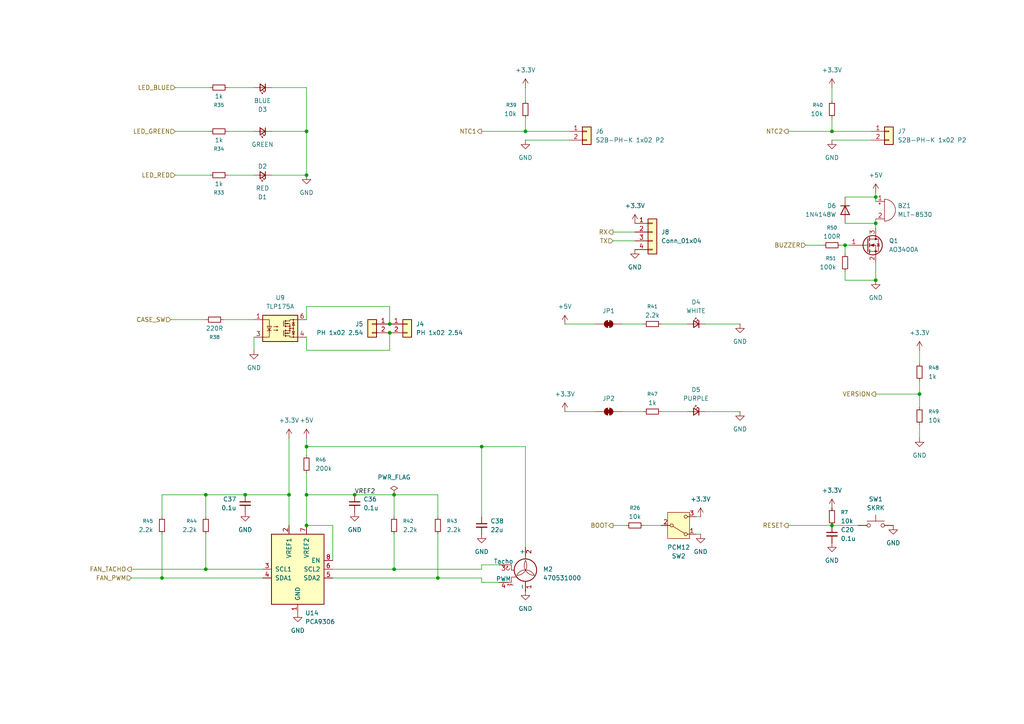
<source format=kicad_sch>
(kicad_sch
	(version 20250114)
	(generator "eeschema")
	(generator_version "9.0")
	(uuid "d07b4461-7d27-4d11-a369-794e00c23bd1")
	(paper "A4")
	(title_block
		(title "12V-2x6 Current Monitor")
		(date "2025-08-12")
		(rev "1")
		(company "eggsampler")
	)
	(lib_symbols
		(symbol "Connector_Generic:Conn_01x02"
			(pin_names
				(offset 1.016)
				(hide yes)
			)
			(exclude_from_sim no)
			(in_bom yes)
			(on_board yes)
			(property "Reference" "J"
				(at 0 2.54 0)
				(effects
					(font
						(size 1.27 1.27)
					)
				)
			)
			(property "Value" "Conn_01x02"
				(at 0 -5.08 0)
				(effects
					(font
						(size 1.27 1.27)
					)
				)
			)
			(property "Footprint" ""
				(at 0 0 0)
				(effects
					(font
						(size 1.27 1.27)
					)
					(hide yes)
				)
			)
			(property "Datasheet" "~"
				(at 0 0 0)
				(effects
					(font
						(size 1.27 1.27)
					)
					(hide yes)
				)
			)
			(property "Description" "Generic connector, single row, 01x02, script generated (kicad-library-utils/schlib/autogen/connector/)"
				(at 0 0 0)
				(effects
					(font
						(size 1.27 1.27)
					)
					(hide yes)
				)
			)
			(property "ki_keywords" "connector"
				(at 0 0 0)
				(effects
					(font
						(size 1.27 1.27)
					)
					(hide yes)
				)
			)
			(property "ki_fp_filters" "Connector*:*_1x??_*"
				(at 0 0 0)
				(effects
					(font
						(size 1.27 1.27)
					)
					(hide yes)
				)
			)
			(symbol "Conn_01x02_1_1"
				(rectangle
					(start -1.27 1.27)
					(end 1.27 -3.81)
					(stroke
						(width 0.254)
						(type default)
					)
					(fill
						(type background)
					)
				)
				(rectangle
					(start -1.27 0.127)
					(end 0 -0.127)
					(stroke
						(width 0.1524)
						(type default)
					)
					(fill
						(type none)
					)
				)
				(rectangle
					(start -1.27 -2.413)
					(end 0 -2.667)
					(stroke
						(width 0.1524)
						(type default)
					)
					(fill
						(type none)
					)
				)
				(pin passive line
					(at -5.08 0 0)
					(length 3.81)
					(name "Pin_1"
						(effects
							(font
								(size 1.27 1.27)
							)
						)
					)
					(number "1"
						(effects
							(font
								(size 1.27 1.27)
							)
						)
					)
				)
				(pin passive line
					(at -5.08 -2.54 0)
					(length 3.81)
					(name "Pin_2"
						(effects
							(font
								(size 1.27 1.27)
							)
						)
					)
					(number "2"
						(effects
							(font
								(size 1.27 1.27)
							)
						)
					)
				)
			)
			(embedded_fonts no)
		)
		(symbol "Connector_Generic:Conn_01x04"
			(pin_names
				(offset 1.016)
				(hide yes)
			)
			(exclude_from_sim no)
			(in_bom yes)
			(on_board yes)
			(property "Reference" "J"
				(at 0 5.08 0)
				(effects
					(font
						(size 1.27 1.27)
					)
				)
			)
			(property "Value" "Conn_01x04"
				(at 0 -7.62 0)
				(effects
					(font
						(size 1.27 1.27)
					)
				)
			)
			(property "Footprint" ""
				(at 0 0 0)
				(effects
					(font
						(size 1.27 1.27)
					)
					(hide yes)
				)
			)
			(property "Datasheet" "~"
				(at 0 0 0)
				(effects
					(font
						(size 1.27 1.27)
					)
					(hide yes)
				)
			)
			(property "Description" "Generic connector, single row, 01x04, script generated (kicad-library-utils/schlib/autogen/connector/)"
				(at 0 0 0)
				(effects
					(font
						(size 1.27 1.27)
					)
					(hide yes)
				)
			)
			(property "ki_keywords" "connector"
				(at 0 0 0)
				(effects
					(font
						(size 1.27 1.27)
					)
					(hide yes)
				)
			)
			(property "ki_fp_filters" "Connector*:*_1x??_*"
				(at 0 0 0)
				(effects
					(font
						(size 1.27 1.27)
					)
					(hide yes)
				)
			)
			(symbol "Conn_01x04_1_1"
				(rectangle
					(start -1.27 3.81)
					(end 1.27 -6.35)
					(stroke
						(width 0.254)
						(type default)
					)
					(fill
						(type background)
					)
				)
				(rectangle
					(start -1.27 2.667)
					(end 0 2.413)
					(stroke
						(width 0.1524)
						(type default)
					)
					(fill
						(type none)
					)
				)
				(rectangle
					(start -1.27 0.127)
					(end 0 -0.127)
					(stroke
						(width 0.1524)
						(type default)
					)
					(fill
						(type none)
					)
				)
				(rectangle
					(start -1.27 -2.413)
					(end 0 -2.667)
					(stroke
						(width 0.1524)
						(type default)
					)
					(fill
						(type none)
					)
				)
				(rectangle
					(start -1.27 -4.953)
					(end 0 -5.207)
					(stroke
						(width 0.1524)
						(type default)
					)
					(fill
						(type none)
					)
				)
				(pin passive line
					(at -5.08 2.54 0)
					(length 3.81)
					(name "Pin_1"
						(effects
							(font
								(size 1.27 1.27)
							)
						)
					)
					(number "1"
						(effects
							(font
								(size 1.27 1.27)
							)
						)
					)
				)
				(pin passive line
					(at -5.08 0 0)
					(length 3.81)
					(name "Pin_2"
						(effects
							(font
								(size 1.27 1.27)
							)
						)
					)
					(number "2"
						(effects
							(font
								(size 1.27 1.27)
							)
						)
					)
				)
				(pin passive line
					(at -5.08 -2.54 0)
					(length 3.81)
					(name "Pin_3"
						(effects
							(font
								(size 1.27 1.27)
							)
						)
					)
					(number "3"
						(effects
							(font
								(size 1.27 1.27)
							)
						)
					)
				)
				(pin passive line
					(at -5.08 -5.08 0)
					(length 3.81)
					(name "Pin_4"
						(effects
							(font
								(size 1.27 1.27)
							)
						)
					)
					(number "4"
						(effects
							(font
								(size 1.27 1.27)
							)
						)
					)
				)
			)
			(embedded_fonts no)
		)
		(symbol "Device:Buzzer"
			(pin_names
				(offset 0.0254)
				(hide yes)
			)
			(exclude_from_sim no)
			(in_bom yes)
			(on_board yes)
			(property "Reference" "BZ"
				(at 3.81 1.27 0)
				(effects
					(font
						(size 1.27 1.27)
					)
					(justify left)
				)
			)
			(property "Value" "Buzzer"
				(at 3.81 -1.27 0)
				(effects
					(font
						(size 1.27 1.27)
					)
					(justify left)
				)
			)
			(property "Footprint" ""
				(at -0.635 2.54 90)
				(effects
					(font
						(size 1.27 1.27)
					)
					(hide yes)
				)
			)
			(property "Datasheet" "~"
				(at -0.635 2.54 90)
				(effects
					(font
						(size 1.27 1.27)
					)
					(hide yes)
				)
			)
			(property "Description" "Buzzer, polarized"
				(at 0 0 0)
				(effects
					(font
						(size 1.27 1.27)
					)
					(hide yes)
				)
			)
			(property "ki_keywords" "quartz resonator ceramic"
				(at 0 0 0)
				(effects
					(font
						(size 1.27 1.27)
					)
					(hide yes)
				)
			)
			(property "ki_fp_filters" "*Buzzer*"
				(at 0 0 0)
				(effects
					(font
						(size 1.27 1.27)
					)
					(hide yes)
				)
			)
			(symbol "Buzzer_0_1"
				(polyline
					(pts
						(xy -1.651 1.905) (xy -1.143 1.905)
					)
					(stroke
						(width 0)
						(type default)
					)
					(fill
						(type none)
					)
				)
				(polyline
					(pts
						(xy -1.397 2.159) (xy -1.397 1.651)
					)
					(stroke
						(width 0)
						(type default)
					)
					(fill
						(type none)
					)
				)
				(arc
					(start 0 3.175)
					(mid 3.1612 0)
					(end 0 -3.175)
					(stroke
						(width 0)
						(type default)
					)
					(fill
						(type none)
					)
				)
				(polyline
					(pts
						(xy 0 3.175) (xy 0 -3.175)
					)
					(stroke
						(width 0)
						(type default)
					)
					(fill
						(type none)
					)
				)
			)
			(symbol "Buzzer_1_1"
				(pin passive line
					(at -2.54 2.54 0)
					(length 2.54)
					(name "+"
						(effects
							(font
								(size 1.27 1.27)
							)
						)
					)
					(number "1"
						(effects
							(font
								(size 1.27 1.27)
							)
						)
					)
				)
				(pin passive line
					(at -2.54 -2.54 0)
					(length 2.54)
					(name "-"
						(effects
							(font
								(size 1.27 1.27)
							)
						)
					)
					(number "2"
						(effects
							(font
								(size 1.27 1.27)
							)
						)
					)
				)
			)
			(embedded_fonts no)
		)
		(symbol "Device:C_Small"
			(pin_numbers
				(hide yes)
			)
			(pin_names
				(offset 0.254)
				(hide yes)
			)
			(exclude_from_sim no)
			(in_bom yes)
			(on_board yes)
			(property "Reference" "C"
				(at 0.254 1.778 0)
				(effects
					(font
						(size 1.27 1.27)
					)
					(justify left)
				)
			)
			(property "Value" "C_Small"
				(at 0.254 -2.032 0)
				(effects
					(font
						(size 1.27 1.27)
					)
					(justify left)
				)
			)
			(property "Footprint" ""
				(at 0 0 0)
				(effects
					(font
						(size 1.27 1.27)
					)
					(hide yes)
				)
			)
			(property "Datasheet" "~"
				(at 0 0 0)
				(effects
					(font
						(size 1.27 1.27)
					)
					(hide yes)
				)
			)
			(property "Description" "Unpolarized capacitor, small symbol"
				(at 0 0 0)
				(effects
					(font
						(size 1.27 1.27)
					)
					(hide yes)
				)
			)
			(property "ki_keywords" "capacitor cap"
				(at 0 0 0)
				(effects
					(font
						(size 1.27 1.27)
					)
					(hide yes)
				)
			)
			(property "ki_fp_filters" "C_*"
				(at 0 0 0)
				(effects
					(font
						(size 1.27 1.27)
					)
					(hide yes)
				)
			)
			(symbol "C_Small_0_1"
				(polyline
					(pts
						(xy -1.524 0.508) (xy 1.524 0.508)
					)
					(stroke
						(width 0.3048)
						(type default)
					)
					(fill
						(type none)
					)
				)
				(polyline
					(pts
						(xy -1.524 -0.508) (xy 1.524 -0.508)
					)
					(stroke
						(width 0.3302)
						(type default)
					)
					(fill
						(type none)
					)
				)
			)
			(symbol "C_Small_1_1"
				(pin passive line
					(at 0 2.54 270)
					(length 2.032)
					(name "~"
						(effects
							(font
								(size 1.27 1.27)
							)
						)
					)
					(number "1"
						(effects
							(font
								(size 1.27 1.27)
							)
						)
					)
				)
				(pin passive line
					(at 0 -2.54 90)
					(length 2.032)
					(name "~"
						(effects
							(font
								(size 1.27 1.27)
							)
						)
					)
					(number "2"
						(effects
							(font
								(size 1.27 1.27)
							)
						)
					)
				)
			)
			(embedded_fonts no)
		)
		(symbol "Device:LED_Small"
			(pin_numbers
				(hide yes)
			)
			(pin_names
				(offset 0.254)
				(hide yes)
			)
			(exclude_from_sim no)
			(in_bom yes)
			(on_board yes)
			(property "Reference" "D"
				(at -1.27 3.175 0)
				(effects
					(font
						(size 1.27 1.27)
					)
					(justify left)
				)
			)
			(property "Value" "LED_Small"
				(at -4.445 -2.54 0)
				(effects
					(font
						(size 1.27 1.27)
					)
					(justify left)
				)
			)
			(property "Footprint" ""
				(at 0 0 90)
				(effects
					(font
						(size 1.27 1.27)
					)
					(hide yes)
				)
			)
			(property "Datasheet" "~"
				(at 0 0 90)
				(effects
					(font
						(size 1.27 1.27)
					)
					(hide yes)
				)
			)
			(property "Description" "Light emitting diode, small symbol"
				(at 0 0 0)
				(effects
					(font
						(size 1.27 1.27)
					)
					(hide yes)
				)
			)
			(property "Sim.Pin" "1=K 2=A"
				(at 0 0 0)
				(effects
					(font
						(size 1.27 1.27)
					)
					(hide yes)
				)
			)
			(property "ki_keywords" "LED diode light-emitting-diode"
				(at 0 0 0)
				(effects
					(font
						(size 1.27 1.27)
					)
					(hide yes)
				)
			)
			(property "ki_fp_filters" "LED* LED_SMD:* LED_THT:*"
				(at 0 0 0)
				(effects
					(font
						(size 1.27 1.27)
					)
					(hide yes)
				)
			)
			(symbol "LED_Small_0_1"
				(polyline
					(pts
						(xy -0.762 -1.016) (xy -0.762 1.016)
					)
					(stroke
						(width 0.254)
						(type default)
					)
					(fill
						(type none)
					)
				)
				(polyline
					(pts
						(xy 0 0.762) (xy -0.508 1.27) (xy -0.254 1.27) (xy -0.508 1.27) (xy -0.508 1.016)
					)
					(stroke
						(width 0)
						(type default)
					)
					(fill
						(type none)
					)
				)
				(polyline
					(pts
						(xy 0.508 1.27) (xy 0 1.778) (xy 0.254 1.778) (xy 0 1.778) (xy 0 1.524)
					)
					(stroke
						(width 0)
						(type default)
					)
					(fill
						(type none)
					)
				)
				(polyline
					(pts
						(xy 0.762 -1.016) (xy -0.762 0) (xy 0.762 1.016) (xy 0.762 -1.016)
					)
					(stroke
						(width 0.254)
						(type default)
					)
					(fill
						(type none)
					)
				)
				(polyline
					(pts
						(xy 1.016 0) (xy -0.762 0)
					)
					(stroke
						(width 0)
						(type default)
					)
					(fill
						(type none)
					)
				)
			)
			(symbol "LED_Small_1_1"
				(pin passive line
					(at -2.54 0 0)
					(length 1.778)
					(name "K"
						(effects
							(font
								(size 1.27 1.27)
							)
						)
					)
					(number "1"
						(effects
							(font
								(size 1.27 1.27)
							)
						)
					)
				)
				(pin passive line
					(at 2.54 0 180)
					(length 1.778)
					(name "A"
						(effects
							(font
								(size 1.27 1.27)
							)
						)
					)
					(number "2"
						(effects
							(font
								(size 1.27 1.27)
							)
						)
					)
				)
			)
			(embedded_fonts no)
		)
		(symbol "Device:R_Small"
			(pin_numbers
				(hide yes)
			)
			(pin_names
				(offset 0.254)
				(hide yes)
			)
			(exclude_from_sim no)
			(in_bom yes)
			(on_board yes)
			(property "Reference" "R"
				(at 0 0 90)
				(effects
					(font
						(size 1.016 1.016)
					)
				)
			)
			(property "Value" "R_Small"
				(at 1.778 0 90)
				(effects
					(font
						(size 1.27 1.27)
					)
				)
			)
			(property "Footprint" ""
				(at 0 0 0)
				(effects
					(font
						(size 1.27 1.27)
					)
					(hide yes)
				)
			)
			(property "Datasheet" "~"
				(at 0 0 0)
				(effects
					(font
						(size 1.27 1.27)
					)
					(hide yes)
				)
			)
			(property "Description" "Resistor, small symbol"
				(at 0 0 0)
				(effects
					(font
						(size 1.27 1.27)
					)
					(hide yes)
				)
			)
			(property "ki_keywords" "R resistor"
				(at 0 0 0)
				(effects
					(font
						(size 1.27 1.27)
					)
					(hide yes)
				)
			)
			(property "ki_fp_filters" "R_*"
				(at 0 0 0)
				(effects
					(font
						(size 1.27 1.27)
					)
					(hide yes)
				)
			)
			(symbol "R_Small_0_1"
				(rectangle
					(start -0.762 1.778)
					(end 0.762 -1.778)
					(stroke
						(width 0.2032)
						(type default)
					)
					(fill
						(type none)
					)
				)
			)
			(symbol "R_Small_1_1"
				(pin passive line
					(at 0 2.54 270)
					(length 0.762)
					(name "~"
						(effects
							(font
								(size 1.27 1.27)
							)
						)
					)
					(number "1"
						(effects
							(font
								(size 1.27 1.27)
							)
						)
					)
				)
				(pin passive line
					(at 0 -2.54 90)
					(length 0.762)
					(name "~"
						(effects
							(font
								(size 1.27 1.27)
							)
						)
					)
					(number "2"
						(effects
							(font
								(size 1.27 1.27)
							)
						)
					)
				)
			)
			(embedded_fonts no)
		)
		(symbol "Diode:1N4148W"
			(pin_numbers
				(hide yes)
			)
			(pin_names
				(hide yes)
			)
			(exclude_from_sim no)
			(in_bom yes)
			(on_board yes)
			(property "Reference" "D"
				(at 0 2.54 0)
				(effects
					(font
						(size 1.27 1.27)
					)
				)
			)
			(property "Value" "1N4148W"
				(at 0 -2.54 0)
				(effects
					(font
						(size 1.27 1.27)
					)
				)
			)
			(property "Footprint" "Diode_SMD:D_SOD-123"
				(at 0 -4.445 0)
				(effects
					(font
						(size 1.27 1.27)
					)
					(hide yes)
				)
			)
			(property "Datasheet" "https://www.vishay.com/docs/85748/1n4148w.pdf"
				(at 0 0 0)
				(effects
					(font
						(size 1.27 1.27)
					)
					(hide yes)
				)
			)
			(property "Description" "75V 0.15A Fast Switching Diode, SOD-123"
				(at 0 0 0)
				(effects
					(font
						(size 1.27 1.27)
					)
					(hide yes)
				)
			)
			(property "Sim.Device" "D"
				(at 0 0 0)
				(effects
					(font
						(size 1.27 1.27)
					)
					(hide yes)
				)
			)
			(property "Sim.Pins" "1=K 2=A"
				(at 0 0 0)
				(effects
					(font
						(size 1.27 1.27)
					)
					(hide yes)
				)
			)
			(property "ki_keywords" "diode"
				(at 0 0 0)
				(effects
					(font
						(size 1.27 1.27)
					)
					(hide yes)
				)
			)
			(property "ki_fp_filters" "D*SOD?123*"
				(at 0 0 0)
				(effects
					(font
						(size 1.27 1.27)
					)
					(hide yes)
				)
			)
			(symbol "1N4148W_0_1"
				(polyline
					(pts
						(xy -1.27 1.27) (xy -1.27 -1.27)
					)
					(stroke
						(width 0.254)
						(type default)
					)
					(fill
						(type none)
					)
				)
				(polyline
					(pts
						(xy 1.27 1.27) (xy 1.27 -1.27) (xy -1.27 0) (xy 1.27 1.27)
					)
					(stroke
						(width 0.254)
						(type default)
					)
					(fill
						(type none)
					)
				)
				(polyline
					(pts
						(xy 1.27 0) (xy -1.27 0)
					)
					(stroke
						(width 0)
						(type default)
					)
					(fill
						(type none)
					)
				)
			)
			(symbol "1N4148W_1_1"
				(pin passive line
					(at -3.81 0 0)
					(length 2.54)
					(name "K"
						(effects
							(font
								(size 1.27 1.27)
							)
						)
					)
					(number "1"
						(effects
							(font
								(size 1.27 1.27)
							)
						)
					)
				)
				(pin passive line
					(at 3.81 0 180)
					(length 2.54)
					(name "A"
						(effects
							(font
								(size 1.27 1.27)
							)
						)
					)
					(number "2"
						(effects
							(font
								(size 1.27 1.27)
							)
						)
					)
				)
			)
			(embedded_fonts no)
		)
		(symbol "Interface:PCA9306"
			(pin_names
				(offset 1.016)
			)
			(exclude_from_sim no)
			(in_bom yes)
			(on_board yes)
			(property "Reference" "U"
				(at -7.62 11.43 0)
				(effects
					(font
						(size 1.27 1.27)
					)
					(justify left)
				)
			)
			(property "Value" "PCA9306"
				(at 5.08 11.43 0)
				(effects
					(font
						(size 1.27 1.27)
					)
					(justify left)
				)
			)
			(property "Footprint" ""
				(at -10.16 8.89 0)
				(effects
					(font
						(size 1.27 1.27)
					)
					(hide yes)
				)
			)
			(property "Datasheet" "http://www.ti.com/lit/ds/symlink/pca9306.pdf"
				(at -7.62 11.43 0)
				(effects
					(font
						(size 1.27 1.27)
					)
					(hide yes)
				)
			)
			(property "Description" "Dual bidirectional I2C Bus and SMBus voltage level translator"
				(at 0 0 0)
				(effects
					(font
						(size 1.27 1.27)
					)
					(hide yes)
				)
			)
			(property "ki_keywords" "Dual bidirectional I2C Bus and SMBus voltage level translator"
				(at 0 0 0)
				(effects
					(font
						(size 1.27 1.27)
					)
					(hide yes)
				)
			)
			(property "ki_fp_filters" "SSOP*2.95x2.8mm*P0.65mm* VSSOP*2.3x2mm*P0.5mm* X2SON*1.4x1mm*P0.35mm*"
				(at 0 0 0)
				(effects
					(font
						(size 1.27 1.27)
					)
					(hide yes)
				)
			)
			(symbol "PCA9306_0_1"
				(rectangle
					(start -7.62 10.16)
					(end 7.62 -10.16)
					(stroke
						(width 0.254)
						(type default)
					)
					(fill
						(type background)
					)
				)
			)
			(symbol "PCA9306_1_1"
				(pin bidirectional line
					(at -10.16 0 0)
					(length 2.54)
					(name "SCL1"
						(effects
							(font
								(size 1.27 1.27)
							)
						)
					)
					(number "3"
						(effects
							(font
								(size 1.27 1.27)
							)
						)
					)
				)
				(pin bidirectional line
					(at -10.16 -2.54 0)
					(length 2.54)
					(name "SDA1"
						(effects
							(font
								(size 1.27 1.27)
							)
						)
					)
					(number "4"
						(effects
							(font
								(size 1.27 1.27)
							)
						)
					)
				)
				(pin power_in line
					(at -2.54 12.7 270)
					(length 2.54)
					(name "VREF1"
						(effects
							(font
								(size 1.27 1.27)
							)
						)
					)
					(number "2"
						(effects
							(font
								(size 1.27 1.27)
							)
						)
					)
				)
				(pin power_in line
					(at 0 -12.7 90)
					(length 2.54)
					(name "GND"
						(effects
							(font
								(size 1.27 1.27)
							)
						)
					)
					(number "1"
						(effects
							(font
								(size 1.27 1.27)
							)
						)
					)
				)
				(pin power_in line
					(at 2.54 12.7 270)
					(length 2.54)
					(name "VREF2"
						(effects
							(font
								(size 1.27 1.27)
							)
						)
					)
					(number "7"
						(effects
							(font
								(size 1.27 1.27)
							)
						)
					)
				)
				(pin input line
					(at 10.16 2.54 180)
					(length 2.54)
					(name "EN"
						(effects
							(font
								(size 1.27 1.27)
							)
						)
					)
					(number "8"
						(effects
							(font
								(size 1.27 1.27)
							)
						)
					)
				)
				(pin bidirectional line
					(at 10.16 0 180)
					(length 2.54)
					(name "SCL2"
						(effects
							(font
								(size 1.27 1.27)
							)
						)
					)
					(number "6"
						(effects
							(font
								(size 1.27 1.27)
							)
						)
					)
				)
				(pin bidirectional line
					(at 10.16 -2.54 180)
					(length 2.54)
					(name "SDA2"
						(effects
							(font
								(size 1.27 1.27)
							)
						)
					)
					(number "5"
						(effects
							(font
								(size 1.27 1.27)
							)
						)
					)
				)
			)
			(embedded_fonts no)
		)
		(symbol "Jumper:SolderJumper_2_Bridged"
			(pin_numbers
				(hide yes)
			)
			(pin_names
				(offset 0)
				(hide yes)
			)
			(exclude_from_sim no)
			(in_bom no)
			(on_board yes)
			(property "Reference" "JP"
				(at 0 2.032 0)
				(effects
					(font
						(size 1.27 1.27)
					)
				)
			)
			(property "Value" "SolderJumper_2_Bridged"
				(at 0 -2.54 0)
				(effects
					(font
						(size 1.27 1.27)
					)
				)
			)
			(property "Footprint" ""
				(at 0 0 0)
				(effects
					(font
						(size 1.27 1.27)
					)
					(hide yes)
				)
			)
			(property "Datasheet" "~"
				(at 0 0 0)
				(effects
					(font
						(size 1.27 1.27)
					)
					(hide yes)
				)
			)
			(property "Description" "Solder Jumper, 2-pole, closed/bridged"
				(at 0 0 0)
				(effects
					(font
						(size 1.27 1.27)
					)
					(hide yes)
				)
			)
			(property "ki_keywords" "solder jumper SPST"
				(at 0 0 0)
				(effects
					(font
						(size 1.27 1.27)
					)
					(hide yes)
				)
			)
			(property "ki_fp_filters" "SolderJumper*Bridged*"
				(at 0 0 0)
				(effects
					(font
						(size 1.27 1.27)
					)
					(hide yes)
				)
			)
			(symbol "SolderJumper_2_Bridged_0_1"
				(rectangle
					(start -0.508 0.508)
					(end 0.508 -0.508)
					(stroke
						(width 0)
						(type default)
					)
					(fill
						(type outline)
					)
				)
				(polyline
					(pts
						(xy -0.254 1.016) (xy -0.254 -1.016)
					)
					(stroke
						(width 0)
						(type default)
					)
					(fill
						(type none)
					)
				)
				(arc
					(start -0.254 -1.016)
					(mid -1.2656 0)
					(end -0.254 1.016)
					(stroke
						(width 0)
						(type default)
					)
					(fill
						(type none)
					)
				)
				(arc
					(start -0.254 -1.016)
					(mid -1.2656 0)
					(end -0.254 1.016)
					(stroke
						(width 0)
						(type default)
					)
					(fill
						(type outline)
					)
				)
				(arc
					(start 0.254 1.016)
					(mid 1.2656 0)
					(end 0.254 -1.016)
					(stroke
						(width 0)
						(type default)
					)
					(fill
						(type none)
					)
				)
				(arc
					(start 0.254 1.016)
					(mid 1.2656 0)
					(end 0.254 -1.016)
					(stroke
						(width 0)
						(type default)
					)
					(fill
						(type outline)
					)
				)
				(polyline
					(pts
						(xy 0.254 1.016) (xy 0.254 -1.016)
					)
					(stroke
						(width 0)
						(type default)
					)
					(fill
						(type none)
					)
				)
			)
			(symbol "SolderJumper_2_Bridged_1_1"
				(pin passive line
					(at -3.81 0 0)
					(length 2.54)
					(name "A"
						(effects
							(font
								(size 1.27 1.27)
							)
						)
					)
					(number "1"
						(effects
							(font
								(size 1.27 1.27)
							)
						)
					)
				)
				(pin passive line
					(at 3.81 0 180)
					(length 2.54)
					(name "B"
						(effects
							(font
								(size 1.27 1.27)
							)
						)
					)
					(number "2"
						(effects
							(font
								(size 1.27 1.27)
							)
						)
					)
				)
			)
			(embedded_fonts no)
		)
		(symbol "Motor:Fan_4pin"
			(pin_names
				(offset 0)
			)
			(exclude_from_sim no)
			(in_bom yes)
			(on_board yes)
			(property "Reference" "M"
				(at 2.54 5.08 0)
				(effects
					(font
						(size 1.27 1.27)
					)
					(justify left)
				)
			)
			(property "Value" "Fan_4pin"
				(at 2.54 -2.54 0)
				(effects
					(font
						(size 1.27 1.27)
					)
					(justify left top)
				)
			)
			(property "Footprint" ""
				(at 0 0.254 0)
				(effects
					(font
						(size 1.27 1.27)
					)
					(hide yes)
				)
			)
			(property "Datasheet" "http://www.formfactors.org/developer%5Cspecs%5Crev1_2_public.pdf"
				(at 0 0.254 0)
				(effects
					(font
						(size 1.27 1.27)
					)
					(hide yes)
				)
			)
			(property "Description" "Fan, tacho output, PWM input, 4-pin connector"
				(at 0 0 0)
				(effects
					(font
						(size 1.27 1.27)
					)
					(hide yes)
				)
			)
			(property "ki_keywords" "Fan Motor tacho PWM"
				(at 0 0 0)
				(effects
					(font
						(size 1.27 1.27)
					)
					(hide yes)
				)
			)
			(property "ki_fp_filters" "FanPinHeader*P2.54mm*Vertical* PinHeader*P2.54mm*Vertical* TerminalBlock*"
				(at 0 0 0)
				(effects
					(font
						(size 1.27 1.27)
					)
					(hide yes)
				)
			)
			(symbol "Fan_4pin_0_0"
				(polyline
					(pts
						(xy -5.08 2.032) (xy -5.334 2.159)
					)
					(stroke
						(width 0)
						(type default)
					)
					(fill
						(type none)
					)
				)
				(polyline
					(pts
						(xy -5.08 2.032) (xy -5.207 1.778)
					)
					(stroke
						(width 0)
						(type default)
					)
					(fill
						(type none)
					)
				)
				(arc
					(start -4.572 1.524)
					(mid -5.08 1.0182)
					(end -5.588 1.524)
					(stroke
						(width 0)
						(type default)
					)
					(fill
						(type none)
					)
				)
				(arc
					(start -5.588 1.524)
					(mid -5.4392 1.8832)
					(end -5.08 2.032)
					(stroke
						(width 0)
						(type default)
					)
					(fill
						(type none)
					)
				)
				(polyline
					(pts
						(xy -4.064 2.54) (xy -4.064 1.016) (xy -3.302 1.016)
					)
					(stroke
						(width 0)
						(type default)
					)
					(fill
						(type none)
					)
				)
			)
			(symbol "Fan_4pin_0_1"
				(polyline
					(pts
						(xy -5.334 -3.302) (xy -5.08 -3.302) (xy -5.08 -3.048) (xy -4.826 -3.048) (xy -4.826 -3.302) (xy -4.318 -3.302)
						(xy -4.318 -3.048) (xy -4.064 -3.048) (xy -4.064 -3.302) (xy -3.556 -3.302)
					)
					(stroke
						(width 0)
						(type default)
					)
					(fill
						(type none)
					)
				)
				(polyline
					(pts
						(xy -4.064 2.54) (xy -5.08 2.54)
					)
					(stroke
						(width 0)
						(type default)
					)
					(fill
						(type none)
					)
				)
				(polyline
					(pts
						(xy -2.54 -1.016) (xy -4.064 -1.016) (xy -4.064 -2.54) (xy -5.08 -2.54)
					)
					(stroke
						(width 0)
						(type default)
					)
					(fill
						(type none)
					)
				)
				(arc
					(start 0 3.81)
					(mid -0.0015 0.9048)
					(end -2.54 -0.508)
					(stroke
						(width 0)
						(type default)
					)
					(fill
						(type none)
					)
				)
				(polyline
					(pts
						(xy 0 4.572) (xy 0 5.08)
					)
					(stroke
						(width 0)
						(type default)
					)
					(fill
						(type none)
					)
				)
				(polyline
					(pts
						(xy 0 4.2672) (xy 0 4.6228)
					)
					(stroke
						(width 0)
						(type default)
					)
					(fill
						(type none)
					)
				)
				(circle
					(center 0 1.016)
					(radius 3.2512)
					(stroke
						(width 0.254)
						(type default)
					)
					(fill
						(type none)
					)
				)
				(arc
					(start -2.54 -0.508)
					(mid 0 1.0618)
					(end 2.54 -0.508)
					(stroke
						(width 0)
						(type default)
					)
					(fill
						(type none)
					)
				)
				(polyline
					(pts
						(xy 0 -2.2352) (xy 0 -2.6416)
					)
					(stroke
						(width 0)
						(type default)
					)
					(fill
						(type none)
					)
				)
				(polyline
					(pts
						(xy 0 -5.08) (xy 0 -4.572)
					)
					(stroke
						(width 0)
						(type default)
					)
					(fill
						(type none)
					)
				)
				(arc
					(start 2.54 -0.508)
					(mid 0.047 0.9315)
					(end 0 3.81)
					(stroke
						(width 0)
						(type default)
					)
					(fill
						(type none)
					)
				)
			)
			(symbol "Fan_4pin_1_1"
				(pin passive line
					(at -7.62 2.54 0)
					(length 2.54)
					(name "Tacho"
						(effects
							(font
								(size 1.27 1.27)
							)
						)
					)
					(number "3"
						(effects
							(font
								(size 1.27 1.27)
							)
						)
					)
				)
				(pin input line
					(at -7.62 -2.54 0)
					(length 2.54)
					(name "PWM"
						(effects
							(font
								(size 1.27 1.27)
							)
						)
					)
					(number "4"
						(effects
							(font
								(size 1.27 1.27)
							)
						)
					)
				)
				(pin passive line
					(at 0 7.62 270)
					(length 2.54)
					(name "+"
						(effects
							(font
								(size 1.27 1.27)
							)
						)
					)
					(number "2"
						(effects
							(font
								(size 1.27 1.27)
							)
						)
					)
				)
				(pin passive line
					(at 0 -5.08 90)
					(length 2.54)
					(name "-"
						(effects
							(font
								(size 1.27 1.27)
							)
						)
					)
					(number "1"
						(effects
							(font
								(size 1.27 1.27)
							)
						)
					)
				)
			)
			(embedded_fonts no)
		)
		(symbol "Relay_SolidState:TLP175A"
			(exclude_from_sim no)
			(in_bom yes)
			(on_board yes)
			(property "Reference" "U"
				(at -5.08 4.953 0)
				(effects
					(font
						(size 1.27 1.27)
					)
					(justify left)
				)
			)
			(property "Value" "TLP175A"
				(at -5.08 -5.08 0)
				(effects
					(font
						(size 1.27 1.27)
					)
					(justify left)
				)
			)
			(property "Footprint" "Package_SO:Toshiba_SOIC-4-6_4.4x3.6mm_P1.27mm"
				(at 0 -7.62 0)
				(effects
					(font
						(size 1.27 1.27)
						(italic yes)
					)
					(hide yes)
				)
			)
			(property "Datasheet" "https://toshiba.semicon-storage.com/info/docget.jsp?did=13665&prodName=TLP175A"
				(at 0 0 0)
				(effects
					(font
						(size 1.27 1.27)
					)
					(justify left)
					(hide yes)
				)
			)
			(property "Description" "MOSFET Photorelay 1-Form-A, Voff 60V, Ion 100mA, SOIC-4-6 (MFSOP-4-6)"
				(at 0 0 0)
				(effects
					(font
						(size 1.27 1.27)
					)
					(hide yes)
				)
			)
			(property "ki_keywords" "MOSFET Output Photorelay 1-Form-A"
				(at 0 0 0)
				(effects
					(font
						(size 1.27 1.27)
					)
					(hide yes)
				)
			)
			(property "ki_fp_filters" "Toshiba?SOIC*6?4.4x3.6mm?P1.27mm*"
				(at 0 0 0)
				(effects
					(font
						(size 1.27 1.27)
					)
					(hide yes)
				)
			)
			(symbol "TLP175A_0_1"
				(rectangle
					(start -5.08 3.81)
					(end 5.08 -3.81)
					(stroke
						(width 0.254)
						(type default)
					)
					(fill
						(type background)
					)
				)
				(polyline
					(pts
						(xy -5.08 2.54) (xy -3.175 2.54) (xy -3.175 -2.54) (xy -5.08 -2.54)
					)
					(stroke
						(width 0)
						(type default)
					)
					(fill
						(type none)
					)
				)
				(polyline
					(pts
						(xy -3.81 -0.635) (xy -2.54 -0.635)
					)
					(stroke
						(width 0)
						(type default)
					)
					(fill
						(type none)
					)
				)
				(polyline
					(pts
						(xy -3.175 -0.635) (xy -3.81 0.635) (xy -2.54 0.635) (xy -3.175 -0.635)
					)
					(stroke
						(width 0)
						(type default)
					)
					(fill
						(type none)
					)
				)
				(polyline
					(pts
						(xy -1.905 0.508) (xy -0.635 0.508) (xy -1.016 0.381) (xy -1.016 0.635) (xy -0.635 0.508)
					)
					(stroke
						(width 0)
						(type default)
					)
					(fill
						(type none)
					)
				)
				(polyline
					(pts
						(xy -1.905 -0.508) (xy -0.635 -0.508) (xy -1.016 -0.635) (xy -1.016 -0.381) (xy -0.635 -0.508)
					)
					(stroke
						(width 0)
						(type default)
					)
					(fill
						(type none)
					)
				)
				(polyline
					(pts
						(xy 1.016 2.159) (xy 1.016 0.635)
					)
					(stroke
						(width 0.2032)
						(type default)
					)
					(fill
						(type none)
					)
				)
				(polyline
					(pts
						(xy 1.016 -0.635) (xy 1.016 -2.159)
					)
					(stroke
						(width 0.2032)
						(type default)
					)
					(fill
						(type none)
					)
				)
				(polyline
					(pts
						(xy 1.524 2.286) (xy 1.524 2.032) (xy 1.524 2.032)
					)
					(stroke
						(width 0.3556)
						(type default)
					)
					(fill
						(type none)
					)
				)
				(polyline
					(pts
						(xy 1.524 1.524) (xy 1.524 1.27) (xy 1.524 1.27)
					)
					(stroke
						(width 0.3556)
						(type default)
					)
					(fill
						(type none)
					)
				)
				(polyline
					(pts
						(xy 1.524 0.762) (xy 1.524 0.508) (xy 1.524 0.508)
					)
					(stroke
						(width 0.3556)
						(type default)
					)
					(fill
						(type none)
					)
				)
				(polyline
					(pts
						(xy 1.524 -0.508) (xy 1.524 -0.762)
					)
					(stroke
						(width 0.3556)
						(type default)
					)
					(fill
						(type none)
					)
				)
				(polyline
					(pts
						(xy 1.524 -1.27) (xy 1.524 -1.524) (xy 1.524 -1.524)
					)
					(stroke
						(width 0.3556)
						(type default)
					)
					(fill
						(type none)
					)
				)
				(polyline
					(pts
						(xy 1.524 -2.032) (xy 1.524 -2.286) (xy 1.524 -2.286)
					)
					(stroke
						(width 0.3556)
						(type default)
					)
					(fill
						(type none)
					)
				)
				(polyline
					(pts
						(xy 1.651 2.159) (xy 2.794 2.159) (xy 2.794 2.54) (xy 5.08 2.54)
					)
					(stroke
						(width 0)
						(type default)
					)
					(fill
						(type none)
					)
				)
				(polyline
					(pts
						(xy 1.651 1.397) (xy 2.794 1.397) (xy 2.794 0.635)
					)
					(stroke
						(width 0)
						(type default)
					)
					(fill
						(type none)
					)
				)
				(polyline
					(pts
						(xy 1.651 -0.635) (xy 2.794 -0.635) (xy 2.794 0.635) (xy 1.651 0.635)
					)
					(stroke
						(width 0)
						(type default)
					)
					(fill
						(type none)
					)
				)
				(polyline
					(pts
						(xy 1.651 -1.397) (xy 2.794 -1.397) (xy 2.794 -0.635)
					)
					(stroke
						(width 0)
						(type default)
					)
					(fill
						(type none)
					)
				)
				(polyline
					(pts
						(xy 1.651 -2.159) (xy 2.794 -2.159) (xy 2.794 -2.54) (xy 5.08 -2.54)
					)
					(stroke
						(width 0)
						(type default)
					)
					(fill
						(type none)
					)
				)
				(polyline
					(pts
						(xy 1.778 1.397) (xy 2.286 1.524) (xy 2.286 1.27) (xy 1.778 1.397)
					)
					(stroke
						(width 0)
						(type default)
					)
					(fill
						(type none)
					)
				)
				(polyline
					(pts
						(xy 1.778 -1.397) (xy 2.286 -1.27) (xy 2.286 -1.524) (xy 1.778 -1.397)
					)
					(stroke
						(width 0)
						(type default)
					)
					(fill
						(type none)
					)
				)
				(circle
					(center 2.794 0.635)
					(radius 0.127)
					(stroke
						(width 0)
						(type default)
					)
					(fill
						(type none)
					)
				)
				(polyline
					(pts
						(xy 2.794 0) (xy 3.81 0)
					)
					(stroke
						(width 0)
						(type default)
					)
					(fill
						(type none)
					)
				)
				(circle
					(center 2.794 0)
					(radius 0.127)
					(stroke
						(width 0)
						(type default)
					)
					(fill
						(type none)
					)
				)
				(circle
					(center 2.794 -0.635)
					(radius 0.127)
					(stroke
						(width 0)
						(type default)
					)
					(fill
						(type none)
					)
				)
				(polyline
					(pts
						(xy 3.429 1.651) (xy 4.191 1.651)
					)
					(stroke
						(width 0)
						(type default)
					)
					(fill
						(type none)
					)
				)
				(polyline
					(pts
						(xy 3.429 -1.651) (xy 4.191 -1.651)
					)
					(stroke
						(width 0)
						(type default)
					)
					(fill
						(type none)
					)
				)
				(circle
					(center 3.81 2.54)
					(radius 0.127)
					(stroke
						(width 0)
						(type default)
					)
					(fill
						(type none)
					)
				)
				(polyline
					(pts
						(xy 3.81 1.651) (xy 3.429 0.889) (xy 4.191 0.889) (xy 3.81 1.651)
					)
					(stroke
						(width 0)
						(type default)
					)
					(fill
						(type none)
					)
				)
				(circle
					(center 3.81 0)
					(radius 0.127)
					(stroke
						(width 0)
						(type default)
					)
					(fill
						(type none)
					)
				)
				(polyline
					(pts
						(xy 3.81 -1.651) (xy 3.429 -0.889) (xy 4.191 -0.889) (xy 3.81 -1.651)
					)
					(stroke
						(width 0)
						(type default)
					)
					(fill
						(type none)
					)
				)
				(polyline
					(pts
						(xy 3.81 -2.54) (xy 3.81 2.54)
					)
					(stroke
						(width 0)
						(type default)
					)
					(fill
						(type none)
					)
				)
				(circle
					(center 3.81 -2.54)
					(radius 0.127)
					(stroke
						(width 0)
						(type default)
					)
					(fill
						(type none)
					)
				)
			)
			(symbol "TLP175A_1_1"
				(pin passive line
					(at -7.62 2.54 0)
					(length 2.54)
					(name "~"
						(effects
							(font
								(size 1.27 1.27)
							)
						)
					)
					(number "1"
						(effects
							(font
								(size 1.27 1.27)
							)
						)
					)
				)
				(pin passive line
					(at -7.62 -2.54 0)
					(length 2.54)
					(name "~"
						(effects
							(font
								(size 1.27 1.27)
							)
						)
					)
					(number "3"
						(effects
							(font
								(size 1.27 1.27)
							)
						)
					)
				)
				(pin passive line
					(at 7.62 2.54 180)
					(length 2.54)
					(name "~"
						(effects
							(font
								(size 1.27 1.27)
							)
						)
					)
					(number "6"
						(effects
							(font
								(size 1.27 1.27)
							)
						)
					)
				)
				(pin passive line
					(at 7.62 -2.54 180)
					(length 2.54)
					(name "~"
						(effects
							(font
								(size 1.27 1.27)
							)
						)
					)
					(number "4"
						(effects
							(font
								(size 1.27 1.27)
							)
						)
					)
				)
			)
			(embedded_fonts no)
		)
		(symbol "Switch:SW_Push"
			(pin_numbers
				(hide yes)
			)
			(pin_names
				(offset 1.016)
				(hide yes)
			)
			(exclude_from_sim no)
			(in_bom yes)
			(on_board yes)
			(property "Reference" "SW"
				(at 1.27 2.54 0)
				(effects
					(font
						(size 1.27 1.27)
					)
					(justify left)
				)
			)
			(property "Value" "SW_Push"
				(at 0 -1.524 0)
				(effects
					(font
						(size 1.27 1.27)
					)
				)
			)
			(property "Footprint" ""
				(at 0 5.08 0)
				(effects
					(font
						(size 1.27 1.27)
					)
					(hide yes)
				)
			)
			(property "Datasheet" "~"
				(at 0 5.08 0)
				(effects
					(font
						(size 1.27 1.27)
					)
					(hide yes)
				)
			)
			(property "Description" "Push button switch, generic, two pins"
				(at 0 0 0)
				(effects
					(font
						(size 1.27 1.27)
					)
					(hide yes)
				)
			)
			(property "ki_keywords" "switch normally-open pushbutton push-button"
				(at 0 0 0)
				(effects
					(font
						(size 1.27 1.27)
					)
					(hide yes)
				)
			)
			(symbol "SW_Push_0_1"
				(circle
					(center -2.032 0)
					(radius 0.508)
					(stroke
						(width 0)
						(type default)
					)
					(fill
						(type none)
					)
				)
				(polyline
					(pts
						(xy 0 1.27) (xy 0 3.048)
					)
					(stroke
						(width 0)
						(type default)
					)
					(fill
						(type none)
					)
				)
				(circle
					(center 2.032 0)
					(radius 0.508)
					(stroke
						(width 0)
						(type default)
					)
					(fill
						(type none)
					)
				)
				(polyline
					(pts
						(xy 2.54 1.27) (xy -2.54 1.27)
					)
					(stroke
						(width 0)
						(type default)
					)
					(fill
						(type none)
					)
				)
				(pin passive line
					(at -5.08 0 0)
					(length 2.54)
					(name "1"
						(effects
							(font
								(size 1.27 1.27)
							)
						)
					)
					(number "1"
						(effects
							(font
								(size 1.27 1.27)
							)
						)
					)
				)
				(pin passive line
					(at 5.08 0 180)
					(length 2.54)
					(name "2"
						(effects
							(font
								(size 1.27 1.27)
							)
						)
					)
					(number "2"
						(effects
							(font
								(size 1.27 1.27)
							)
						)
					)
				)
			)
			(embedded_fonts no)
		)
		(symbol "Switch:SW_SPDT"
			(pin_names
				(offset 0)
				(hide yes)
			)
			(exclude_from_sim no)
			(in_bom yes)
			(on_board yes)
			(property "Reference" "SW"
				(at 0 5.08 0)
				(effects
					(font
						(size 1.27 1.27)
					)
				)
			)
			(property "Value" "SW_SPDT"
				(at 0 -5.08 0)
				(effects
					(font
						(size 1.27 1.27)
					)
				)
			)
			(property "Footprint" ""
				(at 0 0 0)
				(effects
					(font
						(size 1.27 1.27)
					)
					(hide yes)
				)
			)
			(property "Datasheet" "~"
				(at 0 -7.62 0)
				(effects
					(font
						(size 1.27 1.27)
					)
					(hide yes)
				)
			)
			(property "Description" "Switch, single pole double throw"
				(at 0 0 0)
				(effects
					(font
						(size 1.27 1.27)
					)
					(hide yes)
				)
			)
			(property "ki_keywords" "switch single-pole double-throw spdt ON-ON"
				(at 0 0 0)
				(effects
					(font
						(size 1.27 1.27)
					)
					(hide yes)
				)
			)
			(symbol "SW_SPDT_0_1"
				(circle
					(center -2.032 0)
					(radius 0.4572)
					(stroke
						(width 0)
						(type default)
					)
					(fill
						(type none)
					)
				)
				(polyline
					(pts
						(xy -1.651 0.254) (xy 1.651 2.286)
					)
					(stroke
						(width 0)
						(type default)
					)
					(fill
						(type none)
					)
				)
				(circle
					(center 2.032 2.54)
					(radius 0.4572)
					(stroke
						(width 0)
						(type default)
					)
					(fill
						(type none)
					)
				)
				(circle
					(center 2.032 -2.54)
					(radius 0.4572)
					(stroke
						(width 0)
						(type default)
					)
					(fill
						(type none)
					)
				)
			)
			(symbol "SW_SPDT_1_1"
				(rectangle
					(start -3.175 3.81)
					(end 3.175 -3.81)
					(stroke
						(width 0)
						(type default)
					)
					(fill
						(type background)
					)
				)
				(pin passive line
					(at -5.08 0 0)
					(length 2.54)
					(name "B"
						(effects
							(font
								(size 1.27 1.27)
							)
						)
					)
					(number "2"
						(effects
							(font
								(size 1.27 1.27)
							)
						)
					)
				)
				(pin passive line
					(at 5.08 2.54 180)
					(length 2.54)
					(name "A"
						(effects
							(font
								(size 1.27 1.27)
							)
						)
					)
					(number "1"
						(effects
							(font
								(size 1.27 1.27)
							)
						)
					)
				)
				(pin passive line
					(at 5.08 -2.54 180)
					(length 2.54)
					(name "C"
						(effects
							(font
								(size 1.27 1.27)
							)
						)
					)
					(number "3"
						(effects
							(font
								(size 1.27 1.27)
							)
						)
					)
				)
			)
			(embedded_fonts no)
		)
		(symbol "Transistor_FET:AO3400A"
			(pin_names
				(offset 0)
				(hide yes)
			)
			(exclude_from_sim no)
			(in_bom yes)
			(on_board yes)
			(property "Reference" "Q"
				(at 5.08 1.905 0)
				(effects
					(font
						(size 1.27 1.27)
					)
					(justify left)
				)
			)
			(property "Value" "AO3400A"
				(at 5.08 0 0)
				(effects
					(font
						(size 1.27 1.27)
					)
					(justify left)
				)
			)
			(property "Footprint" "Package_TO_SOT_SMD:SOT-23"
				(at 5.08 -1.905 0)
				(effects
					(font
						(size 1.27 1.27)
						(italic yes)
					)
					(justify left)
					(hide yes)
				)
			)
			(property "Datasheet" "http://www.aosmd.com/pdfs/datasheet/AO3400A.pdf"
				(at 5.08 -3.81 0)
				(effects
					(font
						(size 1.27 1.27)
					)
					(justify left)
					(hide yes)
				)
			)
			(property "Description" "30V Vds, 5.7A Id, N-Channel MOSFET, SOT-23"
				(at 0 0 0)
				(effects
					(font
						(size 1.27 1.27)
					)
					(hide yes)
				)
			)
			(property "ki_keywords" "N-Channel MOSFET"
				(at 0 0 0)
				(effects
					(font
						(size 1.27 1.27)
					)
					(hide yes)
				)
			)
			(property "ki_fp_filters" "SOT?23*"
				(at 0 0 0)
				(effects
					(font
						(size 1.27 1.27)
					)
					(hide yes)
				)
			)
			(symbol "AO3400A_0_1"
				(polyline
					(pts
						(xy 0.254 1.905) (xy 0.254 -1.905)
					)
					(stroke
						(width 0.254)
						(type default)
					)
					(fill
						(type none)
					)
				)
				(polyline
					(pts
						(xy 0.254 0) (xy -2.54 0)
					)
					(stroke
						(width 0)
						(type default)
					)
					(fill
						(type none)
					)
				)
				(polyline
					(pts
						(xy 0.762 2.286) (xy 0.762 1.27)
					)
					(stroke
						(width 0.254)
						(type default)
					)
					(fill
						(type none)
					)
				)
				(polyline
					(pts
						(xy 0.762 0.508) (xy 0.762 -0.508)
					)
					(stroke
						(width 0.254)
						(type default)
					)
					(fill
						(type none)
					)
				)
				(polyline
					(pts
						(xy 0.762 -1.27) (xy 0.762 -2.286)
					)
					(stroke
						(width 0.254)
						(type default)
					)
					(fill
						(type none)
					)
				)
				(polyline
					(pts
						(xy 0.762 -1.778) (xy 3.302 -1.778) (xy 3.302 1.778) (xy 0.762 1.778)
					)
					(stroke
						(width 0)
						(type default)
					)
					(fill
						(type none)
					)
				)
				(polyline
					(pts
						(xy 1.016 0) (xy 2.032 0.381) (xy 2.032 -0.381) (xy 1.016 0)
					)
					(stroke
						(width 0)
						(type default)
					)
					(fill
						(type outline)
					)
				)
				(circle
					(center 1.651 0)
					(radius 2.794)
					(stroke
						(width 0.254)
						(type default)
					)
					(fill
						(type none)
					)
				)
				(polyline
					(pts
						(xy 2.54 2.54) (xy 2.54 1.778)
					)
					(stroke
						(width 0)
						(type default)
					)
					(fill
						(type none)
					)
				)
				(circle
					(center 2.54 1.778)
					(radius 0.254)
					(stroke
						(width 0)
						(type default)
					)
					(fill
						(type outline)
					)
				)
				(circle
					(center 2.54 -1.778)
					(radius 0.254)
					(stroke
						(width 0)
						(type default)
					)
					(fill
						(type outline)
					)
				)
				(polyline
					(pts
						(xy 2.54 -2.54) (xy 2.54 0) (xy 0.762 0)
					)
					(stroke
						(width 0)
						(type default)
					)
					(fill
						(type none)
					)
				)
				(polyline
					(pts
						(xy 2.921 0.381) (xy 3.683 0.381)
					)
					(stroke
						(width 0)
						(type default)
					)
					(fill
						(type none)
					)
				)
				(polyline
					(pts
						(xy 3.302 0.381) (xy 2.921 -0.254) (xy 3.683 -0.254) (xy 3.302 0.381)
					)
					(stroke
						(width 0)
						(type default)
					)
					(fill
						(type none)
					)
				)
			)
			(symbol "AO3400A_1_1"
				(pin input line
					(at -5.08 0 0)
					(length 2.54)
					(name "G"
						(effects
							(font
								(size 1.27 1.27)
							)
						)
					)
					(number "1"
						(effects
							(font
								(size 1.27 1.27)
							)
						)
					)
				)
				(pin passive line
					(at 2.54 5.08 270)
					(length 2.54)
					(name "D"
						(effects
							(font
								(size 1.27 1.27)
							)
						)
					)
					(number "3"
						(effects
							(font
								(size 1.27 1.27)
							)
						)
					)
				)
				(pin passive line
					(at 2.54 -5.08 90)
					(length 2.54)
					(name "S"
						(effects
							(font
								(size 1.27 1.27)
							)
						)
					)
					(number "2"
						(effects
							(font
								(size 1.27 1.27)
							)
						)
					)
				)
			)
			(embedded_fonts no)
		)
		(symbol "power:+3.3V"
			(power)
			(pin_numbers
				(hide yes)
			)
			(pin_names
				(offset 0)
				(hide yes)
			)
			(exclude_from_sim no)
			(in_bom yes)
			(on_board yes)
			(property "Reference" "#PWR"
				(at 0 -3.81 0)
				(effects
					(font
						(size 1.27 1.27)
					)
					(hide yes)
				)
			)
			(property "Value" "+3.3V"
				(at 0 3.556 0)
				(effects
					(font
						(size 1.27 1.27)
					)
				)
			)
			(property "Footprint" ""
				(at 0 0 0)
				(effects
					(font
						(size 1.27 1.27)
					)
					(hide yes)
				)
			)
			(property "Datasheet" ""
				(at 0 0 0)
				(effects
					(font
						(size 1.27 1.27)
					)
					(hide yes)
				)
			)
			(property "Description" "Power symbol creates a global label with name \"+3.3V\""
				(at 0 0 0)
				(effects
					(font
						(size 1.27 1.27)
					)
					(hide yes)
				)
			)
			(property "ki_keywords" "global power"
				(at 0 0 0)
				(effects
					(font
						(size 1.27 1.27)
					)
					(hide yes)
				)
			)
			(symbol "+3.3V_0_1"
				(polyline
					(pts
						(xy -0.762 1.27) (xy 0 2.54)
					)
					(stroke
						(width 0)
						(type default)
					)
					(fill
						(type none)
					)
				)
				(polyline
					(pts
						(xy 0 2.54) (xy 0.762 1.27)
					)
					(stroke
						(width 0)
						(type default)
					)
					(fill
						(type none)
					)
				)
				(polyline
					(pts
						(xy 0 0) (xy 0 2.54)
					)
					(stroke
						(width 0)
						(type default)
					)
					(fill
						(type none)
					)
				)
			)
			(symbol "+3.3V_1_1"
				(pin power_in line
					(at 0 0 90)
					(length 0)
					(name "~"
						(effects
							(font
								(size 1.27 1.27)
							)
						)
					)
					(number "1"
						(effects
							(font
								(size 1.27 1.27)
							)
						)
					)
				)
			)
			(embedded_fonts no)
		)
		(symbol "power:+5V"
			(power)
			(pin_numbers
				(hide yes)
			)
			(pin_names
				(offset 0)
				(hide yes)
			)
			(exclude_from_sim no)
			(in_bom yes)
			(on_board yes)
			(property "Reference" "#PWR"
				(at 0 -3.81 0)
				(effects
					(font
						(size 1.27 1.27)
					)
					(hide yes)
				)
			)
			(property "Value" "+5V"
				(at 0 3.556 0)
				(effects
					(font
						(size 1.27 1.27)
					)
				)
			)
			(property "Footprint" ""
				(at 0 0 0)
				(effects
					(font
						(size 1.27 1.27)
					)
					(hide yes)
				)
			)
			(property "Datasheet" ""
				(at 0 0 0)
				(effects
					(font
						(size 1.27 1.27)
					)
					(hide yes)
				)
			)
			(property "Description" "Power symbol creates a global label with name \"+5V\""
				(at 0 0 0)
				(effects
					(font
						(size 1.27 1.27)
					)
					(hide yes)
				)
			)
			(property "ki_keywords" "global power"
				(at 0 0 0)
				(effects
					(font
						(size 1.27 1.27)
					)
					(hide yes)
				)
			)
			(symbol "+5V_0_1"
				(polyline
					(pts
						(xy -0.762 1.27) (xy 0 2.54)
					)
					(stroke
						(width 0)
						(type default)
					)
					(fill
						(type none)
					)
				)
				(polyline
					(pts
						(xy 0 2.54) (xy 0.762 1.27)
					)
					(stroke
						(width 0)
						(type default)
					)
					(fill
						(type none)
					)
				)
				(polyline
					(pts
						(xy 0 0) (xy 0 2.54)
					)
					(stroke
						(width 0)
						(type default)
					)
					(fill
						(type none)
					)
				)
			)
			(symbol "+5V_1_1"
				(pin power_in line
					(at 0 0 90)
					(length 0)
					(name "~"
						(effects
							(font
								(size 1.27 1.27)
							)
						)
					)
					(number "1"
						(effects
							(font
								(size 1.27 1.27)
							)
						)
					)
				)
			)
			(embedded_fonts no)
		)
		(symbol "power:GND"
			(power)
			(pin_numbers
				(hide yes)
			)
			(pin_names
				(offset 0)
				(hide yes)
			)
			(exclude_from_sim no)
			(in_bom yes)
			(on_board yes)
			(property "Reference" "#PWR"
				(at 0 -6.35 0)
				(effects
					(font
						(size 1.27 1.27)
					)
					(hide yes)
				)
			)
			(property "Value" "GND"
				(at 0 -3.81 0)
				(effects
					(font
						(size 1.27 1.27)
					)
				)
			)
			(property "Footprint" ""
				(at 0 0 0)
				(effects
					(font
						(size 1.27 1.27)
					)
					(hide yes)
				)
			)
			(property "Datasheet" ""
				(at 0 0 0)
				(effects
					(font
						(size 1.27 1.27)
					)
					(hide yes)
				)
			)
			(property "Description" "Power symbol creates a global label with name \"GND\" , ground"
				(at 0 0 0)
				(effects
					(font
						(size 1.27 1.27)
					)
					(hide yes)
				)
			)
			(property "ki_keywords" "global power"
				(at 0 0 0)
				(effects
					(font
						(size 1.27 1.27)
					)
					(hide yes)
				)
			)
			(symbol "GND_0_1"
				(polyline
					(pts
						(xy 0 0) (xy 0 -1.27) (xy 1.27 -1.27) (xy 0 -2.54) (xy -1.27 -1.27) (xy 0 -1.27)
					)
					(stroke
						(width 0)
						(type default)
					)
					(fill
						(type none)
					)
				)
			)
			(symbol "GND_1_1"
				(pin power_in line
					(at 0 0 270)
					(length 0)
					(name "~"
						(effects
							(font
								(size 1.27 1.27)
							)
						)
					)
					(number "1"
						(effects
							(font
								(size 1.27 1.27)
							)
						)
					)
				)
			)
			(embedded_fonts no)
		)
		(symbol "power:PWR_FLAG"
			(power)
			(pin_numbers
				(hide yes)
			)
			(pin_names
				(offset 0)
				(hide yes)
			)
			(exclude_from_sim no)
			(in_bom yes)
			(on_board yes)
			(property "Reference" "#FLG"
				(at 0 1.905 0)
				(effects
					(font
						(size 1.27 1.27)
					)
					(hide yes)
				)
			)
			(property "Value" "PWR_FLAG"
				(at 0 3.81 0)
				(effects
					(font
						(size 1.27 1.27)
					)
				)
			)
			(property "Footprint" ""
				(at 0 0 0)
				(effects
					(font
						(size 1.27 1.27)
					)
					(hide yes)
				)
			)
			(property "Datasheet" "~"
				(at 0 0 0)
				(effects
					(font
						(size 1.27 1.27)
					)
					(hide yes)
				)
			)
			(property "Description" "Special symbol for telling ERC where power comes from"
				(at 0 0 0)
				(effects
					(font
						(size 1.27 1.27)
					)
					(hide yes)
				)
			)
			(property "ki_keywords" "flag power"
				(at 0 0 0)
				(effects
					(font
						(size 1.27 1.27)
					)
					(hide yes)
				)
			)
			(symbol "PWR_FLAG_0_0"
				(pin power_out line
					(at 0 0 90)
					(length 0)
					(name "~"
						(effects
							(font
								(size 1.27 1.27)
							)
						)
					)
					(number "1"
						(effects
							(font
								(size 1.27 1.27)
							)
						)
					)
				)
			)
			(symbol "PWR_FLAG_0_1"
				(polyline
					(pts
						(xy 0 0) (xy 0 1.27) (xy -1.016 1.905) (xy 0 2.54) (xy 1.016 1.905) (xy 0 1.27)
					)
					(stroke
						(width 0)
						(type default)
					)
					(fill
						(type none)
					)
				)
			)
			(embedded_fonts no)
		)
	)
	(junction
		(at 114.3 143.51)
		(diameter 0)
		(color 0 0 0 0)
		(uuid "029e2086-7787-4537-b5eb-789332ccf7dd")
	)
	(junction
		(at 254 64.77)
		(diameter 0)
		(color 0 0 0 0)
		(uuid "072bb58d-0139-4d62-a430-ba6ff3ea7213")
	)
	(junction
		(at 254 57.15)
		(diameter 0)
		(color 0 0 0 0)
		(uuid "0af735ed-da3c-4da3-8868-38ed85aeec37")
	)
	(junction
		(at 139.7 129.54)
		(diameter 0)
		(color 0 0 0 0)
		(uuid "15b3dcae-a7f3-41b2-8302-e2d1c650b5c6")
	)
	(junction
		(at 88.9 143.51)
		(diameter 0)
		(color 0 0 0 0)
		(uuid "180ebd94-7945-4b61-b99c-ff1d5a0efc44")
	)
	(junction
		(at 59.69 165.1)
		(diameter 0)
		(color 0 0 0 0)
		(uuid "224d3a14-9d06-4786-8cfa-bf28830ca869")
	)
	(junction
		(at 127 167.64)
		(diameter 0)
		(color 0 0 0 0)
		(uuid "25fdc473-ddd7-4e1c-9093-9ce93564c155")
	)
	(junction
		(at 254 81.28)
		(diameter 0)
		(color 0 0 0 0)
		(uuid "3d3c4902-60d1-42e1-8a52-5955aa431ad1")
	)
	(junction
		(at 114.3 165.1)
		(diameter 0)
		(color 0 0 0 0)
		(uuid "49720989-4ff5-4577-a495-8d34d11f728c")
	)
	(junction
		(at 245.11 71.12)
		(diameter 0)
		(color 0 0 0 0)
		(uuid "4a5e640b-e83b-4534-925c-bfdba2140e7b")
	)
	(junction
		(at 71.12 143.51)
		(diameter 0)
		(color 0 0 0 0)
		(uuid "50d56065-836f-4b5f-837c-1fc53649c9ee")
	)
	(junction
		(at 266.7 114.3)
		(diameter 0)
		(color 0 0 0 0)
		(uuid "5240cb97-3b47-4d1c-8a8a-f439ec093f5c")
	)
	(junction
		(at 113.03 93.98)
		(diameter 0)
		(color 0 0 0 0)
		(uuid "5c7a7943-ad30-438d-85bb-bc78fc724cd5")
	)
	(junction
		(at 102.87 143.51)
		(diameter 0)
		(color 0 0 0 0)
		(uuid "6a7db3d5-f4ff-43f1-8919-af685e08e6f7")
	)
	(junction
		(at 88.9 38.1)
		(diameter 0)
		(color 0 0 0 0)
		(uuid "87f12c5e-4d01-4ea4-b8a4-3db69f33b66c")
	)
	(junction
		(at 113.03 96.52)
		(diameter 0)
		(color 0 0 0 0)
		(uuid "990a237d-c882-4d68-8cb0-f70387f541c1")
	)
	(junction
		(at 241.3 152.4)
		(diameter 0)
		(color 0 0 0 0)
		(uuid "afa4dac7-07c5-4037-a5a0-cca1f13f29c7")
	)
	(junction
		(at 241.3 38.1)
		(diameter 0)
		(color 0 0 0 0)
		(uuid "bda47696-ef86-4773-9b15-6f117d009b22")
	)
	(junction
		(at 152.4 38.1)
		(diameter 0)
		(color 0 0 0 0)
		(uuid "c32c699f-5ec7-4190-a6bc-9c39f1541e04")
	)
	(junction
		(at 88.9 152.4)
		(diameter 0)
		(color 0 0 0 0)
		(uuid "ca975e1d-39c1-475e-b725-50df87f34ebf")
	)
	(junction
		(at 88.9 129.54)
		(diameter 0)
		(color 0 0 0 0)
		(uuid "d351e006-2045-4991-81f3-c8594e0c3069")
	)
	(junction
		(at 88.9 50.8)
		(diameter 0)
		(color 0 0 0 0)
		(uuid "d5306018-af31-4f7c-9423-f18a6ebdbd7f")
	)
	(junction
		(at 83.82 143.51)
		(diameter 0)
		(color 0 0 0 0)
		(uuid "d8bb4cbd-ce99-4502-972b-b74f73889e32")
	)
	(junction
		(at 46.99 167.64)
		(diameter 0)
		(color 0 0 0 0)
		(uuid "db9305bc-7f5e-4e04-9407-7b90166d5072")
	)
	(junction
		(at 59.69 143.51)
		(diameter 0)
		(color 0 0 0 0)
		(uuid "dfb2a49d-32f2-4a52-8fa2-37e37c9430b2")
	)
	(wire
		(pts
			(xy 254 55.88) (xy 254 57.15)
		)
		(stroke
			(width 0)
			(type default)
		)
		(uuid "03021868-89c3-44c7-abd9-76601a896996")
	)
	(wire
		(pts
			(xy 83.82 143.51) (xy 83.82 152.4)
		)
		(stroke
			(width 0)
			(type default)
		)
		(uuid "07cca7b0-eac2-4598-a299-193980cc6629")
	)
	(wire
		(pts
			(xy 165.1 38.1) (xy 152.4 38.1)
		)
		(stroke
			(width 0)
			(type default)
		)
		(uuid "07f62bc2-ad85-4723-b52c-bc32a9b30519")
	)
	(wire
		(pts
			(xy 204.47 93.98) (xy 214.63 93.98)
		)
		(stroke
			(width 0)
			(type default)
		)
		(uuid "0887e5c8-f8c5-48b3-8e35-bf991e77791e")
	)
	(wire
		(pts
			(xy 73.66 101.6) (xy 73.66 97.79)
		)
		(stroke
			(width 0)
			(type default)
		)
		(uuid "0bbf0e63-2d57-462c-a8bd-cfcc09f6fda7")
	)
	(wire
		(pts
			(xy 88.9 92.71) (xy 88.9 88.9)
		)
		(stroke
			(width 0)
			(type default)
		)
		(uuid "0c96215a-ac61-4083-bc54-737b3d31e1e4")
	)
	(wire
		(pts
			(xy 127 154.94) (xy 127 167.64)
		)
		(stroke
			(width 0)
			(type default)
		)
		(uuid "1015dccd-e397-4952-8963-69be1993b328")
	)
	(wire
		(pts
			(xy 180.34 93.98) (xy 186.69 93.98)
		)
		(stroke
			(width 0)
			(type default)
		)
		(uuid "11203c0a-55b6-420f-8f26-b23d2e8b1cd8")
	)
	(wire
		(pts
			(xy 78.74 38.1) (xy 88.9 38.1)
		)
		(stroke
			(width 0)
			(type default)
		)
		(uuid "13c6b017-fd62-4284-bca1-0c30b6f6493d")
	)
	(wire
		(pts
			(xy 254 76.2) (xy 254 81.28)
		)
		(stroke
			(width 0)
			(type default)
		)
		(uuid "16eb9d2d-c0ed-4ecd-9140-14543c77f62d")
	)
	(wire
		(pts
			(xy 113.03 101.6) (xy 113.03 96.52)
		)
		(stroke
			(width 0)
			(type default)
		)
		(uuid "183d29cb-2966-4b88-82a8-5658c8a417b7")
	)
	(wire
		(pts
			(xy 96.52 162.56) (xy 96.52 152.4)
		)
		(stroke
			(width 0)
			(type default)
		)
		(uuid "195d11ff-782d-47ca-9e3c-8886ed46c7e7")
	)
	(wire
		(pts
			(xy 139.7 168.91) (xy 144.78 168.91)
		)
		(stroke
			(width 0)
			(type default)
		)
		(uuid "1d78cfda-8336-49df-bbd8-64bc728caca1")
	)
	(wire
		(pts
			(xy 50.8 50.8) (xy 60.96 50.8)
		)
		(stroke
			(width 0)
			(type default)
		)
		(uuid "20092889-e5ec-43e2-a6d3-a4d23d155b69")
	)
	(wire
		(pts
			(xy 114.3 143.51) (xy 127 143.51)
		)
		(stroke
			(width 0)
			(type default)
		)
		(uuid "201256d4-7bec-469c-8608-1fc49b8695e9")
	)
	(wire
		(pts
			(xy 266.7 118.11) (xy 266.7 114.3)
		)
		(stroke
			(width 0)
			(type default)
		)
		(uuid "2064a041-e57d-4795-a5d7-80d0c09f8fbf")
	)
	(wire
		(pts
			(xy 177.8 152.4) (xy 181.61 152.4)
		)
		(stroke
			(width 0)
			(type default)
		)
		(uuid "2b1dcd2e-fa1e-4405-b390-5ed485c0f639")
	)
	(wire
		(pts
			(xy 127 143.51) (xy 127 149.86)
		)
		(stroke
			(width 0)
			(type default)
		)
		(uuid "2bd3a858-a0ca-4fa8-ab96-69ed91961509")
	)
	(wire
		(pts
			(xy 71.12 143.51) (xy 83.82 143.51)
		)
		(stroke
			(width 0)
			(type default)
		)
		(uuid "2d5a0328-0d92-4582-90a0-6e999b83f41d")
	)
	(wire
		(pts
			(xy 177.8 67.31) (xy 184.15 67.31)
		)
		(stroke
			(width 0)
			(type default)
		)
		(uuid "30502b55-3807-4897-b066-a2a685eebd32")
	)
	(wire
		(pts
			(xy 139.7 165.1) (xy 139.7 163.83)
		)
		(stroke
			(width 0)
			(type default)
		)
		(uuid "36b41ef6-5440-49af-af57-32d729abf737")
	)
	(wire
		(pts
			(xy 245.11 71.12) (xy 245.11 73.66)
		)
		(stroke
			(width 0)
			(type default)
		)
		(uuid "3774f3d1-8c46-4695-9f02-7f7e8051f815")
	)
	(wire
		(pts
			(xy 266.7 114.3) (xy 266.7 110.49)
		)
		(stroke
			(width 0)
			(type default)
		)
		(uuid "3a5137f8-1941-4540-9721-687f74966c3d")
	)
	(wire
		(pts
			(xy 127 167.64) (xy 139.7 167.64)
		)
		(stroke
			(width 0)
			(type default)
		)
		(uuid "40393143-0a57-40ea-b19a-518ac2f1c973")
	)
	(wire
		(pts
			(xy 88.9 97.79) (xy 88.9 101.6)
		)
		(stroke
			(width 0)
			(type default)
		)
		(uuid "40a2382a-c2e7-470d-97d2-12dea55de822")
	)
	(wire
		(pts
			(xy 241.3 34.29) (xy 241.3 38.1)
		)
		(stroke
			(width 0)
			(type default)
		)
		(uuid "40c67f2d-a15c-467e-bf26-fd8e5da38e6e")
	)
	(wire
		(pts
			(xy 66.04 50.8) (xy 73.66 50.8)
		)
		(stroke
			(width 0)
			(type default)
		)
		(uuid "41de356a-0c96-44bb-b289-1de2adcf715f")
	)
	(wire
		(pts
			(xy 139.7 129.54) (xy 139.7 149.86)
		)
		(stroke
			(width 0)
			(type default)
		)
		(uuid "4cc8bccd-816f-4dcb-b3ab-111cf1462ba2")
	)
	(wire
		(pts
			(xy 50.8 38.1) (xy 60.96 38.1)
		)
		(stroke
			(width 0)
			(type default)
		)
		(uuid "4ef56b1a-7907-40c2-8c90-8aab47887e67")
	)
	(wire
		(pts
			(xy 88.9 38.1) (xy 88.9 50.8)
		)
		(stroke
			(width 0)
			(type default)
		)
		(uuid "4fc92899-bb2a-44a3-b33c-875e27a5e5a2")
	)
	(wire
		(pts
			(xy 186.69 152.4) (xy 191.77 152.4)
		)
		(stroke
			(width 0)
			(type default)
		)
		(uuid "52b2ee6f-535a-47ec-bb88-8c95d5a46209")
	)
	(wire
		(pts
			(xy 88.9 143.51) (xy 88.9 152.4)
		)
		(stroke
			(width 0)
			(type default)
		)
		(uuid "5490dc94-b269-4d6d-95e7-2cec800ef18d")
	)
	(wire
		(pts
			(xy 191.77 119.38) (xy 199.39 119.38)
		)
		(stroke
			(width 0)
			(type default)
		)
		(uuid "54c00c6f-ac1f-416a-b3b6-6e9169f5bb38")
	)
	(wire
		(pts
			(xy 46.99 143.51) (xy 46.99 149.86)
		)
		(stroke
			(width 0)
			(type default)
		)
		(uuid "55c995ac-d2b3-4b89-9346-7f9fd74a8db1")
	)
	(wire
		(pts
			(xy 46.99 167.64) (xy 76.2 167.64)
		)
		(stroke
			(width 0)
			(type default)
		)
		(uuid "5894da0c-137f-42b6-b558-a99f5fc9158c")
	)
	(wire
		(pts
			(xy 139.7 129.54) (xy 88.9 129.54)
		)
		(stroke
			(width 0)
			(type default)
		)
		(uuid "5adc1d19-3866-4d7c-85b3-138d88a76bf7")
	)
	(wire
		(pts
			(xy 139.7 163.83) (xy 144.78 163.83)
		)
		(stroke
			(width 0)
			(type default)
		)
		(uuid "5d81ae43-ecbe-4ec0-af55-c271e4b9a41e")
	)
	(wire
		(pts
			(xy 163.83 93.98) (xy 172.72 93.98)
		)
		(stroke
			(width 0)
			(type default)
		)
		(uuid "6404ceb1-1c18-49e9-b15f-0a293a7a4ba8")
	)
	(wire
		(pts
			(xy 245.11 71.12) (xy 243.84 71.12)
		)
		(stroke
			(width 0)
			(type default)
		)
		(uuid "64a6e3aa-f35d-4058-8acf-79ea377ba704")
	)
	(wire
		(pts
			(xy 96.52 165.1) (xy 114.3 165.1)
		)
		(stroke
			(width 0)
			(type default)
		)
		(uuid "658937c4-8f92-4067-ab7e-3bd3802be909")
	)
	(wire
		(pts
			(xy 88.9 127) (xy 88.9 129.54)
		)
		(stroke
			(width 0)
			(type default)
		)
		(uuid "6aa9487b-2f25-471a-805a-8b1bb0cc21d7")
	)
	(wire
		(pts
			(xy 88.9 137.16) (xy 88.9 143.51)
		)
		(stroke
			(width 0)
			(type default)
		)
		(uuid "6c3a8b36-e71e-4d0f-8f69-0469ab9d6f76")
	)
	(wire
		(pts
			(xy 88.9 143.51) (xy 102.87 143.51)
		)
		(stroke
			(width 0)
			(type default)
		)
		(uuid "6dbf6254-1ab4-4981-bf13-0f2055bf7dcf")
	)
	(wire
		(pts
			(xy 228.6 38.1) (xy 241.3 38.1)
		)
		(stroke
			(width 0)
			(type default)
		)
		(uuid "6e34e943-0060-4ed1-8f66-23cc4a980d7b")
	)
	(wire
		(pts
			(xy 88.9 25.4) (xy 88.9 38.1)
		)
		(stroke
			(width 0)
			(type default)
		)
		(uuid "6fabb0b8-7226-4c42-8608-78b83e76abc5")
	)
	(wire
		(pts
			(xy 163.83 119.38) (xy 172.72 119.38)
		)
		(stroke
			(width 0)
			(type default)
		)
		(uuid "726d0057-5bd5-40b0-9f9b-a475a29209e5")
	)
	(wire
		(pts
			(xy 114.3 143.51) (xy 114.3 149.86)
		)
		(stroke
			(width 0)
			(type default)
		)
		(uuid "744bd669-0bae-4ea3-9a89-97bdefc75dae")
	)
	(wire
		(pts
			(xy 59.69 165.1) (xy 76.2 165.1)
		)
		(stroke
			(width 0)
			(type default)
		)
		(uuid "748995fe-f68d-4158-b9d2-77118be10b7a")
	)
	(wire
		(pts
			(xy 248.92 152.4) (xy 241.3 152.4)
		)
		(stroke
			(width 0)
			(type default)
		)
		(uuid "74f371db-6637-4e84-acea-c4e31f843793")
	)
	(wire
		(pts
			(xy 245.11 57.15) (xy 254 57.15)
		)
		(stroke
			(width 0)
			(type default)
		)
		(uuid "77ba26be-323f-4a65-81ab-090e57e691bc")
	)
	(wire
		(pts
			(xy 152.4 158.75) (xy 152.4 129.54)
		)
		(stroke
			(width 0)
			(type default)
		)
		(uuid "7b9aca4c-4a17-4944-803d-39c34f2c64ac")
	)
	(wire
		(pts
			(xy 152.4 129.54) (xy 139.7 129.54)
		)
		(stroke
			(width 0)
			(type default)
		)
		(uuid "7dcd4ec4-ad3f-49cd-a079-af5ad652c316")
	)
	(wire
		(pts
			(xy 96.52 167.64) (xy 127 167.64)
		)
		(stroke
			(width 0)
			(type default)
		)
		(uuid "7f3a41c0-46d8-4071-a6d1-d4898aa83ccd")
	)
	(wire
		(pts
			(xy 66.04 25.4) (xy 73.66 25.4)
		)
		(stroke
			(width 0)
			(type default)
		)
		(uuid "7f981020-385a-44d1-851b-ceabd66cddd3")
	)
	(wire
		(pts
			(xy 228.6 152.4) (xy 241.3 152.4)
		)
		(stroke
			(width 0)
			(type default)
		)
		(uuid "80906f77-f89d-4a1d-9e87-6ee53458e4de")
	)
	(wire
		(pts
			(xy 165.1 40.64) (xy 152.4 40.64)
		)
		(stroke
			(width 0)
			(type default)
		)
		(uuid "80c3ddbe-6ace-4eb9-9de9-18252e31d41f")
	)
	(wire
		(pts
			(xy 139.7 168.91) (xy 139.7 167.64)
		)
		(stroke
			(width 0)
			(type default)
		)
		(uuid "84373ff4-57c0-4b15-b8d2-79458258b76c")
	)
	(wire
		(pts
			(xy 254 64.77) (xy 254 63.5)
		)
		(stroke
			(width 0)
			(type default)
		)
		(uuid "850986e5-47b8-4ee0-95c6-6e0fe562beca")
	)
	(wire
		(pts
			(xy 245.11 81.28) (xy 254 81.28)
		)
		(stroke
			(width 0)
			(type default)
		)
		(uuid "8a11a9ba-7082-48c6-a14c-0711a604c02c")
	)
	(wire
		(pts
			(xy 254 66.04) (xy 254 64.77)
		)
		(stroke
			(width 0)
			(type default)
		)
		(uuid "8a1da531-cf65-4eaa-bebc-43c8fe16dac2")
	)
	(wire
		(pts
			(xy 114.3 154.94) (xy 114.3 165.1)
		)
		(stroke
			(width 0)
			(type default)
		)
		(uuid "8cae3be8-c3a5-496e-82d0-62e984720dce")
	)
	(wire
		(pts
			(xy 152.4 29.21) (xy 152.4 25.4)
		)
		(stroke
			(width 0)
			(type default)
		)
		(uuid "90da088f-9e4c-4579-8738-aebf70efe213")
	)
	(wire
		(pts
			(xy 59.69 143.51) (xy 59.69 149.86)
		)
		(stroke
			(width 0)
			(type default)
		)
		(uuid "923c0978-d986-40fd-9320-05e2fd3a74d8")
	)
	(wire
		(pts
			(xy 203.2 149.86) (xy 201.93 149.86)
		)
		(stroke
			(width 0)
			(type default)
		)
		(uuid "984e8c05-b334-42e6-b805-d17c2e273b94")
	)
	(wire
		(pts
			(xy 38.1 165.1) (xy 59.69 165.1)
		)
		(stroke
			(width 0)
			(type default)
		)
		(uuid "98682148-d6ed-422d-aa0a-00cec29b8329")
	)
	(wire
		(pts
			(xy 88.9 101.6) (xy 113.03 101.6)
		)
		(stroke
			(width 0)
			(type default)
		)
		(uuid "9991a8ea-5e76-4664-9336-105927a763b2")
	)
	(wire
		(pts
			(xy 66.04 38.1) (xy 73.66 38.1)
		)
		(stroke
			(width 0)
			(type default)
		)
		(uuid "99d1bdc6-4a5b-4669-82c6-81a27f651650")
	)
	(wire
		(pts
			(xy 245.11 64.77) (xy 254 64.77)
		)
		(stroke
			(width 0)
			(type default)
		)
		(uuid "9c60e6dc-cecd-4fc3-a889-5467f49dc083")
	)
	(wire
		(pts
			(xy 233.68 71.12) (xy 238.76 71.12)
		)
		(stroke
			(width 0)
			(type default)
		)
		(uuid "a29ca409-fdaa-4d59-bab4-24faa440c752")
	)
	(wire
		(pts
			(xy 102.87 143.51) (xy 114.3 143.51)
		)
		(stroke
			(width 0)
			(type default)
		)
		(uuid "a83edf58-7af7-480f-bbef-55aea9c4ad4e")
	)
	(wire
		(pts
			(xy 245.11 78.74) (xy 245.11 81.28)
		)
		(stroke
			(width 0)
			(type default)
		)
		(uuid "aaa0775d-0e4e-46fe-8d8f-24cbb3bf37d2")
	)
	(wire
		(pts
			(xy 266.7 105.41) (xy 266.7 101.6)
		)
		(stroke
			(width 0)
			(type default)
		)
		(uuid "ac056181-d779-44bb-aaa6-ba235d848ba4")
	)
	(wire
		(pts
			(xy 49.53 92.71) (xy 59.69 92.71)
		)
		(stroke
			(width 0)
			(type default)
		)
		(uuid "af820a93-3613-450c-9501-241b278e97a5")
	)
	(wire
		(pts
			(xy 254 57.15) (xy 254 58.42)
		)
		(stroke
			(width 0)
			(type default)
		)
		(uuid "b1e4362b-8792-4a40-985a-f0a14951720d")
	)
	(wire
		(pts
			(xy 139.7 38.1) (xy 152.4 38.1)
		)
		(stroke
			(width 0)
			(type default)
		)
		(uuid "b40052d5-cd9e-4668-b9e4-9d031362630c")
	)
	(wire
		(pts
			(xy 203.2 154.94) (xy 201.93 154.94)
		)
		(stroke
			(width 0)
			(type default)
		)
		(uuid "b4a6ec7a-0f13-4e5e-91fb-95d2219edac7")
	)
	(wire
		(pts
			(xy 78.74 50.8) (xy 88.9 50.8)
		)
		(stroke
			(width 0)
			(type default)
		)
		(uuid "b4ce59c8-5413-4be0-8ec6-171c90caa9c4")
	)
	(wire
		(pts
			(xy 191.77 93.98) (xy 199.39 93.98)
		)
		(stroke
			(width 0)
			(type default)
		)
		(uuid "ba467d3d-984c-4e24-833a-496d5e504b8c")
	)
	(wire
		(pts
			(xy 180.34 119.38) (xy 186.69 119.38)
		)
		(stroke
			(width 0)
			(type default)
		)
		(uuid "c03e7eb9-31b5-4ec6-b5df-cdf227fd687d")
	)
	(wire
		(pts
			(xy 241.3 25.4) (xy 241.3 29.21)
		)
		(stroke
			(width 0)
			(type default)
		)
		(uuid "ca1c1739-bc7d-4092-9339-4d9835764607")
	)
	(wire
		(pts
			(xy 59.69 143.51) (xy 71.12 143.51)
		)
		(stroke
			(width 0)
			(type default)
		)
		(uuid "caa2865b-17f2-4aa4-9706-9c8e3ea8f9b0")
	)
	(wire
		(pts
			(xy 152.4 34.29) (xy 152.4 38.1)
		)
		(stroke
			(width 0)
			(type default)
		)
		(uuid "cc3b5b26-87e9-4a8d-8364-d78c8de45f22")
	)
	(wire
		(pts
			(xy 252.73 38.1) (xy 241.3 38.1)
		)
		(stroke
			(width 0)
			(type default)
		)
		(uuid "d2150260-c427-40bf-a11e-ccba92c4558d")
	)
	(wire
		(pts
			(xy 59.69 143.51) (xy 46.99 143.51)
		)
		(stroke
			(width 0)
			(type default)
		)
		(uuid "d46ada8a-9810-45ac-9e0d-c21c87df1fcb")
	)
	(wire
		(pts
			(xy 64.77 92.71) (xy 73.66 92.71)
		)
		(stroke
			(width 0)
			(type default)
		)
		(uuid "d5b6c633-5a65-4ad4-b4a4-884b04093db1")
	)
	(wire
		(pts
			(xy 46.99 154.94) (xy 46.99 167.64)
		)
		(stroke
			(width 0)
			(type default)
		)
		(uuid "d69a48c4-29cf-4c38-918c-868db508ee72")
	)
	(wire
		(pts
			(xy 113.03 88.9) (xy 113.03 93.98)
		)
		(stroke
			(width 0)
			(type default)
		)
		(uuid "d6fa1f82-66ba-4894-8295-9a84f3f7bd85")
	)
	(wire
		(pts
			(xy 50.8 25.4) (xy 60.96 25.4)
		)
		(stroke
			(width 0)
			(type default)
		)
		(uuid "dd511b15-dafd-4c07-9463-68da14f70e5e")
	)
	(wire
		(pts
			(xy 204.47 119.38) (xy 214.63 119.38)
		)
		(stroke
			(width 0)
			(type default)
		)
		(uuid "dd9e7d50-7484-4dc5-9038-9ac20fb241bb")
	)
	(wire
		(pts
			(xy 114.3 165.1) (xy 139.7 165.1)
		)
		(stroke
			(width 0)
			(type default)
		)
		(uuid "de3ee92a-6485-4f3a-9bba-c10dfac22f15")
	)
	(wire
		(pts
			(xy 38.1 167.64) (xy 46.99 167.64)
		)
		(stroke
			(width 0)
			(type default)
		)
		(uuid "e028204b-5bbb-4d62-bc9a-fb81fad920ab")
	)
	(wire
		(pts
			(xy 241.3 40.64) (xy 252.73 40.64)
		)
		(stroke
			(width 0)
			(type default)
		)
		(uuid "e0ed0702-5e12-4962-bba0-b3f25b428b22")
	)
	(wire
		(pts
			(xy 88.9 129.54) (xy 88.9 132.08)
		)
		(stroke
			(width 0)
			(type default)
		)
		(uuid "e85f177c-e73f-45cf-b8ba-232de2fde186")
	)
	(wire
		(pts
			(xy 245.11 71.12) (xy 246.38 71.12)
		)
		(stroke
			(width 0)
			(type default)
		)
		(uuid "e8adeb57-f7cd-4096-9914-e36d0cc47a51")
	)
	(wire
		(pts
			(xy 88.9 88.9) (xy 113.03 88.9)
		)
		(stroke
			(width 0)
			(type default)
		)
		(uuid "e96bd18f-13c5-4560-b9fb-aab1648abf48")
	)
	(wire
		(pts
			(xy 78.74 25.4) (xy 88.9 25.4)
		)
		(stroke
			(width 0)
			(type default)
		)
		(uuid "ea146353-da3e-4d5a-989b-a1cd726c47f2")
	)
	(wire
		(pts
			(xy 96.52 152.4) (xy 88.9 152.4)
		)
		(stroke
			(width 0)
			(type default)
		)
		(uuid "f094070e-f89d-46c1-8e45-1a2f87a0bd7c")
	)
	(wire
		(pts
			(xy 59.69 154.94) (xy 59.69 165.1)
		)
		(stroke
			(width 0)
			(type default)
		)
		(uuid "f2ca25fd-a0f7-4c31-bdfc-2c5145d9c235")
	)
	(wire
		(pts
			(xy 83.82 127) (xy 83.82 143.51)
		)
		(stroke
			(width 0)
			(type default)
		)
		(uuid "f39a1816-5763-45fe-93cf-c0d085903a24")
	)
	(wire
		(pts
			(xy 266.7 127) (xy 266.7 123.19)
		)
		(stroke
			(width 0)
			(type default)
		)
		(uuid "fccf835f-40f6-456f-adcf-a3d9d640e903")
	)
	(wire
		(pts
			(xy 254 114.3) (xy 266.7 114.3)
		)
		(stroke
			(width 0)
			(type default)
		)
		(uuid "fdfc918a-7a91-46b1-96f8-9b5a3a798350")
	)
	(wire
		(pts
			(xy 177.8 69.85) (xy 184.15 69.85)
		)
		(stroke
			(width 0)
			(type default)
		)
		(uuid "ffbe03a6-f71d-405d-bd04-a45ef033a37d")
	)
	(label "VREF2"
		(at 102.87 143.51 0)
		(effects
			(font
				(size 1.27 1.27)
			)
			(justify left bottom)
		)
		(uuid "f264282a-1302-4f7d-b5f6-9465d37e743f")
	)
	(hierarchical_label "VERSION"
		(shape output)
		(at 254 114.3 180)
		(effects
			(font
				(size 1.27 1.27)
			)
			(justify right)
		)
		(uuid "02604916-1a87-4bf2-823b-d2e8aef2b9d6")
	)
	(hierarchical_label "CASE_SW"
		(shape input)
		(at 49.53 92.71 180)
		(effects
			(font
				(size 1.27 1.27)
			)
			(justify right)
		)
		(uuid "06d09d68-3bb0-4208-b455-4452b13c3153")
	)
	(hierarchical_label "LED_RED"
		(shape input)
		(at 50.8 50.8 180)
		(effects
			(font
				(size 1.27 1.27)
			)
			(justify right)
		)
		(uuid "0cda9e47-3552-4f89-9bf1-5d4c44415b9d")
	)
	(hierarchical_label "BOOT"
		(shape output)
		(at 177.8 152.4 180)
		(effects
			(font
				(size 1.27 1.27)
			)
			(justify right)
		)
		(uuid "1313b420-165a-423a-b011-45798ba1124c")
	)
	(hierarchical_label "FAN_PWM"
		(shape input)
		(at 38.1 167.64 180)
		(effects
			(font
				(size 1.27 1.27)
			)
			(justify right)
		)
		(uuid "4489e765-fa02-4e40-b4c9-a8d793fbbda3")
	)
	(hierarchical_label "FAN_TACHO"
		(shape output)
		(at 38.1 165.1 180)
		(effects
			(font
				(size 1.27 1.27)
			)
			(justify right)
		)
		(uuid "486ca5e2-2401-4a24-b3e0-db29a5f400c5")
	)
	(hierarchical_label "NTC2"
		(shape output)
		(at 228.6 38.1 180)
		(effects
			(font
				(size 1.27 1.27)
			)
			(justify right)
		)
		(uuid "5e30bdb5-33eb-4318-824c-9bb16a0f9852")
	)
	(hierarchical_label "BUZZER"
		(shape input)
		(at 233.68 71.12 180)
		(effects
			(font
				(size 1.27 1.27)
			)
			(justify right)
		)
		(uuid "86baf905-92f1-4182-bb04-7870c5634ea3")
	)
	(hierarchical_label "RX"
		(shape output)
		(at 177.8 67.31 180)
		(effects
			(font
				(size 1.27 1.27)
			)
			(justify right)
		)
		(uuid "8d21208a-ec7e-4982-803b-e396e157eef2")
	)
	(hierarchical_label "LED_BLUE"
		(shape input)
		(at 50.8 25.4 180)
		(effects
			(font
				(size 1.27 1.27)
			)
			(justify right)
		)
		(uuid "a5d60a95-87f3-4ed6-b571-c2dbe007d996")
	)
	(hierarchical_label "TX"
		(shape input)
		(at 177.8 69.85 180)
		(effects
			(font
				(size 1.27 1.27)
			)
			(justify right)
		)
		(uuid "bbfebd6c-eb50-47bb-b5fe-5679a832c7f5")
	)
	(hierarchical_label "LED_GREEN"
		(shape input)
		(at 50.8 38.1 180)
		(effects
			(font
				(size 1.27 1.27)
			)
			(justify right)
		)
		(uuid "bcac8a1b-3ffb-42d7-bfe5-5f5d08fdbb08")
	)
	(hierarchical_label "RESET"
		(shape output)
		(at 228.6 152.4 180)
		(effects
			(font
				(size 1.27 1.27)
			)
			(justify right)
		)
		(uuid "e35bb82f-e43b-4f14-aac6-f71859a5940e")
	)
	(hierarchical_label "NTC1"
		(shape output)
		(at 139.7 38.1 180)
		(effects
			(font
				(size 1.27 1.27)
			)
			(justify right)
		)
		(uuid "eab156e7-2ca8-4241-a0d5-1dca20ab8ed6")
	)
	(symbol
		(lib_id "Jumper:SolderJumper_2_Bridged")
		(at 176.53 93.98 0)
		(unit 1)
		(exclude_from_sim no)
		(in_bom no)
		(on_board yes)
		(dnp no)
		(fields_autoplaced yes)
		(uuid "0209ecc4-c6ec-4d6f-a528-36dc0abfdc5f")
		(property "Reference" "JP1"
			(at 176.53 90.17 0)
			(effects
				(font
					(size 1.27 1.27)
				)
			)
		)
		(property "Value" "SolderJumper_2_Bridged"
			(at 176.53 90.17 0)
			(effects
				(font
					(size 1.27 1.27)
				)
				(hide yes)
			)
		)
		(property "Footprint" "Jumper:SolderJumper-2_P1.3mm_Bridged_RoundedPad1.0x1.5mm"
			(at 176.53 93.98 0)
			(effects
				(font
					(size 1.27 1.27)
				)
				(hide yes)
			)
		)
		(property "Datasheet" "~"
			(at 176.53 93.98 0)
			(effects
				(font
					(size 1.27 1.27)
				)
				(hide yes)
			)
		)
		(property "Description" "Solder Jumper, 2-pole, closed/bridged"
			(at 176.53 93.98 0)
			(effects
				(font
					(size 1.27 1.27)
				)
				(hide yes)
			)
		)
		(pin "2"
			(uuid "1ddf7244-4de0-4752-922c-79e00505f231")
		)
		(pin "1"
			(uuid "1dc8aba5-0729-48b8-bc37-22a2b0d48bb1")
		)
		(instances
			(project "12v-2x6"
				(path "/8b0d253f-310b-49c8-a50d-a58538d7eb55/36c54320-dae9-4269-9905-d45bddbfe24d"
					(reference "JP1")
					(unit 1)
				)
			)
		)
	)
	(symbol
		(lib_id "power:+3.3V")
		(at 83.82 127 0)
		(unit 1)
		(exclude_from_sim no)
		(in_bom yes)
		(on_board yes)
		(dnp no)
		(fields_autoplaced yes)
		(uuid "035b12ef-41ff-4f95-bd36-f3e29d97078e")
		(property "Reference" "#PWR067"
			(at 83.82 130.81 0)
			(effects
				(font
					(size 1.27 1.27)
				)
				(hide yes)
			)
		)
		(property "Value" "+3.3V"
			(at 83.82 121.92 0)
			(effects
				(font
					(size 1.27 1.27)
				)
			)
		)
		(property "Footprint" ""
			(at 83.82 127 0)
			(effects
				(font
					(size 1.27 1.27)
				)
				(hide yes)
			)
		)
		(property "Datasheet" ""
			(at 83.82 127 0)
			(effects
				(font
					(size 1.27 1.27)
				)
				(hide yes)
			)
		)
		(property "Description" "Power symbol creates a global label with name \"+3.3V\""
			(at 83.82 127 0)
			(effects
				(font
					(size 1.27 1.27)
				)
				(hide yes)
			)
		)
		(pin "1"
			(uuid "ce39d92e-7f39-4d44-8275-1d9230f6fcc9")
		)
		(instances
			(project "12v-2x6"
				(path "/8b0d253f-310b-49c8-a50d-a58538d7eb55/36c54320-dae9-4269-9905-d45bddbfe24d"
					(reference "#PWR067")
					(unit 1)
				)
			)
		)
	)
	(symbol
		(lib_id "Device:C_Small")
		(at 71.12 146.05 0)
		(mirror y)
		(unit 1)
		(exclude_from_sim no)
		(in_bom yes)
		(on_board yes)
		(dnp no)
		(uuid "0530fb99-af6d-4347-80d8-05ff6ce0bf9a")
		(property "Reference" "C37"
			(at 68.58 144.7862 0)
			(effects
				(font
					(size 1.27 1.27)
				)
				(justify left)
			)
		)
		(property "Value" "0.1u"
			(at 68.58 147.3262 0)
			(effects
				(font
					(size 1.27 1.27)
				)
				(justify left)
			)
		)
		(property "Footprint" "Capacitor_SMD:C_0402_1005Metric"
			(at 71.12 146.05 0)
			(effects
				(font
					(size 1.27 1.27)
				)
				(hide yes)
			)
		)
		(property "Datasheet" "~"
			(at 71.12 146.05 0)
			(effects
				(font
					(size 1.27 1.27)
				)
				(hide yes)
			)
		)
		(property "Description" "Unpolarized capacitor, small symbol"
			(at 71.12 146.05 0)
			(effects
				(font
					(size 1.27 1.27)
				)
				(hide yes)
			)
		)
		(pin "2"
			(uuid "7a09da85-66da-41c8-a57d-2537cd15fb05")
		)
		(pin "1"
			(uuid "9dd87f09-f56f-41fa-bc00-45002143d9db")
		)
		(instances
			(project "12v-2x6"
				(path "/8b0d253f-310b-49c8-a50d-a58538d7eb55/36c54320-dae9-4269-9905-d45bddbfe24d"
					(reference "C37")
					(unit 1)
				)
			)
		)
	)
	(symbol
		(lib_id "power:GND")
		(at 266.7 127 0)
		(unit 1)
		(exclude_from_sim no)
		(in_bom yes)
		(on_board yes)
		(dnp no)
		(fields_autoplaced yes)
		(uuid "09bb445f-3f09-405a-bbed-363bef64f0d3")
		(property "Reference" "#PWR079"
			(at 266.7 133.35 0)
			(effects
				(font
					(size 1.27 1.27)
				)
				(hide yes)
			)
		)
		(property "Value" "GND"
			(at 266.7 132.08 0)
			(effects
				(font
					(size 1.27 1.27)
				)
			)
		)
		(property "Footprint" ""
			(at 266.7 127 0)
			(effects
				(font
					(size 1.27 1.27)
				)
				(hide yes)
			)
		)
		(property "Datasheet" ""
			(at 266.7 127 0)
			(effects
				(font
					(size 1.27 1.27)
				)
				(hide yes)
			)
		)
		(property "Description" "Power symbol creates a global label with name \"GND\" , ground"
			(at 266.7 127 0)
			(effects
				(font
					(size 1.27 1.27)
				)
				(hide yes)
			)
		)
		(pin "1"
			(uuid "e6d69a9d-d534-4856-8b5e-85b69eec36e1")
		)
		(instances
			(project "12v-2x6"
				(path "/8b0d253f-310b-49c8-a50d-a58538d7eb55/36c54320-dae9-4269-9905-d45bddbfe24d"
					(reference "#PWR079")
					(unit 1)
				)
			)
		)
	)
	(symbol
		(lib_id "Device:R_Small")
		(at 241.3 149.86 180)
		(unit 1)
		(exclude_from_sim no)
		(in_bom yes)
		(on_board yes)
		(dnp no)
		(uuid "09dc9fcb-49d1-4b78-8249-cc2f96f537db")
		(property "Reference" "R7"
			(at 243.84 148.5899 0)
			(effects
				(font
					(size 1.016 1.016)
				)
				(justify right)
			)
		)
		(property "Value" "10k"
			(at 243.84 151.1299 0)
			(effects
				(font
					(size 1.27 1.27)
				)
				(justify right)
			)
		)
		(property "Footprint" "Resistor_SMD:R_0402_1005Metric"
			(at 241.3 149.86 0)
			(effects
				(font
					(size 1.27 1.27)
				)
				(hide yes)
			)
		)
		(property "Datasheet" "~"
			(at 241.3 149.86 0)
			(effects
				(font
					(size 1.27 1.27)
				)
				(hide yes)
			)
		)
		(property "Description" "Resistor, small symbol"
			(at 241.3 149.86 0)
			(effects
				(font
					(size 1.27 1.27)
				)
				(hide yes)
			)
		)
		(pin "1"
			(uuid "8f71f363-64f9-452f-980b-807874887203")
		)
		(pin "2"
			(uuid "85f725b6-d3f1-4c2d-b161-ab2796acd99e")
		)
		(instances
			(project "12v-2x6"
				(path "/8b0d253f-310b-49c8-a50d-a58538d7eb55/36c54320-dae9-4269-9905-d45bddbfe24d"
					(reference "R7")
					(unit 1)
				)
			)
		)
	)
	(symbol
		(lib_id "Device:LED_Small")
		(at 76.2 38.1 180)
		(unit 1)
		(exclude_from_sim no)
		(in_bom yes)
		(on_board yes)
		(dnp no)
		(uuid "0a362903-cbda-4867-8b51-4081a4b7bd7a")
		(property "Reference" "D2"
			(at 76.1365 48.26 0)
			(effects
				(font
					(size 1.27 1.27)
				)
			)
		)
		(property "Value" "GREEN"
			(at 76.1365 41.91 0)
			(effects
				(font
					(size 1.27 1.27)
				)
			)
		)
		(property "Footprint" "LED_SMD:LED_0603_1608Metric"
			(at 76.2 38.1 90)
			(effects
				(font
					(size 1.27 1.27)
				)
				(hide yes)
			)
		)
		(property "Datasheet" "~"
			(at 76.2 38.1 90)
			(effects
				(font
					(size 1.27 1.27)
				)
				(hide yes)
			)
		)
		(property "Description" "Light emitting diode, small symbol"
			(at 76.2 38.1 0)
			(effects
				(font
					(size 1.27 1.27)
				)
				(hide yes)
			)
		)
		(property "Sim.Pin" "1=K 2=A"
			(at 76.2 38.1 0)
			(effects
				(font
					(size 1.27 1.27)
				)
				(hide yes)
			)
		)
		(pin "2"
			(uuid "b76b679a-aa92-42c5-95e8-d9523cfc3f56")
		)
		(pin "1"
			(uuid "e2026438-dcfa-4d4a-a8ca-3c72770e82fe")
		)
		(instances
			(project "12v-2x6"
				(path "/8b0d253f-310b-49c8-a50d-a58538d7eb55/36c54320-dae9-4269-9905-d45bddbfe24d"
					(reference "D2")
					(unit 1)
				)
			)
		)
	)
	(symbol
		(lib_id "Switch:SW_SPDT")
		(at 196.85 152.4 0)
		(mirror x)
		(unit 1)
		(exclude_from_sim no)
		(in_bom yes)
		(on_board yes)
		(dnp no)
		(uuid "147e10e4-17c1-49cb-ba38-c028fd3d57ff")
		(property "Reference" "SW2"
			(at 196.85 161.29 0)
			(effects
				(font
					(size 1.27 1.27)
				)
			)
		)
		(property "Value" "PCM12"
			(at 196.85 158.75 0)
			(effects
				(font
					(size 1.27 1.27)
				)
			)
		)
		(property "Footprint" "Button_Switch_SMD:SW_SPDT_PCM12"
			(at 196.85 152.4 0)
			(effects
				(font
					(size 1.27 1.27)
				)
				(hide yes)
			)
		)
		(property "Datasheet" "~"
			(at 196.85 144.78 0)
			(effects
				(font
					(size 1.27 1.27)
				)
				(hide yes)
			)
		)
		(property "Description" "Switch, single pole double throw"
			(at 196.85 152.4 0)
			(effects
				(font
					(size 1.27 1.27)
				)
				(hide yes)
			)
		)
		(pin "2"
			(uuid "3eea43ba-3742-40f6-8b7d-5029928ba939")
		)
		(pin "3"
			(uuid "ed3d416b-7bd8-4549-9dc9-72b4c0225675")
		)
		(pin "1"
			(uuid "c327e282-dad6-491e-8737-5dcd749f0636")
		)
		(instances
			(project "12v-2x6"
				(path "/8b0d253f-310b-49c8-a50d-a58538d7eb55/36c54320-dae9-4269-9905-d45bddbfe24d"
					(reference "SW2")
					(unit 1)
				)
			)
		)
	)
	(symbol
		(lib_id "power:GND")
		(at 86.36 177.8 0)
		(unit 1)
		(exclude_from_sim no)
		(in_bom yes)
		(on_board yes)
		(dnp no)
		(fields_autoplaced yes)
		(uuid "1f1525bc-ef53-4770-aefc-15c4b819ed82")
		(property "Reference" "#PWR058"
			(at 86.36 184.15 0)
			(effects
				(font
					(size 1.27 1.27)
				)
				(hide yes)
			)
		)
		(property "Value" "GND"
			(at 86.36 182.88 0)
			(effects
				(font
					(size 1.27 1.27)
				)
			)
		)
		(property "Footprint" ""
			(at 86.36 177.8 0)
			(effects
				(font
					(size 1.27 1.27)
				)
				(hide yes)
			)
		)
		(property "Datasheet" ""
			(at 86.36 177.8 0)
			(effects
				(font
					(size 1.27 1.27)
				)
				(hide yes)
			)
		)
		(property "Description" "Power symbol creates a global label with name \"GND\" , ground"
			(at 86.36 177.8 0)
			(effects
				(font
					(size 1.27 1.27)
				)
				(hide yes)
			)
		)
		(pin "1"
			(uuid "5e6b188d-7819-4341-b1f9-521117d90fe2")
		)
		(instances
			(project "12v-2x6"
				(path "/8b0d253f-310b-49c8-a50d-a58538d7eb55/36c54320-dae9-4269-9905-d45bddbfe24d"
					(reference "#PWR058")
					(unit 1)
				)
			)
		)
	)
	(symbol
		(lib_id "Jumper:SolderJumper_2_Bridged")
		(at 176.53 119.38 0)
		(unit 1)
		(exclude_from_sim no)
		(in_bom no)
		(on_board yes)
		(dnp no)
		(fields_autoplaced yes)
		(uuid "1f3fb7bb-2282-4aad-9d49-e7afb554f1c8")
		(property "Reference" "JP2"
			(at 176.53 115.57 0)
			(effects
				(font
					(size 1.27 1.27)
				)
			)
		)
		(property "Value" "SolderJumper_2_Bridged"
			(at 176.53 115.57 0)
			(effects
				(font
					(size 1.27 1.27)
				)
				(hide yes)
			)
		)
		(property "Footprint" "Jumper:SolderJumper-2_P1.3mm_Bridged_RoundedPad1.0x1.5mm"
			(at 176.53 119.38 0)
			(effects
				(font
					(size 1.27 1.27)
				)
				(hide yes)
			)
		)
		(property "Datasheet" "~"
			(at 176.53 119.38 0)
			(effects
				(font
					(size 1.27 1.27)
				)
				(hide yes)
			)
		)
		(property "Description" "Solder Jumper, 2-pole, closed/bridged"
			(at 176.53 119.38 0)
			(effects
				(font
					(size 1.27 1.27)
				)
				(hide yes)
			)
		)
		(pin "2"
			(uuid "47ef532e-7533-4762-b269-7d78c6477f12")
		)
		(pin "1"
			(uuid "78be342a-e14e-4c98-a31e-a2341bafbc2e")
		)
		(instances
			(project "12v-2x6"
				(path "/8b0d253f-310b-49c8-a50d-a58538d7eb55/36c54320-dae9-4269-9905-d45bddbfe24d"
					(reference "JP2")
					(unit 1)
				)
			)
		)
	)
	(symbol
		(lib_id "power:GND")
		(at 73.66 101.6 0)
		(unit 1)
		(exclude_from_sim no)
		(in_bom yes)
		(on_board yes)
		(dnp no)
		(fields_autoplaced yes)
		(uuid "1fb43186-b615-428d-b367-326034e46115")
		(property "Reference" "#PWR068"
			(at 73.66 107.95 0)
			(effects
				(font
					(size 1.27 1.27)
				)
				(hide yes)
			)
		)
		(property "Value" "GND"
			(at 73.66 106.68 0)
			(effects
				(font
					(size 1.27 1.27)
				)
			)
		)
		(property "Footprint" ""
			(at 73.66 101.6 0)
			(effects
				(font
					(size 1.27 1.27)
				)
				(hide yes)
			)
		)
		(property "Datasheet" ""
			(at 73.66 101.6 0)
			(effects
				(font
					(size 1.27 1.27)
				)
				(hide yes)
			)
		)
		(property "Description" "Power symbol creates a global label with name \"GND\" , ground"
			(at 73.66 101.6 0)
			(effects
				(font
					(size 1.27 1.27)
				)
				(hide yes)
			)
		)
		(pin "1"
			(uuid "5d78065c-57e6-4edd-8bf3-4e95205ed96a")
		)
		(instances
			(project "12v-2x6"
				(path "/8b0d253f-310b-49c8-a50d-a58538d7eb55/36c54320-dae9-4269-9905-d45bddbfe24d"
					(reference "#PWR068")
					(unit 1)
				)
			)
		)
	)
	(symbol
		(lib_id "power:GND")
		(at 241.3 40.64 0)
		(unit 1)
		(exclude_from_sim no)
		(in_bom yes)
		(on_board yes)
		(dnp no)
		(fields_autoplaced yes)
		(uuid "2089c70f-104e-493c-8f80-36142b9eabb8")
		(property "Reference" "#PWR069"
			(at 241.3 46.99 0)
			(effects
				(font
					(size 1.27 1.27)
				)
				(hide yes)
			)
		)
		(property "Value" "GND"
			(at 241.3 45.72 0)
			(effects
				(font
					(size 1.27 1.27)
				)
			)
		)
		(property "Footprint" ""
			(at 241.3 40.64 0)
			(effects
				(font
					(size 1.27 1.27)
				)
				(hide yes)
			)
		)
		(property "Datasheet" ""
			(at 241.3 40.64 0)
			(effects
				(font
					(size 1.27 1.27)
				)
				(hide yes)
			)
		)
		(property "Description" "Power symbol creates a global label with name \"GND\" , ground"
			(at 241.3 40.64 0)
			(effects
				(font
					(size 1.27 1.27)
				)
				(hide yes)
			)
		)
		(pin "1"
			(uuid "833c5db3-aca9-4fec-9195-a600a37fee76")
		)
		(instances
			(project "12v-2x6"
				(path "/8b0d253f-310b-49c8-a50d-a58538d7eb55/36c54320-dae9-4269-9905-d45bddbfe24d"
					(reference "#PWR069")
					(unit 1)
				)
			)
		)
	)
	(symbol
		(lib_id "power:GND")
		(at 152.4 171.45 0)
		(unit 1)
		(exclude_from_sim no)
		(in_bom yes)
		(on_board yes)
		(dnp no)
		(fields_autoplaced yes)
		(uuid "240a88a1-06e3-47d6-a60d-d81464840875")
		(property "Reference" "#PWR055"
			(at 152.4 177.8 0)
			(effects
				(font
					(size 1.27 1.27)
				)
				(hide yes)
			)
		)
		(property "Value" "GND"
			(at 152.4 176.53 0)
			(effects
				(font
					(size 1.27 1.27)
				)
			)
		)
		(property "Footprint" ""
			(at 152.4 171.45 0)
			(effects
				(font
					(size 1.27 1.27)
				)
				(hide yes)
			)
		)
		(property "Datasheet" ""
			(at 152.4 171.45 0)
			(effects
				(font
					(size 1.27 1.27)
				)
				(hide yes)
			)
		)
		(property "Description" "Power symbol creates a global label with name \"GND\" , ground"
			(at 152.4 171.45 0)
			(effects
				(font
					(size 1.27 1.27)
				)
				(hide yes)
			)
		)
		(pin "1"
			(uuid "6c1a5de1-1bde-4a47-81d9-b8ab3e3bf90f")
		)
		(instances
			(project "12v-2x6"
				(path "/8b0d253f-310b-49c8-a50d-a58538d7eb55/36c54320-dae9-4269-9905-d45bddbfe24d"
					(reference "#PWR055")
					(unit 1)
				)
			)
		)
	)
	(symbol
		(lib_id "Connector_Generic:Conn_01x02")
		(at 257.81 38.1 0)
		(unit 1)
		(exclude_from_sim no)
		(in_bom yes)
		(on_board yes)
		(dnp no)
		(fields_autoplaced yes)
		(uuid "24d4f4c3-d780-462f-8c9c-485645b11084")
		(property "Reference" "J7"
			(at 260.35 38.0999 0)
			(effects
				(font
					(size 1.27 1.27)
				)
				(justify left)
			)
		)
		(property "Value" "S2B-PH-K 1x02 P2"
			(at 260.35 40.6399 0)
			(effects
				(font
					(size 1.27 1.27)
				)
				(justify left)
			)
		)
		(property "Footprint" "Connector_JST:JST_PH_S2B-PH-K_1x02_P2.00mm_Horizontal"
			(at 257.81 38.1 0)
			(effects
				(font
					(size 1.27 1.27)
				)
				(hide yes)
			)
		)
		(property "Datasheet" "~"
			(at 257.81 38.1 0)
			(effects
				(font
					(size 1.27 1.27)
				)
				(hide yes)
			)
		)
		(property "Description" "Generic connector, single row, 01x02, script generated (kicad-library-utils/schlib/autogen/connector/)"
			(at 257.81 38.1 0)
			(effects
				(font
					(size 1.27 1.27)
				)
				(hide yes)
			)
		)
		(pin "1"
			(uuid "da28f660-952a-434a-bf2a-21850b7fcf09")
		)
		(pin "2"
			(uuid "fb494d36-6f68-4ca2-8920-e796c94e8c8a")
		)
		(instances
			(project "12v-2x6"
				(path "/8b0d253f-310b-49c8-a50d-a58538d7eb55/36c54320-dae9-4269-9905-d45bddbfe24d"
					(reference "J7")
					(unit 1)
				)
			)
		)
	)
	(symbol
		(lib_id "Connector_Generic:Conn_01x02")
		(at 107.95 93.98 0)
		(mirror y)
		(unit 1)
		(exclude_from_sim no)
		(in_bom yes)
		(on_board yes)
		(dnp no)
		(uuid "2987aea9-7341-41bc-a5ae-ffc5f8a2714f")
		(property "Reference" "J5"
			(at 105.41 93.9799 0)
			(effects
				(font
					(size 1.27 1.27)
				)
				(justify left)
			)
		)
		(property "Value" "PH 1x02 2.54"
			(at 105.41 96.5199 0)
			(effects
				(font
					(size 1.27 1.27)
				)
				(justify left)
			)
		)
		(property "Footprint" "Connector_PinHeader_2.54mm:PinHeader_1x02_P2.54mm_Horizontal"
			(at 107.95 93.98 0)
			(effects
				(font
					(size 1.27 1.27)
				)
				(hide yes)
			)
		)
		(property "Datasheet" "~"
			(at 107.95 93.98 0)
			(effects
				(font
					(size 1.27 1.27)
				)
				(hide yes)
			)
		)
		(property "Description" "Generic connector, single row, 01x02, script generated (kicad-library-utils/schlib/autogen/connector/)"
			(at 107.95 93.98 0)
			(effects
				(font
					(size 1.27 1.27)
				)
				(hide yes)
			)
		)
		(pin "2"
			(uuid "2149ecbb-cc87-4b7b-ad6b-501820dfdd30")
		)
		(pin "1"
			(uuid "1523f98b-87cc-4e87-b818-2f1c102fdc2d")
		)
		(instances
			(project "12v-2x6"
				(path "/8b0d253f-310b-49c8-a50d-a58538d7eb55/36c54320-dae9-4269-9905-d45bddbfe24d"
					(reference "J5")
					(unit 1)
				)
			)
		)
	)
	(symbol
		(lib_id "Device:R_Small")
		(at 46.99 152.4 0)
		(mirror x)
		(unit 1)
		(exclude_from_sim no)
		(in_bom yes)
		(on_board yes)
		(dnp no)
		(uuid "2d3ea22b-cf74-4e86-9a4c-2a837e861dba")
		(property "Reference" "R45"
			(at 44.45 151.1299 0)
			(effects
				(font
					(size 1.016 1.016)
				)
				(justify right)
			)
		)
		(property "Value" "2.2k"
			(at 44.45 153.6699 0)
			(effects
				(font
					(size 1.27 1.27)
				)
				(justify right)
			)
		)
		(property "Footprint" "Resistor_SMD:R_0402_1005Metric"
			(at 46.99 152.4 0)
			(effects
				(font
					(size 1.27 1.27)
				)
				(hide yes)
			)
		)
		(property "Datasheet" "~"
			(at 46.99 152.4 0)
			(effects
				(font
					(size 1.27 1.27)
				)
				(hide yes)
			)
		)
		(property "Description" "Resistor, small symbol"
			(at 46.99 152.4 0)
			(effects
				(font
					(size 1.27 1.27)
				)
				(hide yes)
			)
		)
		(pin "1"
			(uuid "19a3cc65-0599-47a0-a103-3bc1f7988b4d")
		)
		(pin "2"
			(uuid "578325a6-7433-49bf-8333-ea83a8da5957")
		)
		(instances
			(project "12v-2x6"
				(path "/8b0d253f-310b-49c8-a50d-a58538d7eb55/36c54320-dae9-4269-9905-d45bddbfe24d"
					(reference "R45")
					(unit 1)
				)
			)
		)
	)
	(symbol
		(lib_id "Device:R_Small")
		(at 63.5 50.8 90)
		(mirror x)
		(unit 1)
		(exclude_from_sim no)
		(in_bom yes)
		(on_board yes)
		(dnp no)
		(uuid "2da89bb8-4a1f-49ca-9ee2-6541008326c0")
		(property "Reference" "R33"
			(at 63.5 55.88 90)
			(effects
				(font
					(size 1.016 1.016)
				)
			)
		)
		(property "Value" "1k"
			(at 63.5 53.34 90)
			(effects
				(font
					(size 1.27 1.27)
				)
			)
		)
		(property "Footprint" "Resistor_SMD:R_0402_1005Metric"
			(at 63.5 50.8 0)
			(effects
				(font
					(size 1.27 1.27)
				)
				(hide yes)
			)
		)
		(property "Datasheet" "~"
			(at 63.5 50.8 0)
			(effects
				(font
					(size 1.27 1.27)
				)
				(hide yes)
			)
		)
		(property "Description" "Resistor, small symbol"
			(at 63.5 50.8 0)
			(effects
				(font
					(size 1.27 1.27)
				)
				(hide yes)
			)
		)
		(pin "1"
			(uuid "19b96fa5-7624-461c-8d69-8b929a0dde2a")
		)
		(pin "2"
			(uuid "0d409be8-3a10-405b-96c4-4dac67d3e3d3")
		)
		(instances
			(project "12v-2x6"
				(path "/8b0d253f-310b-49c8-a50d-a58538d7eb55/36c54320-dae9-4269-9905-d45bddbfe24d"
					(reference "R33")
					(unit 1)
				)
			)
		)
	)
	(symbol
		(lib_id "Device:R_Small")
		(at 63.5 25.4 90)
		(mirror x)
		(unit 1)
		(exclude_from_sim no)
		(in_bom yes)
		(on_board yes)
		(dnp no)
		(uuid "3166ecd5-7637-416d-847c-678ae5431853")
		(property "Reference" "R35"
			(at 63.5 30.48 90)
			(effects
				(font
					(size 1.016 1.016)
				)
			)
		)
		(property "Value" "1k"
			(at 63.5 27.94 90)
			(effects
				(font
					(size 1.27 1.27)
				)
			)
		)
		(property "Footprint" "Resistor_SMD:R_0402_1005Metric"
			(at 63.5 25.4 0)
			(effects
				(font
					(size 1.27 1.27)
				)
				(hide yes)
			)
		)
		(property "Datasheet" "~"
			(at 63.5 25.4 0)
			(effects
				(font
					(size 1.27 1.27)
				)
				(hide yes)
			)
		)
		(property "Description" "Resistor, small symbol"
			(at 63.5 25.4 0)
			(effects
				(font
					(size 1.27 1.27)
				)
				(hide yes)
			)
		)
		(pin "1"
			(uuid "e0f6ac8a-1174-4c0c-b17c-5cc23cad33d6")
		)
		(pin "2"
			(uuid "e7ece56d-56d8-49e6-9f53-b43534b4b279")
		)
		(instances
			(project "12v-2x6"
				(path "/8b0d253f-310b-49c8-a50d-a58538d7eb55/36c54320-dae9-4269-9905-d45bddbfe24d"
					(reference "R35")
					(unit 1)
				)
			)
		)
	)
	(symbol
		(lib_id "Motor:Fan_4pin")
		(at 152.4 166.37 0)
		(unit 1)
		(exclude_from_sim no)
		(in_bom yes)
		(on_board yes)
		(dnp no)
		(fields_autoplaced yes)
		(uuid "324fc1e5-5a00-4bc7-9f9d-999405add67e")
		(property "Reference" "M2"
			(at 157.48 165.0999 0)
			(effects
				(font
					(size 1.27 1.27)
				)
				(justify left)
			)
		)
		(property "Value" "470531000"
			(at 157.48 167.6399 0)
			(effects
				(font
					(size 1.27 1.27)
				)
				(justify left)
			)
		)
		(property "Footprint" "Connector:FanPinHeader_1x04_P2.54mm_Vertical"
			(at 152.4 166.116 0)
			(effects
				(font
					(size 1.27 1.27)
				)
				(hide yes)
			)
		)
		(property "Datasheet" "http://www.formfactors.org/developer%5Cspecs%5Crev1_2_public.pdf"
			(at 152.4 166.116 0)
			(effects
				(font
					(size 1.27 1.27)
				)
				(hide yes)
			)
		)
		(property "Description" "Fan, tacho output, PWM input, 4-pin connector"
			(at 152.4 166.37 0)
			(effects
				(font
					(size 1.27 1.27)
				)
				(hide yes)
			)
		)
		(pin "1"
			(uuid "e42b9c65-b955-4058-992a-7d5ba1bd46a0")
		)
		(pin "4"
			(uuid "b6e192b2-880f-4bc4-9ea5-083937946547")
		)
		(pin "3"
			(uuid "f624f565-38b9-4004-9108-483977b64b24")
		)
		(pin "2"
			(uuid "d62d61c9-603a-4df6-915d-3762b71b3645")
		)
		(instances
			(project ""
				(path "/8b0d253f-310b-49c8-a50d-a58538d7eb55/36c54320-dae9-4269-9905-d45bddbfe24d"
					(reference "M2")
					(unit 1)
				)
			)
		)
	)
	(symbol
		(lib_id "Device:LED_Small")
		(at 201.93 93.98 0)
		(mirror y)
		(unit 1)
		(exclude_from_sim no)
		(in_bom yes)
		(on_board yes)
		(dnp no)
		(uuid "34f101ed-c2b2-47bd-b0b0-839598514f77")
		(property "Reference" "D4"
			(at 201.8665 87.63 0)
			(effects
				(font
					(size 1.27 1.27)
				)
			)
		)
		(property "Value" "WHITE"
			(at 201.8665 90.17 0)
			(effects
				(font
					(size 1.27 1.27)
				)
			)
		)
		(property "Footprint" "LED_SMD:LED_0603_1608Metric"
			(at 201.93 93.98 90)
			(effects
				(font
					(size 1.27 1.27)
				)
				(hide yes)
			)
		)
		(property "Datasheet" "~"
			(at 201.93 93.98 90)
			(effects
				(font
					(size 1.27 1.27)
				)
				(hide yes)
			)
		)
		(property "Description" "Light emitting diode, small symbol"
			(at 201.93 93.98 0)
			(effects
				(font
					(size 1.27 1.27)
				)
				(hide yes)
			)
		)
		(property "Sim.Pin" "1=K 2=A"
			(at 201.93 93.98 0)
			(effects
				(font
					(size 1.27 1.27)
				)
				(hide yes)
			)
		)
		(pin "2"
			(uuid "bf608834-56f4-481c-b172-2a51ab511fea")
		)
		(pin "1"
			(uuid "97619260-ff82-43ad-8af3-2558714f82df")
		)
		(instances
			(project "12v-2x6"
				(path "/8b0d253f-310b-49c8-a50d-a58538d7eb55/36c54320-dae9-4269-9905-d45bddbfe24d"
					(reference "D4")
					(unit 1)
				)
			)
		)
	)
	(symbol
		(lib_id "power:+5V")
		(at 88.9 127 0)
		(unit 1)
		(exclude_from_sim no)
		(in_bom yes)
		(on_board yes)
		(dnp no)
		(fields_autoplaced yes)
		(uuid "3be35ab4-9530-46a1-9e26-124ece3809d9")
		(property "Reference" "#PWR057"
			(at 88.9 130.81 0)
			(effects
				(font
					(size 1.27 1.27)
				)
				(hide yes)
			)
		)
		(property "Value" "+5V"
			(at 88.9 121.92 0)
			(effects
				(font
					(size 1.27 1.27)
				)
			)
		)
		(property "Footprint" ""
			(at 88.9 127 0)
			(effects
				(font
					(size 1.27 1.27)
				)
				(hide yes)
			)
		)
		(property "Datasheet" ""
			(at 88.9 127 0)
			(effects
				(font
					(size 1.27 1.27)
				)
				(hide yes)
			)
		)
		(property "Description" "Power symbol creates a global label with name \"+5V\""
			(at 88.9 127 0)
			(effects
				(font
					(size 1.27 1.27)
				)
				(hide yes)
			)
		)
		(pin "1"
			(uuid "b7b033a4-0c31-4683-affa-26f58342e5cb")
		)
		(instances
			(project "12v-2x6"
				(path "/8b0d253f-310b-49c8-a50d-a58538d7eb55/36c54320-dae9-4269-9905-d45bddbfe24d"
					(reference "#PWR057")
					(unit 1)
				)
			)
		)
	)
	(symbol
		(lib_id "power:GND")
		(at 71.12 148.59 0)
		(unit 1)
		(exclude_from_sim no)
		(in_bom yes)
		(on_board yes)
		(dnp no)
		(fields_autoplaced yes)
		(uuid "40cb17b3-39ca-490d-9413-280cd64bf9f4")
		(property "Reference" "#PWR075"
			(at 71.12 154.94 0)
			(effects
				(font
					(size 1.27 1.27)
				)
				(hide yes)
			)
		)
		(property "Value" "GND"
			(at 71.12 153.67 0)
			(effects
				(font
					(size 1.27 1.27)
				)
			)
		)
		(property "Footprint" ""
			(at 71.12 148.59 0)
			(effects
				(font
					(size 1.27 1.27)
				)
				(hide yes)
			)
		)
		(property "Datasheet" ""
			(at 71.12 148.59 0)
			(effects
				(font
					(size 1.27 1.27)
				)
				(hide yes)
			)
		)
		(property "Description" "Power symbol creates a global label with name \"GND\" , ground"
			(at 71.12 148.59 0)
			(effects
				(font
					(size 1.27 1.27)
				)
				(hide yes)
			)
		)
		(pin "1"
			(uuid "e884b7e8-4229-4231-8901-c3558e7df047")
		)
		(instances
			(project "12v-2x6"
				(path "/8b0d253f-310b-49c8-a50d-a58538d7eb55/36c54320-dae9-4269-9905-d45bddbfe24d"
					(reference "#PWR075")
					(unit 1)
				)
			)
		)
	)
	(symbol
		(lib_id "Device:Buzzer")
		(at 256.54 60.96 0)
		(unit 1)
		(exclude_from_sim no)
		(in_bom yes)
		(on_board yes)
		(dnp no)
		(fields_autoplaced yes)
		(uuid "48e5f500-85ce-4121-9c0f-30f5842b004d")
		(property "Reference" "BZ1"
			(at 260.35 59.6899 0)
			(effects
				(font
					(size 1.27 1.27)
				)
				(justify left)
			)
		)
		(property "Value" "MLT-8530"
			(at 260.35 62.2299 0)
			(effects
				(font
					(size 1.27 1.27)
				)
				(justify left)
			)
		)
		(property "Footprint" "Buzzer_Beeper:MagneticBuzzer_CUI_CMT-8504-100-SMT"
			(at 255.905 58.42 90)
			(effects
				(font
					(size 1.27 1.27)
				)
				(hide yes)
			)
		)
		(property "Datasheet" "~"
			(at 255.905 58.42 90)
			(effects
				(font
					(size 1.27 1.27)
				)
				(hide yes)
			)
		)
		(property "Description" "Buzzer, polarized"
			(at 256.54 60.96 0)
			(effects
				(font
					(size 1.27 1.27)
				)
				(hide yes)
			)
		)
		(pin "2"
			(uuid "f7f7e9db-9255-4390-871c-52581f9c1a5b")
		)
		(pin "1"
			(uuid "d44ea571-abf2-4bc7-9867-8995e335f494")
		)
		(instances
			(project "12v-2x6"
				(path "/8b0d253f-310b-49c8-a50d-a58538d7eb55/36c54320-dae9-4269-9905-d45bddbfe24d"
					(reference "BZ1")
					(unit 1)
				)
			)
		)
	)
	(symbol
		(lib_id "Device:C_Small")
		(at 139.7 152.4 0)
		(unit 1)
		(exclude_from_sim no)
		(in_bom yes)
		(on_board yes)
		(dnp no)
		(fields_autoplaced yes)
		(uuid "4caa9281-26e5-4f35-b02a-371c11c98991")
		(property "Reference" "C38"
			(at 142.24 151.1362 0)
			(effects
				(font
					(size 1.27 1.27)
				)
				(justify left)
			)
		)
		(property "Value" "22u"
			(at 142.24 153.6762 0)
			(effects
				(font
					(size 1.27 1.27)
				)
				(justify left)
			)
		)
		(property "Footprint" "Capacitor_SMD:C_0805_2012Metric"
			(at 139.7 152.4 0)
			(effects
				(font
					(size 1.27 1.27)
				)
				(hide yes)
			)
		)
		(property "Datasheet" "~"
			(at 139.7 152.4 0)
			(effects
				(font
					(size 1.27 1.27)
				)
				(hide yes)
			)
		)
		(property "Description" "Unpolarized capacitor, small symbol"
			(at 139.7 152.4 0)
			(effects
				(font
					(size 1.27 1.27)
				)
				(hide yes)
			)
		)
		(pin "1"
			(uuid "b8e06cf6-c313-4e7b-8e09-2d8ebd3efe76")
		)
		(pin "2"
			(uuid "20e1805c-0d2e-4f3b-a0c5-f47b8e332d8b")
		)
		(instances
			(project ""
				(path "/8b0d253f-310b-49c8-a50d-a58538d7eb55/36c54320-dae9-4269-9905-d45bddbfe24d"
					(reference "C38")
					(unit 1)
				)
			)
		)
	)
	(symbol
		(lib_id "Device:R_Small")
		(at 184.15 152.4 270)
		(mirror x)
		(unit 1)
		(exclude_from_sim no)
		(in_bom yes)
		(on_board yes)
		(dnp no)
		(fields_autoplaced yes)
		(uuid "59b4e706-208a-4d69-a2b1-9c021cd0eba1")
		(property "Reference" "R26"
			(at 184.15 147.32 90)
			(effects
				(font
					(size 1.016 1.016)
				)
			)
		)
		(property "Value" "10k"
			(at 184.15 149.86 90)
			(effects
				(font
					(size 1.27 1.27)
				)
			)
		)
		(property "Footprint" "Resistor_SMD:R_0402_1005Metric"
			(at 184.15 152.4 0)
			(effects
				(font
					(size 1.27 1.27)
				)
				(hide yes)
			)
		)
		(property "Datasheet" "~"
			(at 184.15 152.4 0)
			(effects
				(font
					(size 1.27 1.27)
				)
				(hide yes)
			)
		)
		(property "Description" "Resistor, small symbol"
			(at 184.15 152.4 0)
			(effects
				(font
					(size 1.27 1.27)
				)
				(hide yes)
			)
		)
		(pin "1"
			(uuid "32396d2a-4a05-4753-a343-787ae76512e7")
		)
		(pin "2"
			(uuid "9ebe1e0b-41f7-46c1-8fd9-915c349df365")
		)
		(instances
			(project "12v-2x6"
				(path "/8b0d253f-310b-49c8-a50d-a58538d7eb55/36c54320-dae9-4269-9905-d45bddbfe24d"
					(reference "R26")
					(unit 1)
				)
			)
		)
	)
	(symbol
		(lib_id "Transistor_FET:AO3400A")
		(at 251.46 71.12 0)
		(unit 1)
		(exclude_from_sim no)
		(in_bom yes)
		(on_board yes)
		(dnp no)
		(fields_autoplaced yes)
		(uuid "619e17aa-6195-4f6b-9727-625676c72784")
		(property "Reference" "Q1"
			(at 257.81 69.8499 0)
			(effects
				(font
					(size 1.27 1.27)
				)
				(justify left)
			)
		)
		(property "Value" "AO3400A"
			(at 257.81 72.3899 0)
			(effects
				(font
					(size 1.27 1.27)
				)
				(justify left)
			)
		)
		(property "Footprint" "Package_TO_SOT_SMD:SOT-23"
			(at 256.54 73.025 0)
			(effects
				(font
					(size 1.27 1.27)
					(italic yes)
				)
				(justify left)
				(hide yes)
			)
		)
		(property "Datasheet" "http://www.aosmd.com/pdfs/datasheet/AO3400A.pdf"
			(at 256.54 74.93 0)
			(effects
				(font
					(size 1.27 1.27)
				)
				(justify left)
				(hide yes)
			)
		)
		(property "Description" "30V Vds, 5.7A Id, N-Channel MOSFET, SOT-23"
			(at 251.46 71.12 0)
			(effects
				(font
					(size 1.27 1.27)
				)
				(hide yes)
			)
		)
		(pin "1"
			(uuid "2ef740df-4329-4338-b415-32a03ca08e14")
		)
		(pin "3"
			(uuid "a4756a30-4085-4c72-a633-686f3ae3a08a")
		)
		(pin "2"
			(uuid "bdfeda8d-8c60-470d-a0c7-440428cf69fd")
		)
		(instances
			(project "12v-2x6"
				(path "/8b0d253f-310b-49c8-a50d-a58538d7eb55/36c54320-dae9-4269-9905-d45bddbfe24d"
					(reference "Q1")
					(unit 1)
				)
			)
		)
	)
	(symbol
		(lib_id "power:GND")
		(at 88.9 50.8 0)
		(unit 1)
		(exclude_from_sim no)
		(in_bom yes)
		(on_board yes)
		(dnp no)
		(fields_autoplaced yes)
		(uuid "6412e88f-382b-4509-a3f1-5b2b4155e0c9")
		(property "Reference" "#PWR065"
			(at 88.9 57.15 0)
			(effects
				(font
					(size 1.27 1.27)
				)
				(hide yes)
			)
		)
		(property "Value" "GND"
			(at 88.9 55.88 0)
			(effects
				(font
					(size 1.27 1.27)
				)
			)
		)
		(property "Footprint" ""
			(at 88.9 50.8 0)
			(effects
				(font
					(size 1.27 1.27)
				)
				(hide yes)
			)
		)
		(property "Datasheet" ""
			(at 88.9 50.8 0)
			(effects
				(font
					(size 1.27 1.27)
				)
				(hide yes)
			)
		)
		(property "Description" "Power symbol creates a global label with name \"GND\" , ground"
			(at 88.9 50.8 0)
			(effects
				(font
					(size 1.27 1.27)
				)
				(hide yes)
			)
		)
		(pin "1"
			(uuid "8834cf6c-a41a-47ee-bbae-f659042f4b33")
		)
		(instances
			(project "12v-2x6"
				(path "/8b0d253f-310b-49c8-a50d-a58538d7eb55/36c54320-dae9-4269-9905-d45bddbfe24d"
					(reference "#PWR065")
					(unit 1)
				)
			)
		)
	)
	(symbol
		(lib_id "power:+3.3V")
		(at 163.83 119.38 0)
		(unit 1)
		(exclude_from_sim no)
		(in_bom yes)
		(on_board yes)
		(dnp no)
		(fields_autoplaced yes)
		(uuid "674b4e66-971e-4250-be00-ea6c98349d89")
		(property "Reference" "#PWR076"
			(at 163.83 123.19 0)
			(effects
				(font
					(size 1.27 1.27)
				)
				(hide yes)
			)
		)
		(property "Value" "+3.3V"
			(at 163.83 114.3 0)
			(effects
				(font
					(size 1.27 1.27)
				)
			)
		)
		(property "Footprint" ""
			(at 163.83 119.38 0)
			(effects
				(font
					(size 1.27 1.27)
				)
				(hide yes)
			)
		)
		(property "Datasheet" ""
			(at 163.83 119.38 0)
			(effects
				(font
					(size 1.27 1.27)
				)
				(hide yes)
			)
		)
		(property "Description" "Power symbol creates a global label with name \"+3.3V\""
			(at 163.83 119.38 0)
			(effects
				(font
					(size 1.27 1.27)
				)
				(hide yes)
			)
		)
		(pin "1"
			(uuid "05b71941-5298-4a40-aff6-32768698c287")
		)
		(instances
			(project "12v-2x6"
				(path "/8b0d253f-310b-49c8-a50d-a58538d7eb55/36c54320-dae9-4269-9905-d45bddbfe24d"
					(reference "#PWR076")
					(unit 1)
				)
			)
		)
	)
	(symbol
		(lib_id "power:GND")
		(at 102.87 148.59 0)
		(unit 1)
		(exclude_from_sim no)
		(in_bom yes)
		(on_board yes)
		(dnp no)
		(fields_autoplaced yes)
		(uuid "69f89a2f-7cf4-4910-9b09-8e27be5fa97e")
		(property "Reference" "#PWR066"
			(at 102.87 154.94 0)
			(effects
				(font
					(size 1.27 1.27)
				)
				(hide yes)
			)
		)
		(property "Value" "GND"
			(at 102.87 153.67 0)
			(effects
				(font
					(size 1.27 1.27)
				)
			)
		)
		(property "Footprint" ""
			(at 102.87 148.59 0)
			(effects
				(font
					(size 1.27 1.27)
				)
				(hide yes)
			)
		)
		(property "Datasheet" ""
			(at 102.87 148.59 0)
			(effects
				(font
					(size 1.27 1.27)
				)
				(hide yes)
			)
		)
		(property "Description" "Power symbol creates a global label with name \"GND\" , ground"
			(at 102.87 148.59 0)
			(effects
				(font
					(size 1.27 1.27)
				)
				(hide yes)
			)
		)
		(pin "1"
			(uuid "31e2cbee-23e5-4787-a506-a617b89c4b9e")
		)
		(instances
			(project "12v-2x6"
				(path "/8b0d253f-310b-49c8-a50d-a58538d7eb55/36c54320-dae9-4269-9905-d45bddbfe24d"
					(reference "#PWR066")
					(unit 1)
				)
			)
		)
	)
	(symbol
		(lib_id "Diode:1N4148W")
		(at 245.11 60.96 270)
		(unit 1)
		(exclude_from_sim no)
		(in_bom yes)
		(on_board yes)
		(dnp no)
		(uuid "6b467256-6a26-428e-88fa-8752068d4d0a")
		(property "Reference" "D6"
			(at 242.57 59.6899 90)
			(effects
				(font
					(size 1.27 1.27)
				)
				(justify right)
			)
		)
		(property "Value" "1N4148W"
			(at 242.57 62.2299 90)
			(effects
				(font
					(size 1.27 1.27)
				)
				(justify right)
			)
		)
		(property "Footprint" "Diode_SMD:D_SOD-123"
			(at 240.665 60.96 0)
			(effects
				(font
					(size 1.27 1.27)
				)
				(hide yes)
			)
		)
		(property "Datasheet" "https://www.vishay.com/docs/85748/1n4148w.pdf"
			(at 245.11 60.96 0)
			(effects
				(font
					(size 1.27 1.27)
				)
				(hide yes)
			)
		)
		(property "Description" "75V 0.15A Fast Switching Diode, SOD-123"
			(at 245.11 60.96 0)
			(effects
				(font
					(size 1.27 1.27)
				)
				(hide yes)
			)
		)
		(property "Sim.Device" "D"
			(at 245.11 60.96 0)
			(effects
				(font
					(size 1.27 1.27)
				)
				(hide yes)
			)
		)
		(property "Sim.Pins" "1=K 2=A"
			(at 245.11 60.96 0)
			(effects
				(font
					(size 1.27 1.27)
				)
				(hide yes)
			)
		)
		(pin "1"
			(uuid "181eebda-ffe8-441f-b821-3a604b43d9de")
		)
		(pin "2"
			(uuid "b92f96cc-fd7e-4847-8c4e-21b0b16afec4")
		)
		(instances
			(project ""
				(path "/8b0d253f-310b-49c8-a50d-a58538d7eb55/36c54320-dae9-4269-9905-d45bddbfe24d"
					(reference "D6")
					(unit 1)
				)
			)
		)
	)
	(symbol
		(lib_id "power:GND")
		(at 139.7 154.94 0)
		(unit 1)
		(exclude_from_sim no)
		(in_bom yes)
		(on_board yes)
		(dnp no)
		(fields_autoplaced yes)
		(uuid "6bdc5292-6f20-40af-b95e-1e8d1acbcb93")
		(property "Reference" "#PWR056"
			(at 139.7 161.29 0)
			(effects
				(font
					(size 1.27 1.27)
				)
				(hide yes)
			)
		)
		(property "Value" "GND"
			(at 139.7 160.02 0)
			(effects
				(font
					(size 1.27 1.27)
				)
			)
		)
		(property "Footprint" ""
			(at 139.7 154.94 0)
			(effects
				(font
					(size 1.27 1.27)
				)
				(hide yes)
			)
		)
		(property "Datasheet" ""
			(at 139.7 154.94 0)
			(effects
				(font
					(size 1.27 1.27)
				)
				(hide yes)
			)
		)
		(property "Description" "Power symbol creates a global label with name \"GND\" , ground"
			(at 139.7 154.94 0)
			(effects
				(font
					(size 1.27 1.27)
				)
				(hide yes)
			)
		)
		(pin "1"
			(uuid "ae97d0eb-6bfa-4fe4-96fc-985e2e044ac0")
		)
		(instances
			(project "12v-2x6"
				(path "/8b0d253f-310b-49c8-a50d-a58538d7eb55/36c54320-dae9-4269-9905-d45bddbfe24d"
					(reference "#PWR056")
					(unit 1)
				)
			)
		)
	)
	(symbol
		(lib_id "power:+3.3V")
		(at 184.15 64.77 0)
		(unit 1)
		(exclude_from_sim no)
		(in_bom yes)
		(on_board yes)
		(dnp no)
		(fields_autoplaced yes)
		(uuid "6dd75994-5542-4009-8cb1-ba28a2b24e70")
		(property "Reference" "#PWR082"
			(at 184.15 68.58 0)
			(effects
				(font
					(size 1.27 1.27)
				)
				(hide yes)
			)
		)
		(property "Value" "+3.3V"
			(at 184.15 59.69 0)
			(effects
				(font
					(size 1.27 1.27)
				)
			)
		)
		(property "Footprint" ""
			(at 184.15 64.77 0)
			(effects
				(font
					(size 1.27 1.27)
				)
				(hide yes)
			)
		)
		(property "Datasheet" ""
			(at 184.15 64.77 0)
			(effects
				(font
					(size 1.27 1.27)
				)
				(hide yes)
			)
		)
		(property "Description" "Power symbol creates a global label with name \"+3.3V\""
			(at 184.15 64.77 0)
			(effects
				(font
					(size 1.27 1.27)
				)
				(hide yes)
			)
		)
		(pin "1"
			(uuid "1c1da6e2-f1b4-4a1b-8400-dc687558fe02")
		)
		(instances
			(project "12v-2x6"
				(path "/8b0d253f-310b-49c8-a50d-a58538d7eb55/36c54320-dae9-4269-9905-d45bddbfe24d"
					(reference "#PWR082")
					(unit 1)
				)
			)
		)
	)
	(symbol
		(lib_id "Device:R_Small")
		(at 59.69 152.4 0)
		(mirror x)
		(unit 1)
		(exclude_from_sim no)
		(in_bom yes)
		(on_board yes)
		(dnp no)
		(uuid "73e6944f-0b6d-4198-a6a0-e4906a292f1d")
		(property "Reference" "R44"
			(at 57.15 151.1299 0)
			(effects
				(font
					(size 1.016 1.016)
				)
				(justify right)
			)
		)
		(property "Value" "2.2k"
			(at 57.15 153.6699 0)
			(effects
				(font
					(size 1.27 1.27)
				)
				(justify right)
			)
		)
		(property "Footprint" "Resistor_SMD:R_0402_1005Metric"
			(at 59.69 152.4 0)
			(effects
				(font
					(size 1.27 1.27)
				)
				(hide yes)
			)
		)
		(property "Datasheet" "~"
			(at 59.69 152.4 0)
			(effects
				(font
					(size 1.27 1.27)
				)
				(hide yes)
			)
		)
		(property "Description" "Resistor, small symbol"
			(at 59.69 152.4 0)
			(effects
				(font
					(size 1.27 1.27)
				)
				(hide yes)
			)
		)
		(pin "1"
			(uuid "ad5d0e1c-bdc0-41d9-b098-d06e60d8285a")
		)
		(pin "2"
			(uuid "3a2b4d68-6439-423e-8b37-796be2de66c5")
		)
		(instances
			(project "12v-2x6"
				(path "/8b0d253f-310b-49c8-a50d-a58538d7eb55/36c54320-dae9-4269-9905-d45bddbfe24d"
					(reference "R44")
					(unit 1)
				)
			)
		)
	)
	(symbol
		(lib_id "Device:R_Small")
		(at 62.23 92.71 90)
		(mirror x)
		(unit 1)
		(exclude_from_sim no)
		(in_bom yes)
		(on_board yes)
		(dnp no)
		(uuid "7561f294-61ba-4484-9c87-6476035a24e3")
		(property "Reference" "R38"
			(at 62.23 97.79 90)
			(effects
				(font
					(size 1.016 1.016)
				)
			)
		)
		(property "Value" "220R"
			(at 62.23 95.25 90)
			(effects
				(font
					(size 1.27 1.27)
				)
			)
		)
		(property "Footprint" "Resistor_SMD:R_0402_1005Metric"
			(at 62.23 92.71 0)
			(effects
				(font
					(size 1.27 1.27)
				)
				(hide yes)
			)
		)
		(property "Datasheet" "~"
			(at 62.23 92.71 0)
			(effects
				(font
					(size 1.27 1.27)
				)
				(hide yes)
			)
		)
		(property "Description" "Resistor, small symbol"
			(at 62.23 92.71 0)
			(effects
				(font
					(size 1.27 1.27)
				)
				(hide yes)
			)
		)
		(pin "1"
			(uuid "71e4e00d-388a-4141-880f-1b12aff90d37")
		)
		(pin "2"
			(uuid "1962d721-e52d-45ed-91ce-54092c3fdb03")
		)
		(instances
			(project "12v-2x6"
				(path "/8b0d253f-310b-49c8-a50d-a58538d7eb55/36c54320-dae9-4269-9905-d45bddbfe24d"
					(reference "R38")
					(unit 1)
				)
			)
		)
	)
	(symbol
		(lib_id "power:PWR_FLAG")
		(at 114.3 143.51 0)
		(unit 1)
		(exclude_from_sim no)
		(in_bom yes)
		(on_board yes)
		(dnp no)
		(fields_autoplaced yes)
		(uuid "77b29861-8e1c-48bc-bd0f-0e350ca2a21f")
		(property "Reference" "#FLG06"
			(at 114.3 141.605 0)
			(effects
				(font
					(size 1.27 1.27)
				)
				(hide yes)
			)
		)
		(property "Value" "PWR_FLAG"
			(at 114.3 138.43 0)
			(effects
				(font
					(size 1.27 1.27)
				)
			)
		)
		(property "Footprint" ""
			(at 114.3 143.51 0)
			(effects
				(font
					(size 1.27 1.27)
				)
				(hide yes)
			)
		)
		(property "Datasheet" "~"
			(at 114.3 143.51 0)
			(effects
				(font
					(size 1.27 1.27)
				)
				(hide yes)
			)
		)
		(property "Description" "Special symbol for telling ERC where power comes from"
			(at 114.3 143.51 0)
			(effects
				(font
					(size 1.27 1.27)
				)
				(hide yes)
			)
		)
		(pin "1"
			(uuid "10e7b117-9132-4601-855e-113d482f0025")
		)
		(instances
			(project ""
				(path "/8b0d253f-310b-49c8-a50d-a58538d7eb55/36c54320-dae9-4269-9905-d45bddbfe24d"
					(reference "#FLG06")
					(unit 1)
				)
			)
		)
	)
	(symbol
		(lib_id "power:GND")
		(at 152.4 40.64 0)
		(unit 1)
		(exclude_from_sim no)
		(in_bom yes)
		(on_board yes)
		(dnp no)
		(fields_autoplaced yes)
		(uuid "7981a190-8519-4da8-92f2-ad7748d8172f")
		(property "Reference" "#PWR070"
			(at 152.4 46.99 0)
			(effects
				(font
					(size 1.27 1.27)
				)
				(hide yes)
			)
		)
		(property "Value" "GND"
			(at 152.4 45.72 0)
			(effects
				(font
					(size 1.27 1.27)
				)
			)
		)
		(property "Footprint" ""
			(at 152.4 40.64 0)
			(effects
				(font
					(size 1.27 1.27)
				)
				(hide yes)
			)
		)
		(property "Datasheet" ""
			(at 152.4 40.64 0)
			(effects
				(font
					(size 1.27 1.27)
				)
				(hide yes)
			)
		)
		(property "Description" "Power symbol creates a global label with name \"GND\" , ground"
			(at 152.4 40.64 0)
			(effects
				(font
					(size 1.27 1.27)
				)
				(hide yes)
			)
		)
		(pin "1"
			(uuid "342212a5-9574-4b92-b196-3c532648b5b4")
		)
		(instances
			(project "12v-2x6"
				(path "/8b0d253f-310b-49c8-a50d-a58538d7eb55/36c54320-dae9-4269-9905-d45bddbfe24d"
					(reference "#PWR070")
					(unit 1)
				)
			)
		)
	)
	(symbol
		(lib_id "power:GND")
		(at 184.15 72.39 0)
		(unit 1)
		(exclude_from_sim no)
		(in_bom yes)
		(on_board yes)
		(dnp no)
		(fields_autoplaced yes)
		(uuid "79867b9e-a5b5-4f7d-a777-625d41fa2b04")
		(property "Reference" "#PWR083"
			(at 184.15 78.74 0)
			(effects
				(font
					(size 1.27 1.27)
				)
				(hide yes)
			)
		)
		(property "Value" "GND"
			(at 184.15 77.47 0)
			(effects
				(font
					(size 1.27 1.27)
				)
			)
		)
		(property "Footprint" ""
			(at 184.15 72.39 0)
			(effects
				(font
					(size 1.27 1.27)
				)
				(hide yes)
			)
		)
		(property "Datasheet" ""
			(at 184.15 72.39 0)
			(effects
				(font
					(size 1.27 1.27)
				)
				(hide yes)
			)
		)
		(property "Description" "Power symbol creates a global label with name \"GND\" , ground"
			(at 184.15 72.39 0)
			(effects
				(font
					(size 1.27 1.27)
				)
				(hide yes)
			)
		)
		(pin "1"
			(uuid "0842861b-b754-4ba5-9136-936b2a37fa7e")
		)
		(instances
			(project "12v-2x6"
				(path "/8b0d253f-310b-49c8-a50d-a58538d7eb55/36c54320-dae9-4269-9905-d45bddbfe24d"
					(reference "#PWR083")
					(unit 1)
				)
			)
		)
	)
	(symbol
		(lib_id "Connector_Generic:Conn_01x04")
		(at 189.23 67.31 0)
		(unit 1)
		(exclude_from_sim no)
		(in_bom yes)
		(on_board yes)
		(dnp no)
		(fields_autoplaced yes)
		(uuid "7c7be287-b8cc-4d27-a31c-56a620cf734d")
		(property "Reference" "J8"
			(at 191.77 67.3099 0)
			(effects
				(font
					(size 1.27 1.27)
				)
				(justify left)
			)
		)
		(property "Value" "Conn_01x04"
			(at 191.77 69.8499 0)
			(effects
				(font
					(size 1.27 1.27)
				)
				(justify left)
			)
		)
		(property "Footprint" "Connector_PinHeader_2.54mm:PinHeader_1x04_P2.54mm_Vertical"
			(at 189.23 67.31 0)
			(effects
				(font
					(size 1.27 1.27)
				)
				(hide yes)
			)
		)
		(property "Datasheet" "~"
			(at 189.23 67.31 0)
			(effects
				(font
					(size 1.27 1.27)
				)
				(hide yes)
			)
		)
		(property "Description" "Generic connector, single row, 01x04, script generated (kicad-library-utils/schlib/autogen/connector/)"
			(at 189.23 67.31 0)
			(effects
				(font
					(size 1.27 1.27)
				)
				(hide yes)
			)
		)
		(pin "3"
			(uuid "da955de5-9947-4ba0-b1dd-302a18c006bf")
		)
		(pin "1"
			(uuid "385a91a9-4283-4934-81e8-26351e820108")
		)
		(pin "4"
			(uuid "488d06f0-1c3b-43d9-b491-bf73d3ff4702")
		)
		(pin "2"
			(uuid "3c3d1a34-decd-4361-99cd-02658f7e52f0")
		)
		(instances
			(project ""
				(path "/8b0d253f-310b-49c8-a50d-a58538d7eb55/36c54320-dae9-4269-9905-d45bddbfe24d"
					(reference "J8")
					(unit 1)
				)
			)
		)
	)
	(symbol
		(lib_id "power:GND")
		(at 214.63 119.38 0)
		(unit 1)
		(exclude_from_sim no)
		(in_bom yes)
		(on_board yes)
		(dnp no)
		(fields_autoplaced yes)
		(uuid "851c9015-2b57-4d6c-a0f1-13adb56889e7")
		(property "Reference" "#PWR077"
			(at 214.63 125.73 0)
			(effects
				(font
					(size 1.27 1.27)
				)
				(hide yes)
			)
		)
		(property "Value" "GND"
			(at 214.63 124.46 0)
			(effects
				(font
					(size 1.27 1.27)
				)
			)
		)
		(property "Footprint" ""
			(at 214.63 119.38 0)
			(effects
				(font
					(size 1.27 1.27)
				)
				(hide yes)
			)
		)
		(property "Datasheet" ""
			(at 214.63 119.38 0)
			(effects
				(font
					(size 1.27 1.27)
				)
				(hide yes)
			)
		)
		(property "Description" "Power symbol creates a global label with name \"GND\" , ground"
			(at 214.63 119.38 0)
			(effects
				(font
					(size 1.27 1.27)
				)
				(hide yes)
			)
		)
		(pin "1"
			(uuid "e64647fb-2a6f-4015-b282-0ab22b7d6d61")
		)
		(instances
			(project "12v-2x6"
				(path "/8b0d253f-310b-49c8-a50d-a58538d7eb55/36c54320-dae9-4269-9905-d45bddbfe24d"
					(reference "#PWR077")
					(unit 1)
				)
			)
		)
	)
	(symbol
		(lib_id "Device:LED_Small")
		(at 201.93 119.38 0)
		(mirror y)
		(unit 1)
		(exclude_from_sim no)
		(in_bom yes)
		(on_board yes)
		(dnp no)
		(uuid "8aac29d7-5d78-4637-acd3-0c7d69a1f973")
		(property "Reference" "D5"
			(at 201.8665 113.03 0)
			(effects
				(font
					(size 1.27 1.27)
				)
			)
		)
		(property "Value" "PURPLE"
			(at 201.8665 115.57 0)
			(effects
				(font
					(size 1.27 1.27)
				)
			)
		)
		(property "Footprint" "LED_SMD:LED_0603_1608Metric"
			(at 201.93 119.38 90)
			(effects
				(font
					(size 1.27 1.27)
				)
				(hide yes)
			)
		)
		(property "Datasheet" "~"
			(at 201.93 119.38 90)
			(effects
				(font
					(size 1.27 1.27)
				)
				(hide yes)
			)
		)
		(property "Description" "Light emitting diode, small symbol"
			(at 201.93 119.38 0)
			(effects
				(font
					(size 1.27 1.27)
				)
				(hide yes)
			)
		)
		(property "Sim.Pin" "1=K 2=A"
			(at 201.93 119.38 0)
			(effects
				(font
					(size 1.27 1.27)
				)
				(hide yes)
			)
		)
		(pin "2"
			(uuid "f50fd88e-62f5-4170-8f9f-b657d10ba2b3")
		)
		(pin "1"
			(uuid "62ff4318-9d0a-4103-85ef-1f9c03b88bcb")
		)
		(instances
			(project "12v-2x6"
				(path "/8b0d253f-310b-49c8-a50d-a58538d7eb55/36c54320-dae9-4269-9905-d45bddbfe24d"
					(reference "D5")
					(unit 1)
				)
			)
		)
	)
	(symbol
		(lib_id "power:GND")
		(at 259.08 152.4 0)
		(mirror y)
		(unit 1)
		(exclude_from_sim no)
		(in_bom yes)
		(on_board yes)
		(dnp no)
		(fields_autoplaced yes)
		(uuid "940f0df5-77f9-4f71-8b3d-e8ad6ab7df9c")
		(property "Reference" "#PWR039"
			(at 259.08 158.75 0)
			(effects
				(font
					(size 1.27 1.27)
				)
				(hide yes)
			)
		)
		(property "Value" "GND"
			(at 259.08 157.48 0)
			(effects
				(font
					(size 1.27 1.27)
				)
			)
		)
		(property "Footprint" ""
			(at 259.08 152.4 0)
			(effects
				(font
					(size 1.27 1.27)
				)
				(hide yes)
			)
		)
		(property "Datasheet" ""
			(at 259.08 152.4 0)
			(effects
				(font
					(size 1.27 1.27)
				)
				(hide yes)
			)
		)
		(property "Description" "Power symbol creates a global label with name \"GND\" , ground"
			(at 259.08 152.4 0)
			(effects
				(font
					(size 1.27 1.27)
				)
				(hide yes)
			)
		)
		(pin "1"
			(uuid "bdbc9565-c6a0-4d74-a93d-c2876b461821")
		)
		(instances
			(project "12v-2x6"
				(path "/8b0d253f-310b-49c8-a50d-a58538d7eb55/36c54320-dae9-4269-9905-d45bddbfe24d"
					(reference "#PWR039")
					(unit 1)
				)
			)
		)
	)
	(symbol
		(lib_id "power:+5V")
		(at 163.83 93.98 0)
		(unit 1)
		(exclude_from_sim no)
		(in_bom yes)
		(on_board yes)
		(dnp no)
		(fields_autoplaced yes)
		(uuid "96025cc4-b652-40de-a477-0d0272026f79")
		(property "Reference" "#PWR030"
			(at 163.83 97.79 0)
			(effects
				(font
					(size 1.27 1.27)
				)
				(hide yes)
			)
		)
		(property "Value" "+5V"
			(at 163.83 88.9 0)
			(effects
				(font
					(size 1.27 1.27)
				)
			)
		)
		(property "Footprint" ""
			(at 163.83 93.98 0)
			(effects
				(font
					(size 1.27 1.27)
				)
				(hide yes)
			)
		)
		(property "Datasheet" ""
			(at 163.83 93.98 0)
			(effects
				(font
					(size 1.27 1.27)
				)
				(hide yes)
			)
		)
		(property "Description" "Power symbol creates a global label with name \"+5V\""
			(at 163.83 93.98 0)
			(effects
				(font
					(size 1.27 1.27)
				)
				(hide yes)
			)
		)
		(pin "1"
			(uuid "e852193f-f1e4-4930-94ea-70ea92a617ef")
		)
		(instances
			(project "12v-2x6"
				(path "/8b0d253f-310b-49c8-a50d-a58538d7eb55/36c54320-dae9-4269-9905-d45bddbfe24d"
					(reference "#PWR030")
					(unit 1)
				)
			)
		)
	)
	(symbol
		(lib_id "Device:C_Small")
		(at 102.87 146.05 0)
		(unit 1)
		(exclude_from_sim no)
		(in_bom yes)
		(on_board yes)
		(dnp no)
		(uuid "a00dd2d0-0ecd-4dd9-a507-349659258176")
		(property "Reference" "C36"
			(at 105.41 144.7862 0)
			(effects
				(font
					(size 1.27 1.27)
				)
				(justify left)
			)
		)
		(property "Value" "0.1u"
			(at 105.41 147.3262 0)
			(effects
				(font
					(size 1.27 1.27)
				)
				(justify left)
			)
		)
		(property "Footprint" "Capacitor_SMD:C_0402_1005Metric"
			(at 102.87 146.05 0)
			(effects
				(font
					(size 1.27 1.27)
				)
				(hide yes)
			)
		)
		(property "Datasheet" "~"
			(at 102.87 146.05 0)
			(effects
				(font
					(size 1.27 1.27)
				)
				(hide yes)
			)
		)
		(property "Description" "Unpolarized capacitor, small symbol"
			(at 102.87 146.05 0)
			(effects
				(font
					(size 1.27 1.27)
				)
				(hide yes)
			)
		)
		(pin "2"
			(uuid "d272c3d5-95dd-44e3-9353-661115a88594")
		)
		(pin "1"
			(uuid "47ec9c6b-3d82-41b2-bac1-0c80fddd761d")
		)
		(instances
			(project "12v-2x6"
				(path "/8b0d253f-310b-49c8-a50d-a58538d7eb55/36c54320-dae9-4269-9905-d45bddbfe24d"
					(reference "C36")
					(unit 1)
				)
			)
		)
	)
	(symbol
		(lib_id "Connector_Generic:Conn_01x02")
		(at 170.18 38.1 0)
		(unit 1)
		(exclude_from_sim no)
		(in_bom yes)
		(on_board yes)
		(dnp no)
		(fields_autoplaced yes)
		(uuid "a6793602-5c8c-479c-b29d-eeff9a7f9348")
		(property "Reference" "J6"
			(at 172.72 38.0999 0)
			(effects
				(font
					(size 1.27 1.27)
				)
				(justify left)
			)
		)
		(property "Value" "S2B-PH-K 1x02 P2"
			(at 172.72 40.6399 0)
			(effects
				(font
					(size 1.27 1.27)
				)
				(justify left)
			)
		)
		(property "Footprint" "Connector_JST:JST_PH_S2B-PH-K_1x02_P2.00mm_Horizontal"
			(at 170.18 38.1 0)
			(effects
				(font
					(size 1.27 1.27)
				)
				(hide yes)
			)
		)
		(property "Datasheet" "~"
			(at 170.18 38.1 0)
			(effects
				(font
					(size 1.27 1.27)
				)
				(hide yes)
			)
		)
		(property "Description" "Generic connector, single row, 01x02, script generated (kicad-library-utils/schlib/autogen/connector/)"
			(at 170.18 38.1 0)
			(effects
				(font
					(size 1.27 1.27)
				)
				(hide yes)
			)
		)
		(pin "1"
			(uuid "9b65e4d3-bb60-4eef-8337-607c91d0b5cb")
		)
		(pin "2"
			(uuid "124218be-0294-43d6-b1cc-acf45e22ae20")
		)
		(instances
			(project "12v-2x6"
				(path "/8b0d253f-310b-49c8-a50d-a58538d7eb55/36c54320-dae9-4269-9905-d45bddbfe24d"
					(reference "J6")
					(unit 1)
				)
			)
		)
	)
	(symbol
		(lib_id "Device:R_Small")
		(at 127 152.4 180)
		(unit 1)
		(exclude_from_sim no)
		(in_bom yes)
		(on_board yes)
		(dnp no)
		(uuid "aaa01c0d-f9f9-43d4-a13f-2a0f3667c0ca")
		(property "Reference" "R43"
			(at 129.54 151.1299 0)
			(effects
				(font
					(size 1.016 1.016)
				)
				(justify right)
			)
		)
		(property "Value" "2.2k"
			(at 129.54 153.6699 0)
			(effects
				(font
					(size 1.27 1.27)
				)
				(justify right)
			)
		)
		(property "Footprint" "Resistor_SMD:R_0402_1005Metric"
			(at 127 152.4 0)
			(effects
				(font
					(size 1.27 1.27)
				)
				(hide yes)
			)
		)
		(property "Datasheet" "~"
			(at 127 152.4 0)
			(effects
				(font
					(size 1.27 1.27)
				)
				(hide yes)
			)
		)
		(property "Description" "Resistor, small symbol"
			(at 127 152.4 0)
			(effects
				(font
					(size 1.27 1.27)
				)
				(hide yes)
			)
		)
		(pin "1"
			(uuid "0c8c7ad1-bf54-46b3-8692-734729f64d26")
		)
		(pin "2"
			(uuid "09420788-7528-4303-9532-6f89c0fb359d")
		)
		(instances
			(project "12v-2x6"
				(path "/8b0d253f-310b-49c8-a50d-a58538d7eb55/36c54320-dae9-4269-9905-d45bddbfe24d"
					(reference "R43")
					(unit 1)
				)
			)
		)
	)
	(symbol
		(lib_id "power:GND")
		(at 241.3 157.48 0)
		(mirror y)
		(unit 1)
		(exclude_from_sim no)
		(in_bom yes)
		(on_board yes)
		(dnp no)
		(fields_autoplaced yes)
		(uuid "ac6cafc3-eb83-46b4-8450-3ba3d1d1e7b8")
		(property "Reference" "#PWR041"
			(at 241.3 163.83 0)
			(effects
				(font
					(size 1.27 1.27)
				)
				(hide yes)
			)
		)
		(property "Value" "GND"
			(at 241.3 162.56 0)
			(effects
				(font
					(size 1.27 1.27)
				)
			)
		)
		(property "Footprint" ""
			(at 241.3 157.48 0)
			(effects
				(font
					(size 1.27 1.27)
				)
				(hide yes)
			)
		)
		(property "Datasheet" ""
			(at 241.3 157.48 0)
			(effects
				(font
					(size 1.27 1.27)
				)
				(hide yes)
			)
		)
		(property "Description" "Power symbol creates a global label with name \"GND\" , ground"
			(at 241.3 157.48 0)
			(effects
				(font
					(size 1.27 1.27)
				)
				(hide yes)
			)
		)
		(pin "1"
			(uuid "55dc30b3-35b4-437a-8bc8-477c5af389f0")
		)
		(instances
			(project "12v-2x6"
				(path "/8b0d253f-310b-49c8-a50d-a58538d7eb55/36c54320-dae9-4269-9905-d45bddbfe24d"
					(reference "#PWR041")
					(unit 1)
				)
			)
		)
	)
	(symbol
		(lib_id "Device:R_Small")
		(at 189.23 93.98 270)
		(mirror x)
		(unit 1)
		(exclude_from_sim no)
		(in_bom yes)
		(on_board yes)
		(dnp no)
		(uuid "aee2bc5d-6ebb-4856-a132-3d2d854c9f8d")
		(property "Reference" "R41"
			(at 189.23 88.9 90)
			(effects
				(font
					(size 1.016 1.016)
				)
			)
		)
		(property "Value" "2.2k"
			(at 189.23 91.44 90)
			(effects
				(font
					(size 1.27 1.27)
				)
			)
		)
		(property "Footprint" "Resistor_SMD:R_0402_1005Metric"
			(at 189.23 93.98 0)
			(effects
				(font
					(size 1.27 1.27)
				)
				(hide yes)
			)
		)
		(property "Datasheet" "~"
			(at 189.23 93.98 0)
			(effects
				(font
					(size 1.27 1.27)
				)
				(hide yes)
			)
		)
		(property "Description" "Resistor, small symbol"
			(at 189.23 93.98 0)
			(effects
				(font
					(size 1.27 1.27)
				)
				(hide yes)
			)
		)
		(pin "1"
			(uuid "cbf05f31-b6cb-4e46-a695-a1ed52e51cc0")
		)
		(pin "2"
			(uuid "216991cd-528c-4472-815b-be4a98dc7a6a")
		)
		(instances
			(project "12v-2x6"
				(path "/8b0d253f-310b-49c8-a50d-a58538d7eb55/36c54320-dae9-4269-9905-d45bddbfe24d"
					(reference "R41")
					(unit 1)
				)
			)
		)
	)
	(symbol
		(lib_id "Device:R_Small")
		(at 152.4 31.75 0)
		(mirror x)
		(unit 1)
		(exclude_from_sim no)
		(in_bom yes)
		(on_board yes)
		(dnp no)
		(uuid "b2d064df-5ca7-430e-aa8a-aa6e6ee8fa7f")
		(property "Reference" "R39"
			(at 149.86 30.4799 0)
			(effects
				(font
					(size 1.016 1.016)
				)
				(justify right)
			)
		)
		(property "Value" "10k"
			(at 149.86 33.0199 0)
			(effects
				(font
					(size 1.27 1.27)
				)
				(justify right)
			)
		)
		(property "Footprint" "Resistor_SMD:R_0402_1005Metric"
			(at 152.4 31.75 0)
			(effects
				(font
					(size 1.27 1.27)
				)
				(hide yes)
			)
		)
		(property "Datasheet" "~"
			(at 152.4 31.75 0)
			(effects
				(font
					(size 1.27 1.27)
				)
				(hide yes)
			)
		)
		(property "Description" "Resistor, small symbol"
			(at 152.4 31.75 0)
			(effects
				(font
					(size 1.27 1.27)
				)
				(hide yes)
			)
		)
		(pin "1"
			(uuid "6f2fa17d-ed3c-4217-b507-1f1f60367e7a")
		)
		(pin "2"
			(uuid "915e48f9-11bb-4231-82b3-02ec9838ffa6")
		)
		(instances
			(project "12v-2x6"
				(path "/8b0d253f-310b-49c8-a50d-a58538d7eb55/36c54320-dae9-4269-9905-d45bddbfe24d"
					(reference "R39")
					(unit 1)
				)
			)
		)
	)
	(symbol
		(lib_id "power:+3.3V")
		(at 241.3 25.4 0)
		(unit 1)
		(exclude_from_sim no)
		(in_bom yes)
		(on_board yes)
		(dnp no)
		(fields_autoplaced yes)
		(uuid "b3dfb3d4-87d9-4e5d-9559-7ee12ce40857")
		(property "Reference" "#PWR071"
			(at 241.3 29.21 0)
			(effects
				(font
					(size 1.27 1.27)
				)
				(hide yes)
			)
		)
		(property "Value" "+3.3V"
			(at 241.3 20.32 0)
			(effects
				(font
					(size 1.27 1.27)
				)
			)
		)
		(property "Footprint" ""
			(at 241.3 25.4 0)
			(effects
				(font
					(size 1.27 1.27)
				)
				(hide yes)
			)
		)
		(property "Datasheet" ""
			(at 241.3 25.4 0)
			(effects
				(font
					(size 1.27 1.27)
				)
				(hide yes)
			)
		)
		(property "Description" "Power symbol creates a global label with name \"+3.3V\""
			(at 241.3 25.4 0)
			(effects
				(font
					(size 1.27 1.27)
				)
				(hide yes)
			)
		)
		(pin "1"
			(uuid "2f42f38b-1a11-4cb9-a331-e0e5c6f60a5b")
		)
		(instances
			(project "12v-2x6"
				(path "/8b0d253f-310b-49c8-a50d-a58538d7eb55/36c54320-dae9-4269-9905-d45bddbfe24d"
					(reference "#PWR071")
					(unit 1)
				)
			)
		)
	)
	(symbol
		(lib_id "Device:R_Small")
		(at 189.23 119.38 270)
		(mirror x)
		(unit 1)
		(exclude_from_sim no)
		(in_bom yes)
		(on_board yes)
		(dnp no)
		(uuid "b4eef0dc-cb4a-4384-860c-b95b5eefc603")
		(property "Reference" "R47"
			(at 189.23 114.3 90)
			(effects
				(font
					(size 1.016 1.016)
				)
			)
		)
		(property "Value" "1k"
			(at 189.23 116.84 90)
			(effects
				(font
					(size 1.27 1.27)
				)
			)
		)
		(property "Footprint" "Resistor_SMD:R_0402_1005Metric"
			(at 189.23 119.38 0)
			(effects
				(font
					(size 1.27 1.27)
				)
				(hide yes)
			)
		)
		(property "Datasheet" "~"
			(at 189.23 119.38 0)
			(effects
				(font
					(size 1.27 1.27)
				)
				(hide yes)
			)
		)
		(property "Description" "Resistor, small symbol"
			(at 189.23 119.38 0)
			(effects
				(font
					(size 1.27 1.27)
				)
				(hide yes)
			)
		)
		(pin "1"
			(uuid "24bf9322-33fd-43f4-8d16-6429344f26ca")
		)
		(pin "2"
			(uuid "80d544de-8642-4094-84d7-dc26dd232e94")
		)
		(instances
			(project "12v-2x6"
				(path "/8b0d253f-310b-49c8-a50d-a58538d7eb55/36c54320-dae9-4269-9905-d45bddbfe24d"
					(reference "R47")
					(unit 1)
				)
			)
		)
	)
	(symbol
		(lib_id "Switch:SW_Push")
		(at 254 152.4 0)
		(mirror y)
		(unit 1)
		(exclude_from_sim no)
		(in_bom yes)
		(on_board yes)
		(dnp no)
		(fields_autoplaced yes)
		(uuid "b53f20e9-ea9e-4733-93c6-5feb6cc883a9")
		(property "Reference" "SW1"
			(at 254 144.78 0)
			(effects
				(font
					(size 1.27 1.27)
				)
			)
		)
		(property "Value" "SKRK"
			(at 254 147.32 0)
			(effects
				(font
					(size 1.27 1.27)
				)
			)
		)
		(property "Footprint" "Button_Switch_SMD:SW_Push_SPST_NO_Alps_SKRK"
			(at 254 147.32 0)
			(effects
				(font
					(size 1.27 1.27)
				)
				(hide yes)
			)
		)
		(property "Datasheet" "~"
			(at 254 147.32 0)
			(effects
				(font
					(size 1.27 1.27)
				)
				(hide yes)
			)
		)
		(property "Description" "Push button switch, generic, two pins"
			(at 254 152.4 0)
			(effects
				(font
					(size 1.27 1.27)
				)
				(hide yes)
			)
		)
		(pin "1"
			(uuid "d0171df6-91e0-4820-b1a3-a53e3ab83f0e")
		)
		(pin "2"
			(uuid "bb988849-2090-4746-81b8-ea107d21f6c3")
		)
		(instances
			(project "12v-2x6"
				(path "/8b0d253f-310b-49c8-a50d-a58538d7eb55/36c54320-dae9-4269-9905-d45bddbfe24d"
					(reference "SW1")
					(unit 1)
				)
			)
		)
	)
	(symbol
		(lib_id "Device:R_Small")
		(at 266.7 107.95 180)
		(unit 1)
		(exclude_from_sim no)
		(in_bom yes)
		(on_board yes)
		(dnp no)
		(uuid "b800c838-437e-4ca9-a0bd-9f01f48bdff6")
		(property "Reference" "R48"
			(at 269.24 106.6799 0)
			(effects
				(font
					(size 1.016 1.016)
				)
				(justify right)
			)
		)
		(property "Value" "1k"
			(at 269.24 109.2199 0)
			(effects
				(font
					(size 1.27 1.27)
				)
				(justify right)
			)
		)
		(property "Footprint" "Resistor_SMD:R_0402_1005Metric"
			(at 266.7 107.95 0)
			(effects
				(font
					(size 1.27 1.27)
				)
				(hide yes)
			)
		)
		(property "Datasheet" "~"
			(at 266.7 107.95 0)
			(effects
				(font
					(size 1.27 1.27)
				)
				(hide yes)
			)
		)
		(property "Description" "Resistor, small symbol"
			(at 266.7 107.95 0)
			(effects
				(font
					(size 1.27 1.27)
				)
				(hide yes)
			)
		)
		(pin "1"
			(uuid "05a4c487-217b-4ae3-904c-c221482c2a3d")
		)
		(pin "2"
			(uuid "adc0c6b7-2d4b-41b3-a2f0-ccf1636e85bf")
		)
		(instances
			(project "12v-2x6"
				(path "/8b0d253f-310b-49c8-a50d-a58538d7eb55/36c54320-dae9-4269-9905-d45bddbfe24d"
					(reference "R48")
					(unit 1)
				)
			)
		)
	)
	(symbol
		(lib_id "Device:C_Small")
		(at 241.3 154.94 0)
		(unit 1)
		(exclude_from_sim no)
		(in_bom yes)
		(on_board yes)
		(dnp no)
		(uuid "ba9570bf-2edc-4798-a4a2-03abe7ced726")
		(property "Reference" "C20"
			(at 243.84 153.6762 0)
			(effects
				(font
					(size 1.27 1.27)
				)
				(justify left)
			)
		)
		(property "Value" "0.1u"
			(at 243.84 156.2162 0)
			(effects
				(font
					(size 1.27 1.27)
				)
				(justify left)
			)
		)
		(property "Footprint" "Capacitor_SMD:C_0402_1005Metric"
			(at 241.3 154.94 0)
			(effects
				(font
					(size 1.27 1.27)
				)
				(hide yes)
			)
		)
		(property "Datasheet" "~"
			(at 241.3 154.94 0)
			(effects
				(font
					(size 1.27 1.27)
				)
				(hide yes)
			)
		)
		(property "Description" "Unpolarized capacitor, small symbol"
			(at 241.3 154.94 0)
			(effects
				(font
					(size 1.27 1.27)
				)
				(hide yes)
			)
		)
		(pin "2"
			(uuid "c0be921b-9bf4-4448-9c92-e2683f5b2471")
		)
		(pin "1"
			(uuid "ea9bd985-3965-4137-9750-a40870c434cc")
		)
		(instances
			(project "12v-2x6"
				(path "/8b0d253f-310b-49c8-a50d-a58538d7eb55/36c54320-dae9-4269-9905-d45bddbfe24d"
					(reference "C20")
					(unit 1)
				)
			)
		)
	)
	(symbol
		(lib_id "Connector_Generic:Conn_01x02")
		(at 118.11 93.98 0)
		(unit 1)
		(exclude_from_sim no)
		(in_bom yes)
		(on_board yes)
		(dnp no)
		(fields_autoplaced yes)
		(uuid "bc83a13d-b193-4702-998b-a7ef9df34d40")
		(property "Reference" "J4"
			(at 120.65 93.9799 0)
			(effects
				(font
					(size 1.27 1.27)
				)
				(justify left)
			)
		)
		(property "Value" "PH 1x02 2.54"
			(at 120.65 96.5199 0)
			(effects
				(font
					(size 1.27 1.27)
				)
				(justify left)
			)
		)
		(property "Footprint" "Connector_PinHeader_2.54mm:PinHeader_1x02_P2.54mm_Horizontal"
			(at 118.11 93.98 0)
			(effects
				(font
					(size 1.27 1.27)
				)
				(hide yes)
			)
		)
		(property "Datasheet" "~"
			(at 118.11 93.98 0)
			(effects
				(font
					(size 1.27 1.27)
				)
				(hide yes)
			)
		)
		(property "Description" "Generic connector, single row, 01x02, script generated (kicad-library-utils/schlib/autogen/connector/)"
			(at 118.11 93.98 0)
			(effects
				(font
					(size 1.27 1.27)
				)
				(hide yes)
			)
		)
		(pin "2"
			(uuid "6cb3a792-04ac-4046-9a60-07236307c89b")
		)
		(pin "1"
			(uuid "9d50428c-c89d-40cd-97dd-390ac6dbc75e")
		)
		(instances
			(project "12v-2x6"
				(path "/8b0d253f-310b-49c8-a50d-a58538d7eb55/36c54320-dae9-4269-9905-d45bddbfe24d"
					(reference "J4")
					(unit 1)
				)
			)
		)
	)
	(symbol
		(lib_id "Device:R_Small")
		(at 88.9 134.62 180)
		(unit 1)
		(exclude_from_sim no)
		(in_bom yes)
		(on_board yes)
		(dnp no)
		(uuid "bf461432-efdf-4dfa-a32e-e3cd0a20363d")
		(property "Reference" "R46"
			(at 91.44 133.3499 0)
			(effects
				(font
					(size 1.016 1.016)
				)
				(justify right)
			)
		)
		(property "Value" "200k"
			(at 91.44 135.8899 0)
			(effects
				(font
					(size 1.27 1.27)
				)
				(justify right)
			)
		)
		(property "Footprint" "Resistor_SMD:R_0402_1005Metric"
			(at 88.9 134.62 0)
			(effects
				(font
					(size 1.27 1.27)
				)
				(hide yes)
			)
		)
		(property "Datasheet" "~"
			(at 88.9 134.62 0)
			(effects
				(font
					(size 1.27 1.27)
				)
				(hide yes)
			)
		)
		(property "Description" "Resistor, small symbol"
			(at 88.9 134.62 0)
			(effects
				(font
					(size 1.27 1.27)
				)
				(hide yes)
			)
		)
		(pin "1"
			(uuid "35f064c5-0502-4a93-9ac5-c9d5dc2fd518")
		)
		(pin "2"
			(uuid "a9f620de-2c17-4c88-b648-00a5361a71a7")
		)
		(instances
			(project "12v-2x6"
				(path "/8b0d253f-310b-49c8-a50d-a58538d7eb55/36c54320-dae9-4269-9905-d45bddbfe24d"
					(reference "R46")
					(unit 1)
				)
			)
		)
	)
	(symbol
		(lib_id "Device:R_Small")
		(at 241.3 71.12 270)
		(mirror x)
		(unit 1)
		(exclude_from_sim no)
		(in_bom yes)
		(on_board yes)
		(dnp no)
		(uuid "c0987fe6-c2ec-48b0-a7b2-950efb213edf")
		(property "Reference" "R50"
			(at 241.3 66.04 90)
			(effects
				(font
					(size 1.016 1.016)
				)
			)
		)
		(property "Value" "100R"
			(at 241.3 68.58 90)
			(effects
				(font
					(size 1.27 1.27)
				)
			)
		)
		(property "Footprint" "Resistor_SMD:R_0402_1005Metric"
			(at 241.3 71.12 0)
			(effects
				(font
					(size 1.27 1.27)
				)
				(hide yes)
			)
		)
		(property "Datasheet" "~"
			(at 241.3 71.12 0)
			(effects
				(font
					(size 1.27 1.27)
				)
				(hide yes)
			)
		)
		(property "Description" "Resistor, small symbol"
			(at 241.3 71.12 0)
			(effects
				(font
					(size 1.27 1.27)
				)
				(hide yes)
			)
		)
		(pin "1"
			(uuid "074296b9-79b1-4339-9df2-fd7e89722206")
		)
		(pin "2"
			(uuid "4842bb68-3c15-4a9b-bf3e-e9c858fefe3c")
		)
		(instances
			(project "12v-2x6"
				(path "/8b0d253f-310b-49c8-a50d-a58538d7eb55/36c54320-dae9-4269-9905-d45bddbfe24d"
					(reference "R50")
					(unit 1)
				)
			)
		)
	)
	(symbol
		(lib_id "Device:R_Small")
		(at 114.3 152.4 180)
		(unit 1)
		(exclude_from_sim no)
		(in_bom yes)
		(on_board yes)
		(dnp no)
		(uuid "c224c984-726f-43f3-b4c9-f4b8457cc925")
		(property "Reference" "R42"
			(at 116.84 151.1299 0)
			(effects
				(font
					(size 1.016 1.016)
				)
				(justify right)
			)
		)
		(property "Value" "2.2k"
			(at 116.84 153.6699 0)
			(effects
				(font
					(size 1.27 1.27)
				)
				(justify right)
			)
		)
		(property "Footprint" "Resistor_SMD:R_0402_1005Metric"
			(at 114.3 152.4 0)
			(effects
				(font
					(size 1.27 1.27)
				)
				(hide yes)
			)
		)
		(property "Datasheet" "~"
			(at 114.3 152.4 0)
			(effects
				(font
					(size 1.27 1.27)
				)
				(hide yes)
			)
		)
		(property "Description" "Resistor, small symbol"
			(at 114.3 152.4 0)
			(effects
				(font
					(size 1.27 1.27)
				)
				(hide yes)
			)
		)
		(pin "1"
			(uuid "3d0c3745-8d81-4382-965f-435754b1530e")
		)
		(pin "2"
			(uuid "73588a99-7d95-4d88-9358-cacfba79b9ae")
		)
		(instances
			(project "12v-2x6"
				(path "/8b0d253f-310b-49c8-a50d-a58538d7eb55/36c54320-dae9-4269-9905-d45bddbfe24d"
					(reference "R42")
					(unit 1)
				)
			)
		)
	)
	(symbol
		(lib_id "Device:R_Small")
		(at 241.3 31.75 0)
		(mirror x)
		(unit 1)
		(exclude_from_sim no)
		(in_bom yes)
		(on_board yes)
		(dnp no)
		(uuid "c2852b65-079e-4da2-9545-38e8f30afe07")
		(property "Reference" "R40"
			(at 238.76 30.4799 0)
			(effects
				(font
					(size 1.016 1.016)
				)
				(justify right)
			)
		)
		(property "Value" "10k"
			(at 238.76 33.0199 0)
			(effects
				(font
					(size 1.27 1.27)
				)
				(justify right)
			)
		)
		(property "Footprint" "Resistor_SMD:R_0402_1005Metric"
			(at 241.3 31.75 0)
			(effects
				(font
					(size 1.27 1.27)
				)
				(hide yes)
			)
		)
		(property "Datasheet" "~"
			(at 241.3 31.75 0)
			(effects
				(font
					(size 1.27 1.27)
				)
				(hide yes)
			)
		)
		(property "Description" "Resistor, small symbol"
			(at 241.3 31.75 0)
			(effects
				(font
					(size 1.27 1.27)
				)
				(hide yes)
			)
		)
		(pin "1"
			(uuid "d43a1418-29b8-4b36-adfe-af886ae44af3")
		)
		(pin "2"
			(uuid "18d8a4a9-321a-4a1e-bd5e-9387a7625dd4")
		)
		(instances
			(project "12v-2x6"
				(path "/8b0d253f-310b-49c8-a50d-a58538d7eb55/36c54320-dae9-4269-9905-d45bddbfe24d"
					(reference "R40")
					(unit 1)
				)
			)
		)
	)
	(symbol
		(lib_id "Device:LED_Small")
		(at 76.2 25.4 180)
		(unit 1)
		(exclude_from_sim no)
		(in_bom yes)
		(on_board yes)
		(dnp no)
		(uuid "c7f9dcbc-03c9-4b62-bc3b-38b3f699918e")
		(property "Reference" "D3"
			(at 76.1365 31.75 0)
			(effects
				(font
					(size 1.27 1.27)
				)
			)
		)
		(property "Value" "BLUE"
			(at 76.1365 29.21 0)
			(effects
				(font
					(size 1.27 1.27)
				)
			)
		)
		(property "Footprint" "LED_SMD:LED_0603_1608Metric"
			(at 76.2 25.4 90)
			(effects
				(font
					(size 1.27 1.27)
				)
				(hide yes)
			)
		)
		(property "Datasheet" "~"
			(at 76.2 25.4 90)
			(effects
				(font
					(size 1.27 1.27)
				)
				(hide yes)
			)
		)
		(property "Description" "Light emitting diode, small symbol"
			(at 76.2 25.4 0)
			(effects
				(font
					(size 1.27 1.27)
				)
				(hide yes)
			)
		)
		(property "Sim.Pin" "1=K 2=A"
			(at 76.2 25.4 0)
			(effects
				(font
					(size 1.27 1.27)
				)
				(hide yes)
			)
		)
		(pin "2"
			(uuid "2f21b0d0-be61-44f7-be1c-dd8937e249b7")
		)
		(pin "1"
			(uuid "5471f6bd-8912-4cd3-98ac-3c68aa4bee1d")
		)
		(instances
			(project "12v-2x6"
				(path "/8b0d253f-310b-49c8-a50d-a58538d7eb55/36c54320-dae9-4269-9905-d45bddbfe24d"
					(reference "D3")
					(unit 1)
				)
			)
		)
	)
	(symbol
		(lib_id "Device:R_Small")
		(at 63.5 38.1 90)
		(mirror x)
		(unit 1)
		(exclude_from_sim no)
		(in_bom yes)
		(on_board yes)
		(dnp no)
		(uuid "cd144558-9ecb-47d3-89ad-9d794b7b08ba")
		(property "Reference" "R34"
			(at 63.5 43.18 90)
			(effects
				(font
					(size 1.016 1.016)
				)
			)
		)
		(property "Value" "1k"
			(at 63.5 40.64 90)
			(effects
				(font
					(size 1.27 1.27)
				)
			)
		)
		(property "Footprint" "Resistor_SMD:R_0402_1005Metric"
			(at 63.5 38.1 0)
			(effects
				(font
					(size 1.27 1.27)
				)
				(hide yes)
			)
		)
		(property "Datasheet" "~"
			(at 63.5 38.1 0)
			(effects
				(font
					(size 1.27 1.27)
				)
				(hide yes)
			)
		)
		(property "Description" "Resistor, small symbol"
			(at 63.5 38.1 0)
			(effects
				(font
					(size 1.27 1.27)
				)
				(hide yes)
			)
		)
		(pin "1"
			(uuid "b2f46ae5-4dda-4c59-8d45-b7aef1cb7a80")
		)
		(pin "2"
			(uuid "760cfdba-4f56-4085-b27f-d5387fe626ef")
		)
		(instances
			(project "12v-2x6"
				(path "/8b0d253f-310b-49c8-a50d-a58538d7eb55/36c54320-dae9-4269-9905-d45bddbfe24d"
					(reference "R34")
					(unit 1)
				)
			)
		)
	)
	(symbol
		(lib_id "Device:R_Small")
		(at 245.11 76.2 0)
		(mirror x)
		(unit 1)
		(exclude_from_sim no)
		(in_bom yes)
		(on_board yes)
		(dnp no)
		(uuid "cd5704e6-39ac-4adf-98d2-79be67153e6c")
		(property "Reference" "R51"
			(at 242.57 74.9299 0)
			(effects
				(font
					(size 1.016 1.016)
				)
				(justify right)
			)
		)
		(property "Value" "100k"
			(at 242.57 77.4699 0)
			(effects
				(font
					(size 1.27 1.27)
				)
				(justify right)
			)
		)
		(property "Footprint" "Resistor_SMD:R_0402_1005Metric"
			(at 245.11 76.2 0)
			(effects
				(font
					(size 1.27 1.27)
				)
				(hide yes)
			)
		)
		(property "Datasheet" "~"
			(at 245.11 76.2 0)
			(effects
				(font
					(size 1.27 1.27)
				)
				(hide yes)
			)
		)
		(property "Description" "Resistor, small symbol"
			(at 245.11 76.2 0)
			(effects
				(font
					(size 1.27 1.27)
				)
				(hide yes)
			)
		)
		(pin "1"
			(uuid "b087593e-16db-4dc6-acfc-be42e2c35b84")
		)
		(pin "2"
			(uuid "e2c7c261-849c-429a-b877-9a5cc37b2e8a")
		)
		(instances
			(project "12v-2x6"
				(path "/8b0d253f-310b-49c8-a50d-a58538d7eb55/36c54320-dae9-4269-9905-d45bddbfe24d"
					(reference "R51")
					(unit 1)
				)
			)
		)
	)
	(symbol
		(lib_id "power:+3.3V")
		(at 241.3 147.32 0)
		(unit 1)
		(exclude_from_sim no)
		(in_bom yes)
		(on_board yes)
		(dnp no)
		(fields_autoplaced yes)
		(uuid "cd6ec1e0-2700-4f82-a293-f5944f2dfb1e")
		(property "Reference" "#PWR080"
			(at 241.3 151.13 0)
			(effects
				(font
					(size 1.27 1.27)
				)
				(hide yes)
			)
		)
		(property "Value" "+3.3V"
			(at 241.3 142.24 0)
			(effects
				(font
					(size 1.27 1.27)
				)
			)
		)
		(property "Footprint" ""
			(at 241.3 147.32 0)
			(effects
				(font
					(size 1.27 1.27)
				)
				(hide yes)
			)
		)
		(property "Datasheet" ""
			(at 241.3 147.32 0)
			(effects
				(font
					(size 1.27 1.27)
				)
				(hide yes)
			)
		)
		(property "Description" "Power symbol creates a global label with name \"+3.3V\""
			(at 241.3 147.32 0)
			(effects
				(font
					(size 1.27 1.27)
				)
				(hide yes)
			)
		)
		(pin "1"
			(uuid "f73f2fb3-0367-4636-958e-b83c94ede397")
		)
		(instances
			(project "12v-2x6"
				(path "/8b0d253f-310b-49c8-a50d-a58538d7eb55/36c54320-dae9-4269-9905-d45bddbfe24d"
					(reference "#PWR080")
					(unit 1)
				)
			)
		)
	)
	(symbol
		(lib_id "Interface:PCA9306")
		(at 86.36 165.1 0)
		(unit 1)
		(exclude_from_sim no)
		(in_bom yes)
		(on_board yes)
		(dnp no)
		(fields_autoplaced yes)
		(uuid "cff7ce6a-c92f-48ce-bd50-e87fde3ecd38")
		(property "Reference" "U14"
			(at 88.5033 177.8 0)
			(effects
				(font
					(size 1.27 1.27)
				)
				(justify left)
			)
		)
		(property "Value" "PCA9306"
			(at 88.5033 180.34 0)
			(effects
				(font
					(size 1.27 1.27)
				)
				(justify left)
			)
		)
		(property "Footprint" "Package_SO:VSSOP-8_2.3x2mm_P0.5mm"
			(at 76.2 156.21 0)
			(effects
				(font
					(size 1.27 1.27)
				)
				(hide yes)
			)
		)
		(property "Datasheet" "http://www.ti.com/lit/ds/symlink/pca9306.pdf"
			(at 78.74 153.67 0)
			(effects
				(font
					(size 1.27 1.27)
				)
				(hide yes)
			)
		)
		(property "Description" "Dual bidirectional I2C Bus and SMBus voltage level translator"
			(at 86.36 165.1 0)
			(effects
				(font
					(size 1.27 1.27)
				)
				(hide yes)
			)
		)
		(pin "5"
			(uuid "724a7ad2-f5ab-46be-8a65-77c392e13051")
		)
		(pin "2"
			(uuid "4d0fefa9-92fe-4ec1-ba37-2d01634d1e16")
		)
		(pin "6"
			(uuid "b81a9efb-86e8-4420-b3b8-079fba9e9996")
		)
		(pin "7"
			(uuid "e75a08b8-f3d6-482d-9afe-69bb9ed9806b")
		)
		(pin "3"
			(uuid "c1e3837c-bab1-44e5-8224-591534b85119")
		)
		(pin "1"
			(uuid "33104655-4a0a-4fee-975a-5e05466b4e56")
		)
		(pin "8"
			(uuid "b391608a-7f32-4cc2-9127-c2a7972bf574")
		)
		(pin "4"
			(uuid "c26325a7-d939-4523-b2d4-9bf758e95071")
		)
		(instances
			(project ""
				(path "/8b0d253f-310b-49c8-a50d-a58538d7eb55/36c54320-dae9-4269-9905-d45bddbfe24d"
					(reference "U14")
					(unit 1)
				)
			)
		)
	)
	(symbol
		(lib_id "power:+3.3V")
		(at 266.7 101.6 0)
		(unit 1)
		(exclude_from_sim no)
		(in_bom yes)
		(on_board yes)
		(dnp no)
		(fields_autoplaced yes)
		(uuid "d4f65d30-96fc-4f77-8c0d-98348b17f007")
		(property "Reference" "#PWR078"
			(at 266.7 105.41 0)
			(effects
				(font
					(size 1.27 1.27)
				)
				(hide yes)
			)
		)
		(property "Value" "+3.3V"
			(at 266.7 96.52 0)
			(effects
				(font
					(size 1.27 1.27)
				)
			)
		)
		(property "Footprint" ""
			(at 266.7 101.6 0)
			(effects
				(font
					(size 1.27 1.27)
				)
				(hide yes)
			)
		)
		(property "Datasheet" ""
			(at 266.7 101.6 0)
			(effects
				(font
					(size 1.27 1.27)
				)
				(hide yes)
			)
		)
		(property "Description" "Power symbol creates a global label with name \"+3.3V\""
			(at 266.7 101.6 0)
			(effects
				(font
					(size 1.27 1.27)
				)
				(hide yes)
			)
		)
		(pin "1"
			(uuid "e432beb7-9609-4471-8128-782a50e134d0")
		)
		(instances
			(project "12v-2x6"
				(path "/8b0d253f-310b-49c8-a50d-a58538d7eb55/36c54320-dae9-4269-9905-d45bddbfe24d"
					(reference "#PWR078")
					(unit 1)
				)
			)
		)
	)
	(symbol
		(lib_id "power:GND")
		(at 214.63 93.98 0)
		(unit 1)
		(exclude_from_sim no)
		(in_bom yes)
		(on_board yes)
		(dnp no)
		(fields_autoplaced yes)
		(uuid "d7f0fc2d-3399-472a-83b6-741942689e49")
		(property "Reference" "#PWR033"
			(at 214.63 100.33 0)
			(effects
				(font
					(size 1.27 1.27)
				)
				(hide yes)
			)
		)
		(property "Value" "GND"
			(at 214.63 99.06 0)
			(effects
				(font
					(size 1.27 1.27)
				)
			)
		)
		(property "Footprint" ""
			(at 214.63 93.98 0)
			(effects
				(font
					(size 1.27 1.27)
				)
				(hide yes)
			)
		)
		(property "Datasheet" ""
			(at 214.63 93.98 0)
			(effects
				(font
					(size 1.27 1.27)
				)
				(hide yes)
			)
		)
		(property "Description" "Power symbol creates a global label with name \"GND\" , ground"
			(at 214.63 93.98 0)
			(effects
				(font
					(size 1.27 1.27)
				)
				(hide yes)
			)
		)
		(pin "1"
			(uuid "d411651c-e25b-4f24-a706-e1207e8aa423")
		)
		(instances
			(project "12v-2x6"
				(path "/8b0d253f-310b-49c8-a50d-a58538d7eb55/36c54320-dae9-4269-9905-d45bddbfe24d"
					(reference "#PWR033")
					(unit 1)
				)
			)
		)
	)
	(symbol
		(lib_id "power:GND")
		(at 203.2 154.94 0)
		(mirror y)
		(unit 1)
		(exclude_from_sim no)
		(in_bom yes)
		(on_board yes)
		(dnp no)
		(fields_autoplaced yes)
		(uuid "e0954255-6339-4604-86d7-a8daef10fd4c")
		(property "Reference" "#PWR040"
			(at 203.2 161.29 0)
			(effects
				(font
					(size 1.27 1.27)
				)
				(hide yes)
			)
		)
		(property "Value" "GND"
			(at 203.2 160.02 0)
			(effects
				(font
					(size 1.27 1.27)
				)
			)
		)
		(property "Footprint" ""
			(at 203.2 154.94 0)
			(effects
				(font
					(size 1.27 1.27)
				)
				(hide yes)
			)
		)
		(property "Datasheet" ""
			(at 203.2 154.94 0)
			(effects
				(font
					(size 1.27 1.27)
				)
				(hide yes)
			)
		)
		(property "Description" "Power symbol creates a global label with name \"GND\" , ground"
			(at 203.2 154.94 0)
			(effects
				(font
					(size 1.27 1.27)
				)
				(hide yes)
			)
		)
		(pin "1"
			(uuid "bafccaa3-6939-4523-9e46-593d8ff11252")
		)
		(instances
			(project "12v-2x6"
				(path "/8b0d253f-310b-49c8-a50d-a58538d7eb55/36c54320-dae9-4269-9905-d45bddbfe24d"
					(reference "#PWR040")
					(unit 1)
				)
			)
		)
	)
	(symbol
		(lib_id "Relay_SolidState:TLP175A")
		(at 81.28 95.25 0)
		(unit 1)
		(exclude_from_sim no)
		(in_bom yes)
		(on_board yes)
		(dnp no)
		(fields_autoplaced yes)
		(uuid "e34eea2f-4470-4b2f-9753-7d6977cacf4d")
		(property "Reference" "U9"
			(at 81.28 86.36 0)
			(effects
				(font
					(size 1.27 1.27)
				)
			)
		)
		(property "Value" "TLP175A"
			(at 81.28 88.9 0)
			(effects
				(font
					(size 1.27 1.27)
				)
			)
		)
		(property "Footprint" "Package_SO:Toshiba_SOIC-4-6_4.4x3.6mm_P1.27mm"
			(at 81.28 102.87 0)
			(effects
				(font
					(size 1.27 1.27)
					(italic yes)
				)
				(hide yes)
			)
		)
		(property "Datasheet" "https://toshiba.semicon-storage.com/info/docget.jsp?did=13665&prodName=TLP175A"
			(at 81.28 95.25 0)
			(effects
				(font
					(size 1.27 1.27)
				)
				(justify left)
				(hide yes)
			)
		)
		(property "Description" "MOSFET Photorelay 1-Form-A, Voff 60V, Ion 100mA, SOIC-4-6 (MFSOP-4-6)"
			(at 81.28 95.25 0)
			(effects
				(font
					(size 1.27 1.27)
				)
				(hide yes)
			)
		)
		(pin "4"
			(uuid "25d2eeed-ea09-4594-be23-1a98404a1899")
		)
		(pin "1"
			(uuid "12eac053-5f3d-4b1e-87c0-46b507f0c132")
		)
		(pin "3"
			(uuid "91dbdbe9-45d5-450c-8087-e908157766e2")
		)
		(pin "6"
			(uuid "8580cb6a-5a38-442f-8b62-9f492e58f830")
		)
		(instances
			(project "12v-2x6"
				(path "/8b0d253f-310b-49c8-a50d-a58538d7eb55/36c54320-dae9-4269-9905-d45bddbfe24d"
					(reference "U9")
					(unit 1)
				)
			)
		)
	)
	(symbol
		(lib_id "power:+3.3V")
		(at 152.4 25.4 0)
		(unit 1)
		(exclude_from_sim no)
		(in_bom yes)
		(on_board yes)
		(dnp no)
		(fields_autoplaced yes)
		(uuid "e433954e-403f-4140-af94-bce51aaf7c32")
		(property "Reference" "#PWR072"
			(at 152.4 29.21 0)
			(effects
				(font
					(size 1.27 1.27)
				)
				(hide yes)
			)
		)
		(property "Value" "+3.3V"
			(at 152.4 20.32 0)
			(effects
				(font
					(size 1.27 1.27)
				)
			)
		)
		(property "Footprint" ""
			(at 152.4 25.4 0)
			(effects
				(font
					(size 1.27 1.27)
				)
				(hide yes)
			)
		)
		(property "Datasheet" ""
			(at 152.4 25.4 0)
			(effects
				(font
					(size 1.27 1.27)
				)
				(hide yes)
			)
		)
		(property "Description" "Power symbol creates a global label with name \"+3.3V\""
			(at 152.4 25.4 0)
			(effects
				(font
					(size 1.27 1.27)
				)
				(hide yes)
			)
		)
		(pin "1"
			(uuid "0824d7f1-44a5-4200-bffe-b5c88e5ae267")
		)
		(instances
			(project "12v-2x6"
				(path "/8b0d253f-310b-49c8-a50d-a58538d7eb55/36c54320-dae9-4269-9905-d45bddbfe24d"
					(reference "#PWR072")
					(unit 1)
				)
			)
		)
	)
	(symbol
		(lib_id "Device:R_Small")
		(at 266.7 120.65 180)
		(unit 1)
		(exclude_from_sim no)
		(in_bom yes)
		(on_board yes)
		(dnp no)
		(uuid "e47f3a46-1167-446b-893a-a809f85043b2")
		(property "Reference" "R49"
			(at 269.24 119.3799 0)
			(effects
				(font
					(size 1.016 1.016)
				)
				(justify right)
			)
		)
		(property "Value" "10k"
			(at 269.24 121.9199 0)
			(effects
				(font
					(size 1.27 1.27)
				)
				(justify right)
			)
		)
		(property "Footprint" "Resistor_SMD:R_0402_1005Metric"
			(at 266.7 120.65 0)
			(effects
				(font
					(size 1.27 1.27)
				)
				(hide yes)
			)
		)
		(property "Datasheet" "~"
			(at 266.7 120.65 0)
			(effects
				(font
					(size 1.27 1.27)
				)
				(hide yes)
			)
		)
		(property "Description" "Resistor, small symbol"
			(at 266.7 120.65 0)
			(effects
				(font
					(size 1.27 1.27)
				)
				(hide yes)
			)
		)
		(pin "1"
			(uuid "e5ceb370-e1f8-4816-87b3-28b05061a67b")
		)
		(pin "2"
			(uuid "880a3d9c-ca0f-4f84-ad2d-c338a05d266a")
		)
		(instances
			(project "12v-2x6"
				(path "/8b0d253f-310b-49c8-a50d-a58538d7eb55/36c54320-dae9-4269-9905-d45bddbfe24d"
					(reference "R49")
					(unit 1)
				)
			)
		)
	)
	(symbol
		(lib_id "power:GND")
		(at 254 81.28 0)
		(unit 1)
		(exclude_from_sim no)
		(in_bom yes)
		(on_board yes)
		(dnp no)
		(fields_autoplaced yes)
		(uuid "eb6cd594-19dc-4cec-a14b-c51ec1bd1d95")
		(property "Reference" "#PWR064"
			(at 254 87.63 0)
			(effects
				(font
					(size 1.27 1.27)
				)
				(hide yes)
			)
		)
		(property "Value" "GND"
			(at 254 86.36 0)
			(effects
				(font
					(size 1.27 1.27)
				)
			)
		)
		(property "Footprint" ""
			(at 254 81.28 0)
			(effects
				(font
					(size 1.27 1.27)
				)
				(hide yes)
			)
		)
		(property "Datasheet" ""
			(at 254 81.28 0)
			(effects
				(font
					(size 1.27 1.27)
				)
				(hide yes)
			)
		)
		(property "Description" "Power symbol creates a global label with name \"GND\" , ground"
			(at 254 81.28 0)
			(effects
				(font
					(size 1.27 1.27)
				)
				(hide yes)
			)
		)
		(pin "1"
			(uuid "0a150117-0fb0-40b6-824c-480268144c62")
		)
		(instances
			(project "12v-2x6"
				(path "/8b0d253f-310b-49c8-a50d-a58538d7eb55/36c54320-dae9-4269-9905-d45bddbfe24d"
					(reference "#PWR064")
					(unit 1)
				)
			)
		)
	)
	(symbol
		(lib_id "power:+3.3V")
		(at 203.2 149.86 0)
		(mirror y)
		(unit 1)
		(exclude_from_sim no)
		(in_bom yes)
		(on_board yes)
		(dnp no)
		(fields_autoplaced yes)
		(uuid "f0903dcd-4979-42ad-a77a-a28a376f62f5")
		(property "Reference" "#PWR042"
			(at 203.2 153.67 0)
			(effects
				(font
					(size 1.27 1.27)
				)
				(hide yes)
			)
		)
		(property "Value" "+3.3V"
			(at 203.2 144.78 0)
			(effects
				(font
					(size 1.27 1.27)
				)
			)
		)
		(property "Footprint" ""
			(at 203.2 149.86 0)
			(effects
				(font
					(size 1.27 1.27)
				)
				(hide yes)
			)
		)
		(property "Datasheet" ""
			(at 203.2 149.86 0)
			(effects
				(font
					(size 1.27 1.27)
				)
				(hide yes)
			)
		)
		(property "Description" "Power symbol creates a global label with name \"+3.3V\""
			(at 203.2 149.86 0)
			(effects
				(font
					(size 1.27 1.27)
				)
				(hide yes)
			)
		)
		(pin "1"
			(uuid "f9e4c26b-082c-4166-828e-b4ca6e05da37")
		)
		(instances
			(project "12v-2x6"
				(path "/8b0d253f-310b-49c8-a50d-a58538d7eb55/36c54320-dae9-4269-9905-d45bddbfe24d"
					(reference "#PWR042")
					(unit 1)
				)
			)
		)
	)
	(symbol
		(lib_id "power:+5V")
		(at 254 55.88 0)
		(unit 1)
		(exclude_from_sim no)
		(in_bom yes)
		(on_board yes)
		(dnp no)
		(fields_autoplaced yes)
		(uuid "f1741943-eccc-48ed-9f21-c0c88f80c0b4")
		(property "Reference" "#PWR081"
			(at 254 59.69 0)
			(effects
				(font
					(size 1.27 1.27)
				)
				(hide yes)
			)
		)
		(property "Value" "+5V"
			(at 254 50.8 0)
			(effects
				(font
					(size 1.27 1.27)
				)
			)
		)
		(property "Footprint" ""
			(at 254 55.88 0)
			(effects
				(font
					(size 1.27 1.27)
				)
				(hide yes)
			)
		)
		(property "Datasheet" ""
			(at 254 55.88 0)
			(effects
				(font
					(size 1.27 1.27)
				)
				(hide yes)
			)
		)
		(property "Description" "Power symbol creates a global label with name \"+5V\""
			(at 254 55.88 0)
			(effects
				(font
					(size 1.27 1.27)
				)
				(hide yes)
			)
		)
		(pin "1"
			(uuid "47a571e4-5431-4048-abe8-5e44ca684c6d")
		)
		(instances
			(project "12v-2x6"
				(path "/8b0d253f-310b-49c8-a50d-a58538d7eb55/36c54320-dae9-4269-9905-d45bddbfe24d"
					(reference "#PWR081")
					(unit 1)
				)
			)
		)
	)
	(symbol
		(lib_id "Device:LED_Small")
		(at 76.2 50.8 180)
		(unit 1)
		(exclude_from_sim no)
		(in_bom yes)
		(on_board yes)
		(dnp no)
		(uuid "f9668ca1-7ad7-4a36-ac93-9d175dd02f05")
		(property "Reference" "D1"
			(at 76.1365 57.15 0)
			(effects
				(font
					(size 1.27 1.27)
				)
			)
		)
		(property "Value" "RED"
			(at 76.1365 54.61 0)
			(effects
				(font
					(size 1.27 1.27)
				)
			)
		)
		(property "Footprint" "LED_SMD:LED_0603_1608Metric"
			(at 76.2 50.8 90)
			(effects
				(font
					(size 1.27 1.27)
				)
				(hide yes)
			)
		)
		(property "Datasheet" "~"
			(at 76.2 50.8 90)
			(effects
				(font
					(size 1.27 1.27)
				)
				(hide yes)
			)
		)
		(property "Description" "Light emitting diode, small symbol"
			(at 76.2 50.8 0)
			(effects
				(font
					(size 1.27 1.27)
				)
				(hide yes)
			)
		)
		(property "Sim.Pin" "1=K 2=A"
			(at 76.2 50.8 0)
			(effects
				(font
					(size 1.27 1.27)
				)
				(hide yes)
			)
		)
		(pin "2"
			(uuid "6fe23699-400a-412b-b711-340a8410f4f4")
		)
		(pin "1"
			(uuid "8f890c25-e869-43d5-af73-9019cc2d5a2c")
		)
		(instances
			(project "12v-2x6"
				(path "/8b0d253f-310b-49c8-a50d-a58538d7eb55/36c54320-dae9-4269-9905-d45bddbfe24d"
					(reference "D1")
					(unit 1)
				)
			)
		)
	)
)

</source>
